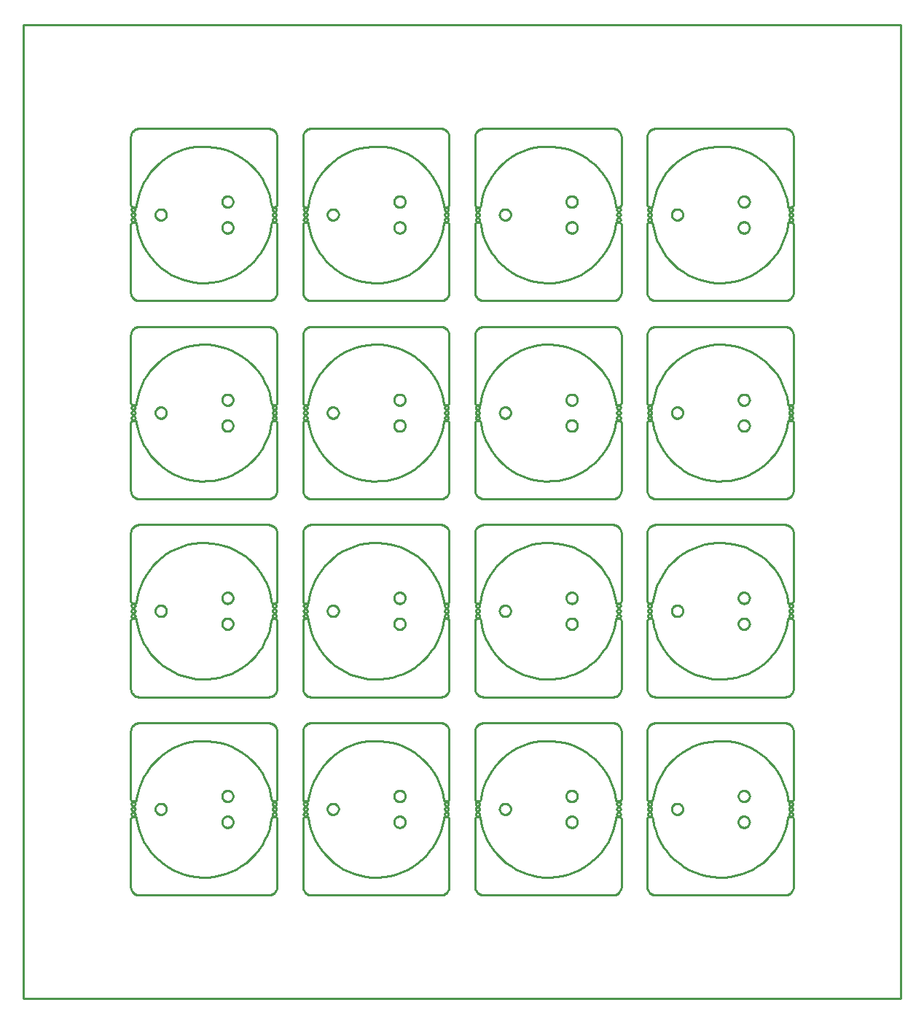
<source format=gbr>
G04 EAGLE Gerber RS-274X export*
G75*
%MOMM*%
%FSLAX34Y34*%
%LPD*%
%IN*%
%IPPOS*%
%AMOC8*
5,1,8,0,0,1.08239X$1,22.5*%
G01*
%ADD10C,0.254000*%


D10*
X0Y0D02*
X1020000Y0D01*
X1020000Y1130000D01*
X0Y1130000D01*
X0Y0D01*
X125000Y921590D02*
X125010Y921372D01*
X125038Y921156D01*
X125085Y920943D01*
X125151Y920735D01*
X125234Y920533D01*
X125335Y920340D01*
X125452Y920156D01*
X125585Y919983D01*
X125732Y919822D01*
X125893Y919675D01*
X126066Y919542D01*
X126250Y919425D01*
X126443Y919324D01*
X126645Y919241D01*
X126853Y919175D01*
X127066Y919128D01*
X127282Y919100D01*
X127500Y919090D01*
X131220Y919090D01*
X131552Y921610D01*
X132862Y928403D01*
X134759Y935056D01*
X137230Y941518D01*
X140253Y947740D01*
X143808Y953675D01*
X147867Y959278D01*
X152398Y964506D01*
X157368Y969319D01*
X162738Y973680D01*
X168468Y977557D01*
X174514Y980920D01*
X180830Y983743D01*
X187368Y986005D01*
X194078Y987688D01*
X200910Y988780D01*
X207811Y989272D01*
X214728Y989162D01*
X221610Y988448D01*
X228403Y987138D01*
X235056Y985241D01*
X241518Y982770D01*
X247740Y979747D01*
X253675Y976192D01*
X259278Y972133D01*
X264506Y967602D01*
X269319Y962632D01*
X273680Y957262D01*
X277557Y951532D01*
X280920Y945486D01*
X283743Y939170D01*
X286005Y932632D01*
X287688Y925922D01*
X288780Y919090D01*
X292500Y919090D01*
X292718Y919100D01*
X292934Y919128D01*
X293147Y919175D01*
X293355Y919241D01*
X293557Y919324D01*
X293750Y919425D01*
X293934Y919542D01*
X294107Y919675D01*
X294268Y919822D01*
X294415Y919983D01*
X294548Y920156D01*
X294665Y920340D01*
X294766Y920533D01*
X294849Y920735D01*
X294915Y920943D01*
X294962Y921156D01*
X294991Y921372D01*
X295000Y921590D01*
X295000Y1000000D01*
X294962Y1000872D01*
X294848Y1001736D01*
X294659Y1002588D01*
X294397Y1003420D01*
X294063Y1004226D01*
X293660Y1005000D01*
X293192Y1005736D01*
X292660Y1006428D01*
X292071Y1007071D01*
X291428Y1007660D01*
X290736Y1008192D01*
X290000Y1008660D01*
X289226Y1009063D01*
X288420Y1009397D01*
X287588Y1009659D01*
X286736Y1009848D01*
X285872Y1009962D01*
X285000Y1010000D01*
X135000Y1010000D01*
X134128Y1009962D01*
X133264Y1009848D01*
X132412Y1009659D01*
X131580Y1009397D01*
X130774Y1009063D01*
X130000Y1008660D01*
X129264Y1008192D01*
X128572Y1007660D01*
X127929Y1007071D01*
X127340Y1006428D01*
X126808Y1005736D01*
X126340Y1005000D01*
X125937Y1004226D01*
X125603Y1003420D01*
X125341Y1002588D01*
X125152Y1001736D01*
X125038Y1000872D01*
X125000Y1000000D01*
X125000Y921590D01*
X125000Y820000D02*
X125038Y819128D01*
X125152Y818264D01*
X125341Y817412D01*
X125603Y816580D01*
X125937Y815774D01*
X126340Y815000D01*
X126808Y814264D01*
X127340Y813572D01*
X127929Y812929D01*
X128572Y812340D01*
X129264Y811808D01*
X130000Y811340D01*
X130774Y810937D01*
X131580Y810603D01*
X132412Y810341D01*
X133264Y810152D01*
X134128Y810038D01*
X135000Y810000D01*
X285000Y810000D01*
X285872Y810038D01*
X286736Y810152D01*
X287588Y810341D01*
X288420Y810603D01*
X289226Y810937D01*
X290000Y811340D01*
X290736Y811808D01*
X291428Y812340D01*
X292071Y812929D01*
X292660Y813572D01*
X293192Y814264D01*
X293660Y815000D01*
X294063Y815774D01*
X294397Y816580D01*
X294659Y817412D01*
X294848Y818264D01*
X294962Y819128D01*
X295000Y820000D01*
X295000Y898410D01*
X294991Y898628D01*
X294962Y898844D01*
X294915Y899057D01*
X294849Y899265D01*
X294766Y899467D01*
X294665Y899660D01*
X294548Y899844D01*
X294415Y900017D01*
X294268Y900178D01*
X294107Y900325D01*
X293934Y900458D01*
X293750Y900575D01*
X293557Y900676D01*
X293355Y900759D01*
X293147Y900825D01*
X292934Y900872D01*
X292718Y900901D01*
X292500Y900910D01*
X288780Y900910D01*
X288448Y898390D01*
X287138Y891597D01*
X285241Y884944D01*
X282770Y878482D01*
X279747Y872260D01*
X276192Y866324D01*
X272133Y860722D01*
X267602Y855494D01*
X262632Y850681D01*
X257262Y846319D01*
X251532Y842443D01*
X245486Y839080D01*
X239170Y836257D01*
X232632Y833995D01*
X225922Y832312D01*
X219090Y831220D01*
X212189Y830728D01*
X205272Y830838D01*
X198390Y831552D01*
X191597Y832862D01*
X184944Y834759D01*
X178482Y837230D01*
X172260Y840253D01*
X166325Y843808D01*
X160722Y847867D01*
X155494Y852398D01*
X150681Y857368D01*
X146320Y862738D01*
X142443Y868468D01*
X139080Y874514D01*
X136257Y880830D01*
X133995Y887368D01*
X132312Y894078D01*
X131220Y900910D01*
X127500Y900910D01*
X127282Y900901D01*
X127066Y900872D01*
X126853Y900825D01*
X126645Y900759D01*
X126443Y900676D01*
X126250Y900575D01*
X126066Y900458D01*
X125893Y900325D01*
X125732Y900178D01*
X125585Y900017D01*
X125452Y899844D01*
X125335Y899660D01*
X125234Y899467D01*
X125151Y899265D01*
X125085Y899057D01*
X125038Y898844D01*
X125010Y898628D01*
X125000Y898410D01*
X125000Y820000D01*
X125000Y691590D02*
X125010Y691372D01*
X125038Y691156D01*
X125085Y690943D01*
X125151Y690735D01*
X125234Y690533D01*
X125335Y690340D01*
X125452Y690156D01*
X125585Y689983D01*
X125732Y689822D01*
X125893Y689675D01*
X126066Y689542D01*
X126250Y689425D01*
X126443Y689324D01*
X126645Y689241D01*
X126853Y689175D01*
X127066Y689128D01*
X127282Y689100D01*
X127500Y689090D01*
X131220Y689090D01*
X131552Y691610D01*
X132862Y698403D01*
X134759Y705056D01*
X137230Y711518D01*
X140253Y717740D01*
X143808Y723675D01*
X147867Y729278D01*
X152398Y734506D01*
X157368Y739319D01*
X162738Y743680D01*
X168468Y747557D01*
X174514Y750920D01*
X180830Y753743D01*
X187368Y756005D01*
X194078Y757688D01*
X200910Y758780D01*
X207811Y759272D01*
X214728Y759162D01*
X221610Y758448D01*
X228403Y757138D01*
X235056Y755241D01*
X241518Y752770D01*
X247740Y749747D01*
X253675Y746192D01*
X259278Y742133D01*
X264506Y737602D01*
X269319Y732632D01*
X273680Y727262D01*
X277557Y721532D01*
X280920Y715486D01*
X283743Y709170D01*
X286005Y702632D01*
X287688Y695922D01*
X288780Y689090D01*
X292500Y689090D01*
X292718Y689100D01*
X292934Y689128D01*
X293147Y689175D01*
X293355Y689241D01*
X293557Y689324D01*
X293750Y689425D01*
X293934Y689542D01*
X294107Y689675D01*
X294268Y689822D01*
X294415Y689983D01*
X294548Y690156D01*
X294665Y690340D01*
X294766Y690533D01*
X294849Y690735D01*
X294915Y690943D01*
X294962Y691156D01*
X294991Y691372D01*
X295000Y691590D01*
X295000Y770000D01*
X294962Y770872D01*
X294848Y771736D01*
X294659Y772588D01*
X294397Y773420D01*
X294063Y774226D01*
X293660Y775000D01*
X293192Y775736D01*
X292660Y776428D01*
X292071Y777071D01*
X291428Y777660D01*
X290736Y778192D01*
X290000Y778660D01*
X289226Y779063D01*
X288420Y779397D01*
X287588Y779659D01*
X286736Y779848D01*
X285872Y779962D01*
X285000Y780000D01*
X135000Y780000D01*
X134128Y779962D01*
X133264Y779848D01*
X132412Y779659D01*
X131580Y779397D01*
X130774Y779063D01*
X130000Y778660D01*
X129264Y778192D01*
X128572Y777660D01*
X127929Y777071D01*
X127340Y776428D01*
X126808Y775736D01*
X126340Y775000D01*
X125937Y774226D01*
X125603Y773420D01*
X125341Y772588D01*
X125152Y771736D01*
X125038Y770872D01*
X125000Y770000D01*
X125000Y691590D01*
X125000Y590000D02*
X125038Y589128D01*
X125152Y588264D01*
X125341Y587412D01*
X125603Y586580D01*
X125937Y585774D01*
X126340Y585000D01*
X126808Y584264D01*
X127340Y583572D01*
X127929Y582929D01*
X128572Y582340D01*
X129264Y581808D01*
X130000Y581340D01*
X130774Y580937D01*
X131580Y580603D01*
X132412Y580341D01*
X133264Y580152D01*
X134128Y580038D01*
X135000Y580000D01*
X285000Y580000D01*
X285872Y580038D01*
X286736Y580152D01*
X287588Y580341D01*
X288420Y580603D01*
X289226Y580937D01*
X290000Y581340D01*
X290736Y581808D01*
X291428Y582340D01*
X292071Y582929D01*
X292660Y583572D01*
X293192Y584264D01*
X293660Y585000D01*
X294063Y585774D01*
X294397Y586580D01*
X294659Y587412D01*
X294848Y588264D01*
X294962Y589128D01*
X295000Y590000D01*
X295000Y668410D01*
X294991Y668628D01*
X294962Y668844D01*
X294915Y669057D01*
X294849Y669265D01*
X294766Y669467D01*
X294665Y669660D01*
X294548Y669844D01*
X294415Y670017D01*
X294268Y670178D01*
X294107Y670325D01*
X293934Y670458D01*
X293750Y670575D01*
X293557Y670676D01*
X293355Y670759D01*
X293147Y670825D01*
X292934Y670872D01*
X292718Y670901D01*
X292500Y670910D01*
X288780Y670910D01*
X287688Y664078D01*
X286005Y657368D01*
X283743Y650830D01*
X280920Y644514D01*
X277557Y638468D01*
X273681Y632738D01*
X269319Y627368D01*
X264506Y622398D01*
X259278Y617867D01*
X253676Y613808D01*
X247740Y610253D01*
X241518Y607230D01*
X235056Y604759D01*
X228403Y602862D01*
X221610Y601552D01*
X214728Y600838D01*
X207811Y600728D01*
X200910Y601220D01*
X194079Y602312D01*
X187368Y603995D01*
X180830Y606257D01*
X174514Y609080D01*
X168468Y612443D01*
X162738Y616319D01*
X157368Y620681D01*
X152398Y625494D01*
X147867Y630722D01*
X143808Y636324D01*
X140253Y642260D01*
X137230Y648482D01*
X134760Y654944D01*
X132862Y661597D01*
X131552Y668390D01*
X131220Y670910D01*
X127500Y670910D01*
X127282Y670901D01*
X127066Y670872D01*
X126853Y670825D01*
X126645Y670759D01*
X126443Y670676D01*
X126250Y670575D01*
X126066Y670458D01*
X125893Y670325D01*
X125732Y670178D01*
X125585Y670017D01*
X125452Y669844D01*
X125335Y669660D01*
X125234Y669467D01*
X125151Y669265D01*
X125085Y669057D01*
X125038Y668844D01*
X125010Y668628D01*
X125000Y668410D01*
X125000Y590000D01*
X125000Y461590D02*
X125010Y461372D01*
X125038Y461156D01*
X125085Y460943D01*
X125151Y460735D01*
X125234Y460533D01*
X125335Y460340D01*
X125452Y460156D01*
X125585Y459983D01*
X125732Y459822D01*
X125893Y459675D01*
X126066Y459542D01*
X126250Y459425D01*
X126443Y459324D01*
X126645Y459241D01*
X126853Y459175D01*
X127066Y459128D01*
X127282Y459100D01*
X127500Y459090D01*
X131220Y459090D01*
X132312Y465922D01*
X133995Y472632D01*
X136257Y479170D01*
X139080Y485486D01*
X142443Y491532D01*
X146320Y497262D01*
X150681Y502632D01*
X155494Y507602D01*
X160722Y512133D01*
X166325Y516192D01*
X172260Y519747D01*
X178482Y522770D01*
X184944Y525241D01*
X191597Y527138D01*
X198391Y528448D01*
X205272Y529162D01*
X212189Y529272D01*
X219090Y528780D01*
X225922Y527688D01*
X232632Y526005D01*
X239170Y523743D01*
X245486Y520920D01*
X251532Y517557D01*
X257262Y513680D01*
X262632Y509319D01*
X267602Y504506D01*
X272133Y499278D01*
X276192Y493675D01*
X279747Y487740D01*
X282770Y481518D01*
X285241Y475056D01*
X287138Y468403D01*
X288448Y461610D01*
X288780Y459090D01*
X292500Y459090D01*
X292718Y459100D01*
X292934Y459128D01*
X293147Y459175D01*
X293355Y459241D01*
X293557Y459324D01*
X293750Y459425D01*
X293934Y459542D01*
X294107Y459675D01*
X294268Y459822D01*
X294415Y459983D01*
X294548Y460156D01*
X294665Y460340D01*
X294766Y460533D01*
X294849Y460735D01*
X294915Y460943D01*
X294962Y461156D01*
X294991Y461372D01*
X295000Y461590D01*
X295000Y540000D01*
X294962Y540872D01*
X294848Y541736D01*
X294659Y542588D01*
X294397Y543420D01*
X294063Y544226D01*
X293660Y545000D01*
X293192Y545736D01*
X292660Y546428D01*
X292071Y547071D01*
X291428Y547660D01*
X290736Y548192D01*
X290000Y548660D01*
X289226Y549063D01*
X288420Y549397D01*
X287588Y549659D01*
X286736Y549848D01*
X285872Y549962D01*
X285000Y550000D01*
X135000Y550000D01*
X134128Y549962D01*
X133264Y549848D01*
X132412Y549659D01*
X131580Y549397D01*
X130774Y549063D01*
X130000Y548660D01*
X129264Y548192D01*
X128572Y547660D01*
X127929Y547071D01*
X127340Y546428D01*
X126808Y545736D01*
X126340Y545000D01*
X125937Y544226D01*
X125603Y543420D01*
X125341Y542588D01*
X125152Y541736D01*
X125038Y540872D01*
X125000Y540000D01*
X125000Y461590D01*
X125000Y360000D02*
X125038Y359128D01*
X125152Y358264D01*
X125341Y357412D01*
X125603Y356580D01*
X125937Y355774D01*
X126340Y355000D01*
X126808Y354264D01*
X127340Y353572D01*
X127929Y352929D01*
X128572Y352340D01*
X129264Y351808D01*
X130000Y351340D01*
X130774Y350937D01*
X131580Y350603D01*
X132412Y350341D01*
X133264Y350152D01*
X134128Y350038D01*
X135000Y350000D01*
X285000Y350000D01*
X285872Y350038D01*
X286736Y350152D01*
X287588Y350341D01*
X288420Y350603D01*
X289226Y350937D01*
X290000Y351340D01*
X290736Y351808D01*
X291428Y352340D01*
X292071Y352929D01*
X292660Y353572D01*
X293192Y354264D01*
X293660Y355000D01*
X294063Y355774D01*
X294397Y356580D01*
X294659Y357412D01*
X294848Y358264D01*
X294962Y359128D01*
X295000Y360000D01*
X295000Y438410D01*
X294991Y438628D01*
X294962Y438844D01*
X294915Y439057D01*
X294849Y439265D01*
X294766Y439467D01*
X294665Y439660D01*
X294548Y439844D01*
X294415Y440017D01*
X294268Y440178D01*
X294107Y440325D01*
X293934Y440458D01*
X293750Y440575D01*
X293557Y440676D01*
X293355Y440759D01*
X293147Y440825D01*
X292934Y440872D01*
X292718Y440901D01*
X292500Y440910D01*
X288780Y440910D01*
X287688Y434078D01*
X286005Y427368D01*
X283743Y420830D01*
X280920Y414514D01*
X277557Y408468D01*
X273681Y402738D01*
X269319Y397368D01*
X264506Y392398D01*
X259278Y387867D01*
X253676Y383808D01*
X247740Y380253D01*
X241518Y377230D01*
X235056Y374759D01*
X228403Y372862D01*
X221610Y371552D01*
X214728Y370838D01*
X207811Y370728D01*
X200910Y371220D01*
X194079Y372312D01*
X187368Y373995D01*
X180830Y376257D01*
X174514Y379080D01*
X168468Y382443D01*
X162738Y386319D01*
X157368Y390681D01*
X152398Y395494D01*
X147867Y400722D01*
X143808Y406324D01*
X140253Y412260D01*
X137230Y418482D01*
X134760Y424944D01*
X132862Y431597D01*
X131552Y438390D01*
X131220Y440910D01*
X127500Y440910D01*
X127282Y440901D01*
X127066Y440872D01*
X126853Y440825D01*
X126645Y440759D01*
X126443Y440676D01*
X126250Y440575D01*
X126066Y440458D01*
X125893Y440325D01*
X125732Y440178D01*
X125585Y440017D01*
X125452Y439844D01*
X125335Y439660D01*
X125234Y439467D01*
X125151Y439265D01*
X125085Y439057D01*
X125038Y438844D01*
X125010Y438628D01*
X125000Y438410D01*
X125000Y360000D01*
X725000Y921590D02*
X725010Y921372D01*
X725038Y921156D01*
X725085Y920943D01*
X725151Y920735D01*
X725234Y920533D01*
X725335Y920340D01*
X725452Y920156D01*
X725585Y919983D01*
X725732Y919822D01*
X725893Y919675D01*
X726066Y919542D01*
X726250Y919425D01*
X726443Y919324D01*
X726645Y919241D01*
X726853Y919175D01*
X727066Y919128D01*
X727282Y919100D01*
X727500Y919090D01*
X731220Y919090D01*
X732312Y925922D01*
X733995Y932632D01*
X736257Y939170D01*
X739080Y945486D01*
X742443Y951532D01*
X746320Y957262D01*
X750681Y962632D01*
X755494Y967602D01*
X760722Y972133D01*
X766325Y976192D01*
X772260Y979747D01*
X778482Y982770D01*
X784944Y985241D01*
X791597Y987138D01*
X798391Y988448D01*
X805272Y989162D01*
X812189Y989272D01*
X819090Y988780D01*
X825922Y987688D01*
X832632Y986005D01*
X839170Y983743D01*
X845486Y980920D01*
X851532Y977557D01*
X857262Y973680D01*
X862632Y969319D01*
X867602Y964506D01*
X872133Y959278D01*
X876192Y953675D01*
X879747Y947740D01*
X882770Y941518D01*
X885241Y935056D01*
X887138Y928403D01*
X888448Y921610D01*
X888780Y919090D01*
X892500Y919090D01*
X892718Y919100D01*
X892934Y919128D01*
X893147Y919175D01*
X893355Y919241D01*
X893557Y919324D01*
X893750Y919425D01*
X893934Y919542D01*
X894107Y919675D01*
X894268Y919822D01*
X894415Y919983D01*
X894548Y920156D01*
X894665Y920340D01*
X894766Y920533D01*
X894849Y920735D01*
X894915Y920943D01*
X894962Y921156D01*
X894991Y921372D01*
X895000Y921590D01*
X895000Y1000000D01*
X894962Y1000872D01*
X894848Y1001736D01*
X894659Y1002588D01*
X894397Y1003420D01*
X894063Y1004226D01*
X893660Y1005000D01*
X893192Y1005736D01*
X892660Y1006428D01*
X892071Y1007071D01*
X891428Y1007660D01*
X890736Y1008192D01*
X890000Y1008660D01*
X889226Y1009063D01*
X888420Y1009397D01*
X887588Y1009659D01*
X886736Y1009848D01*
X885872Y1009962D01*
X885000Y1010000D01*
X735000Y1010000D01*
X734128Y1009962D01*
X733264Y1009848D01*
X732412Y1009659D01*
X731580Y1009397D01*
X730774Y1009063D01*
X730000Y1008660D01*
X729264Y1008192D01*
X728572Y1007660D01*
X727929Y1007071D01*
X727340Y1006428D01*
X726808Y1005736D01*
X726340Y1005000D01*
X725937Y1004226D01*
X725603Y1003420D01*
X725341Y1002588D01*
X725152Y1001736D01*
X725038Y1000872D01*
X725000Y1000000D01*
X725000Y921590D01*
X725000Y820000D02*
X725038Y819128D01*
X725152Y818264D01*
X725341Y817412D01*
X725603Y816580D01*
X725937Y815774D01*
X726340Y815000D01*
X726808Y814264D01*
X727340Y813572D01*
X727929Y812929D01*
X728572Y812340D01*
X729264Y811808D01*
X730000Y811340D01*
X730774Y810937D01*
X731580Y810603D01*
X732412Y810341D01*
X733264Y810152D01*
X734128Y810038D01*
X735000Y810000D01*
X885000Y810000D01*
X885872Y810038D01*
X886736Y810152D01*
X887588Y810341D01*
X888420Y810603D01*
X889226Y810937D01*
X890000Y811340D01*
X890736Y811808D01*
X891428Y812340D01*
X892071Y812929D01*
X892660Y813572D01*
X893192Y814264D01*
X893660Y815000D01*
X894063Y815774D01*
X894397Y816580D01*
X894659Y817412D01*
X894848Y818264D01*
X894962Y819128D01*
X895000Y820000D01*
X895000Y898410D01*
X894991Y898628D01*
X894962Y898844D01*
X894915Y899057D01*
X894849Y899265D01*
X894766Y899467D01*
X894665Y899660D01*
X894548Y899844D01*
X894415Y900017D01*
X894268Y900178D01*
X894107Y900325D01*
X893934Y900458D01*
X893750Y900575D01*
X893557Y900676D01*
X893355Y900759D01*
X893147Y900825D01*
X892934Y900872D01*
X892718Y900901D01*
X892500Y900910D01*
X888780Y900910D01*
X888448Y898390D01*
X887138Y891597D01*
X885241Y884944D01*
X882770Y878482D01*
X879747Y872260D01*
X876192Y866324D01*
X872133Y860722D01*
X867602Y855494D01*
X862632Y850681D01*
X857262Y846319D01*
X851532Y842443D01*
X845486Y839080D01*
X839170Y836257D01*
X832632Y833995D01*
X825922Y832312D01*
X819090Y831220D01*
X812189Y830728D01*
X805272Y830838D01*
X798390Y831552D01*
X791597Y832862D01*
X784944Y834759D01*
X778482Y837230D01*
X772260Y840253D01*
X766325Y843808D01*
X760722Y847867D01*
X755494Y852398D01*
X750681Y857368D01*
X746320Y862738D01*
X742443Y868468D01*
X739080Y874514D01*
X736257Y880830D01*
X733995Y887368D01*
X732312Y894078D01*
X731220Y900910D01*
X727500Y900910D01*
X727282Y900901D01*
X727066Y900872D01*
X726853Y900825D01*
X726645Y900759D01*
X726443Y900676D01*
X726250Y900575D01*
X726066Y900458D01*
X725893Y900325D01*
X725732Y900178D01*
X725585Y900017D01*
X725452Y899844D01*
X725335Y899660D01*
X725234Y899467D01*
X725151Y899265D01*
X725085Y899057D01*
X725038Y898844D01*
X725010Y898628D01*
X725000Y898410D01*
X725000Y820000D01*
X525000Y921590D02*
X525010Y921372D01*
X525038Y921156D01*
X525085Y920943D01*
X525151Y920735D01*
X525234Y920533D01*
X525335Y920340D01*
X525452Y920156D01*
X525585Y919983D01*
X525732Y919822D01*
X525893Y919675D01*
X526066Y919542D01*
X526250Y919425D01*
X526443Y919324D01*
X526645Y919241D01*
X526853Y919175D01*
X527066Y919128D01*
X527282Y919100D01*
X527500Y919090D01*
X531220Y919090D01*
X531552Y921610D01*
X532862Y928403D01*
X534759Y935056D01*
X537230Y941518D01*
X540253Y947740D01*
X543808Y953675D01*
X547867Y959278D01*
X552398Y964506D01*
X557368Y969319D01*
X562738Y973680D01*
X568468Y977557D01*
X574514Y980920D01*
X580830Y983743D01*
X587368Y986005D01*
X594078Y987688D01*
X600910Y988780D01*
X607811Y989272D01*
X614728Y989162D01*
X621610Y988448D01*
X628403Y987138D01*
X635056Y985241D01*
X641518Y982770D01*
X647740Y979747D01*
X653675Y976192D01*
X659278Y972133D01*
X664506Y967602D01*
X669319Y962632D01*
X673680Y957262D01*
X677557Y951532D01*
X680920Y945486D01*
X683743Y939170D01*
X686005Y932632D01*
X687688Y925922D01*
X688780Y919090D01*
X692500Y919090D01*
X692718Y919100D01*
X692934Y919128D01*
X693147Y919175D01*
X693355Y919241D01*
X693557Y919324D01*
X693750Y919425D01*
X693934Y919542D01*
X694107Y919675D01*
X694268Y919822D01*
X694415Y919983D01*
X694548Y920156D01*
X694665Y920340D01*
X694766Y920533D01*
X694849Y920735D01*
X694915Y920943D01*
X694962Y921156D01*
X694991Y921372D01*
X695000Y921590D01*
X695000Y1000000D01*
X694962Y1000872D01*
X694848Y1001736D01*
X694659Y1002588D01*
X694397Y1003420D01*
X694063Y1004226D01*
X693660Y1005000D01*
X693192Y1005736D01*
X692660Y1006428D01*
X692071Y1007071D01*
X691428Y1007660D01*
X690736Y1008192D01*
X690000Y1008660D01*
X689226Y1009063D01*
X688420Y1009397D01*
X687588Y1009659D01*
X686736Y1009848D01*
X685872Y1009962D01*
X685000Y1010000D01*
X535000Y1010000D01*
X534128Y1009962D01*
X533264Y1009848D01*
X532412Y1009659D01*
X531580Y1009397D01*
X530774Y1009063D01*
X530000Y1008660D01*
X529264Y1008192D01*
X528572Y1007660D01*
X527929Y1007071D01*
X527340Y1006428D01*
X526808Y1005736D01*
X526340Y1005000D01*
X525937Y1004226D01*
X525603Y1003420D01*
X525341Y1002588D01*
X525152Y1001736D01*
X525038Y1000872D01*
X525000Y1000000D01*
X525000Y921590D01*
X525000Y820000D02*
X525038Y819128D01*
X525152Y818264D01*
X525341Y817412D01*
X525603Y816580D01*
X525937Y815774D01*
X526340Y815000D01*
X526808Y814264D01*
X527340Y813572D01*
X527929Y812929D01*
X528572Y812340D01*
X529264Y811808D01*
X530000Y811340D01*
X530774Y810937D01*
X531580Y810603D01*
X532412Y810341D01*
X533264Y810152D01*
X534128Y810038D01*
X535000Y810000D01*
X685000Y810000D01*
X685872Y810038D01*
X686736Y810152D01*
X687588Y810341D01*
X688420Y810603D01*
X689226Y810937D01*
X690000Y811340D01*
X690736Y811808D01*
X691428Y812340D01*
X692071Y812929D01*
X692660Y813572D01*
X693192Y814264D01*
X693660Y815000D01*
X694063Y815774D01*
X694397Y816580D01*
X694659Y817412D01*
X694848Y818264D01*
X694962Y819128D01*
X695000Y820000D01*
X695000Y898410D01*
X694991Y898628D01*
X694962Y898844D01*
X694915Y899057D01*
X694849Y899265D01*
X694766Y899467D01*
X694665Y899660D01*
X694548Y899844D01*
X694415Y900017D01*
X694268Y900178D01*
X694107Y900325D01*
X693934Y900458D01*
X693750Y900575D01*
X693557Y900676D01*
X693355Y900759D01*
X693147Y900825D01*
X692934Y900872D01*
X692718Y900901D01*
X692500Y900910D01*
X688780Y900910D01*
X687688Y894078D01*
X686005Y887368D01*
X683743Y880830D01*
X680920Y874514D01*
X677557Y868468D01*
X673681Y862738D01*
X669319Y857368D01*
X664506Y852398D01*
X659278Y847867D01*
X653676Y843808D01*
X647740Y840253D01*
X641518Y837230D01*
X635056Y834759D01*
X628403Y832862D01*
X621610Y831552D01*
X614728Y830838D01*
X607811Y830728D01*
X600910Y831220D01*
X594079Y832312D01*
X587368Y833995D01*
X580830Y836257D01*
X574514Y839080D01*
X568468Y842443D01*
X562738Y846319D01*
X557368Y850681D01*
X552398Y855494D01*
X547867Y860722D01*
X543808Y866324D01*
X540253Y872260D01*
X537230Y878482D01*
X534760Y884944D01*
X532862Y891597D01*
X531552Y898390D01*
X531220Y900910D01*
X527500Y900910D01*
X527282Y900901D01*
X527066Y900872D01*
X526853Y900825D01*
X526645Y900759D01*
X526443Y900676D01*
X526250Y900575D01*
X526066Y900458D01*
X525893Y900325D01*
X525732Y900178D01*
X525585Y900017D01*
X525452Y899844D01*
X525335Y899660D01*
X525234Y899467D01*
X525151Y899265D01*
X525085Y899057D01*
X525038Y898844D01*
X525010Y898628D01*
X525000Y898410D01*
X525000Y820000D01*
X325000Y921590D02*
X325010Y921372D01*
X325038Y921156D01*
X325085Y920943D01*
X325151Y920735D01*
X325234Y920533D01*
X325335Y920340D01*
X325452Y920156D01*
X325585Y919983D01*
X325732Y919822D01*
X325893Y919675D01*
X326066Y919542D01*
X326250Y919425D01*
X326443Y919324D01*
X326645Y919241D01*
X326853Y919175D01*
X327066Y919128D01*
X327282Y919100D01*
X327500Y919090D01*
X331220Y919090D01*
X332312Y925922D01*
X333995Y932632D01*
X336257Y939170D01*
X339080Y945486D01*
X342443Y951532D01*
X346320Y957262D01*
X350681Y962632D01*
X355494Y967602D01*
X360722Y972133D01*
X366325Y976192D01*
X372260Y979747D01*
X378482Y982770D01*
X384944Y985241D01*
X391597Y987138D01*
X398391Y988448D01*
X405272Y989162D01*
X412189Y989272D01*
X419090Y988780D01*
X425922Y987688D01*
X432632Y986005D01*
X439170Y983743D01*
X445486Y980920D01*
X451532Y977557D01*
X457262Y973680D01*
X462632Y969319D01*
X467602Y964506D01*
X472133Y959278D01*
X476192Y953675D01*
X479747Y947740D01*
X482770Y941518D01*
X485241Y935056D01*
X487138Y928403D01*
X488448Y921610D01*
X488780Y919090D01*
X492500Y919090D01*
X492718Y919100D01*
X492934Y919128D01*
X493147Y919175D01*
X493355Y919241D01*
X493557Y919324D01*
X493750Y919425D01*
X493934Y919542D01*
X494107Y919675D01*
X494268Y919822D01*
X494415Y919983D01*
X494548Y920156D01*
X494665Y920340D01*
X494766Y920533D01*
X494849Y920735D01*
X494915Y920943D01*
X494962Y921156D01*
X494991Y921372D01*
X495000Y921590D01*
X495000Y1000000D01*
X494962Y1000872D01*
X494848Y1001736D01*
X494659Y1002588D01*
X494397Y1003420D01*
X494063Y1004226D01*
X493660Y1005000D01*
X493192Y1005736D01*
X492660Y1006428D01*
X492071Y1007071D01*
X491428Y1007660D01*
X490736Y1008192D01*
X490000Y1008660D01*
X489226Y1009063D01*
X488420Y1009397D01*
X487588Y1009659D01*
X486736Y1009848D01*
X485872Y1009962D01*
X485000Y1010000D01*
X335000Y1010000D01*
X334128Y1009962D01*
X333264Y1009848D01*
X332412Y1009659D01*
X331580Y1009397D01*
X330774Y1009063D01*
X330000Y1008660D01*
X329264Y1008192D01*
X328572Y1007660D01*
X327929Y1007071D01*
X327340Y1006428D01*
X326808Y1005736D01*
X326340Y1005000D01*
X325937Y1004226D01*
X325603Y1003420D01*
X325341Y1002588D01*
X325152Y1001736D01*
X325038Y1000872D01*
X325000Y1000000D01*
X325000Y921590D01*
X325000Y820000D02*
X325038Y819128D01*
X325152Y818264D01*
X325341Y817412D01*
X325603Y816580D01*
X325937Y815774D01*
X326340Y815000D01*
X326808Y814264D01*
X327340Y813572D01*
X327929Y812929D01*
X328572Y812340D01*
X329264Y811808D01*
X330000Y811340D01*
X330774Y810937D01*
X331580Y810603D01*
X332412Y810341D01*
X333264Y810152D01*
X334128Y810038D01*
X335000Y810000D01*
X485000Y810000D01*
X485872Y810038D01*
X486736Y810152D01*
X487588Y810341D01*
X488420Y810603D01*
X489226Y810937D01*
X490000Y811340D01*
X490736Y811808D01*
X491428Y812340D01*
X492071Y812929D01*
X492660Y813572D01*
X493192Y814264D01*
X493660Y815000D01*
X494063Y815774D01*
X494397Y816580D01*
X494659Y817412D01*
X494848Y818264D01*
X494962Y819128D01*
X495000Y820000D01*
X495000Y898410D01*
X494991Y898628D01*
X494962Y898844D01*
X494915Y899057D01*
X494849Y899265D01*
X494766Y899467D01*
X494665Y899660D01*
X494548Y899844D01*
X494415Y900017D01*
X494268Y900178D01*
X494107Y900325D01*
X493934Y900458D01*
X493750Y900575D01*
X493557Y900676D01*
X493355Y900759D01*
X493147Y900825D01*
X492934Y900872D01*
X492718Y900901D01*
X492500Y900910D01*
X488780Y900910D01*
X487688Y894078D01*
X486005Y887368D01*
X483743Y880830D01*
X480920Y874514D01*
X477557Y868468D01*
X473681Y862738D01*
X469319Y857368D01*
X464506Y852398D01*
X459278Y847867D01*
X453676Y843808D01*
X447740Y840253D01*
X441518Y837230D01*
X435056Y834759D01*
X428403Y832862D01*
X421610Y831552D01*
X414728Y830838D01*
X407811Y830728D01*
X400910Y831220D01*
X394079Y832312D01*
X387368Y833995D01*
X380830Y836257D01*
X374514Y839080D01*
X368468Y842443D01*
X362738Y846319D01*
X357368Y850681D01*
X352398Y855494D01*
X347867Y860722D01*
X343808Y866324D01*
X340253Y872260D01*
X337230Y878482D01*
X334760Y884944D01*
X332862Y891597D01*
X331552Y898390D01*
X331220Y900910D01*
X327500Y900910D01*
X327282Y900901D01*
X327066Y900872D01*
X326853Y900825D01*
X326645Y900759D01*
X326443Y900676D01*
X326250Y900575D01*
X326066Y900458D01*
X325893Y900325D01*
X325732Y900178D01*
X325585Y900017D01*
X325452Y899844D01*
X325335Y899660D01*
X325234Y899467D01*
X325151Y899265D01*
X325085Y899057D01*
X325038Y898844D01*
X325010Y898628D01*
X325000Y898410D01*
X325000Y820000D01*
X725000Y691590D02*
X725010Y691372D01*
X725038Y691156D01*
X725085Y690943D01*
X725151Y690735D01*
X725234Y690533D01*
X725335Y690340D01*
X725452Y690156D01*
X725585Y689983D01*
X725732Y689822D01*
X725893Y689675D01*
X726066Y689542D01*
X726250Y689425D01*
X726443Y689324D01*
X726645Y689241D01*
X726853Y689175D01*
X727066Y689128D01*
X727282Y689100D01*
X727500Y689090D01*
X731220Y689090D01*
X732312Y695922D01*
X733995Y702632D01*
X736257Y709170D01*
X739080Y715486D01*
X742443Y721532D01*
X746320Y727262D01*
X750681Y732632D01*
X755494Y737602D01*
X760722Y742133D01*
X766325Y746192D01*
X772260Y749747D01*
X778482Y752770D01*
X784944Y755241D01*
X791597Y757138D01*
X798391Y758448D01*
X805272Y759162D01*
X812189Y759272D01*
X819090Y758780D01*
X825922Y757688D01*
X832632Y756005D01*
X839170Y753743D01*
X845486Y750920D01*
X851532Y747557D01*
X857262Y743680D01*
X862632Y739319D01*
X867602Y734506D01*
X872133Y729278D01*
X876192Y723675D01*
X879747Y717740D01*
X882770Y711518D01*
X885241Y705056D01*
X887138Y698403D01*
X888448Y691610D01*
X888780Y689090D01*
X892500Y689090D01*
X892718Y689100D01*
X892934Y689128D01*
X893147Y689175D01*
X893355Y689241D01*
X893557Y689324D01*
X893750Y689425D01*
X893934Y689542D01*
X894107Y689675D01*
X894268Y689822D01*
X894415Y689983D01*
X894548Y690156D01*
X894665Y690340D01*
X894766Y690533D01*
X894849Y690735D01*
X894915Y690943D01*
X894962Y691156D01*
X894991Y691372D01*
X895000Y691590D01*
X895000Y770000D01*
X894962Y770872D01*
X894848Y771736D01*
X894659Y772588D01*
X894397Y773420D01*
X894063Y774226D01*
X893660Y775000D01*
X893192Y775736D01*
X892660Y776428D01*
X892071Y777071D01*
X891428Y777660D01*
X890736Y778192D01*
X890000Y778660D01*
X889226Y779063D01*
X888420Y779397D01*
X887588Y779659D01*
X886736Y779848D01*
X885872Y779962D01*
X885000Y780000D01*
X735000Y780000D01*
X734128Y779962D01*
X733264Y779848D01*
X732412Y779659D01*
X731580Y779397D01*
X730774Y779063D01*
X730000Y778660D01*
X729264Y778192D01*
X728572Y777660D01*
X727929Y777071D01*
X727340Y776428D01*
X726808Y775736D01*
X726340Y775000D01*
X725937Y774226D01*
X725603Y773420D01*
X725341Y772588D01*
X725152Y771736D01*
X725038Y770872D01*
X725000Y770000D01*
X725000Y691590D01*
X725000Y590000D02*
X725038Y589128D01*
X725152Y588264D01*
X725341Y587412D01*
X725603Y586580D01*
X725937Y585774D01*
X726340Y585000D01*
X726808Y584264D01*
X727340Y583572D01*
X727929Y582929D01*
X728572Y582340D01*
X729264Y581808D01*
X730000Y581340D01*
X730774Y580937D01*
X731580Y580603D01*
X732412Y580341D01*
X733264Y580152D01*
X734128Y580038D01*
X735000Y580000D01*
X885000Y580000D01*
X885872Y580038D01*
X886736Y580152D01*
X887588Y580341D01*
X888420Y580603D01*
X889226Y580937D01*
X890000Y581340D01*
X890736Y581808D01*
X891428Y582340D01*
X892071Y582929D01*
X892660Y583572D01*
X893192Y584264D01*
X893660Y585000D01*
X894063Y585774D01*
X894397Y586580D01*
X894659Y587412D01*
X894848Y588264D01*
X894962Y589128D01*
X895000Y590000D01*
X895000Y668410D01*
X894991Y668628D01*
X894962Y668844D01*
X894915Y669057D01*
X894849Y669265D01*
X894766Y669467D01*
X894665Y669660D01*
X894548Y669844D01*
X894415Y670017D01*
X894268Y670178D01*
X894107Y670325D01*
X893934Y670458D01*
X893750Y670575D01*
X893557Y670676D01*
X893355Y670759D01*
X893147Y670825D01*
X892934Y670872D01*
X892718Y670901D01*
X892500Y670910D01*
X888780Y670910D01*
X887688Y664078D01*
X886005Y657368D01*
X883743Y650830D01*
X880920Y644514D01*
X877557Y638468D01*
X873681Y632738D01*
X869319Y627368D01*
X864506Y622398D01*
X859278Y617867D01*
X853676Y613808D01*
X847740Y610253D01*
X841518Y607230D01*
X835056Y604759D01*
X828403Y602862D01*
X821610Y601552D01*
X814728Y600838D01*
X807811Y600728D01*
X800910Y601220D01*
X794079Y602312D01*
X787368Y603995D01*
X780830Y606257D01*
X774514Y609080D01*
X768468Y612443D01*
X762738Y616319D01*
X757368Y620681D01*
X752398Y625494D01*
X747867Y630722D01*
X743808Y636324D01*
X740253Y642260D01*
X737230Y648482D01*
X734760Y654944D01*
X732862Y661597D01*
X731552Y668390D01*
X731220Y670910D01*
X727500Y670910D01*
X727282Y670901D01*
X727066Y670872D01*
X726853Y670825D01*
X726645Y670759D01*
X726443Y670676D01*
X726250Y670575D01*
X726066Y670458D01*
X725893Y670325D01*
X725732Y670178D01*
X725585Y670017D01*
X725452Y669844D01*
X725335Y669660D01*
X725234Y669467D01*
X725151Y669265D01*
X725085Y669057D01*
X725038Y668844D01*
X725010Y668628D01*
X725000Y668410D01*
X725000Y590000D01*
X525000Y691590D02*
X525010Y691372D01*
X525038Y691156D01*
X525085Y690943D01*
X525151Y690735D01*
X525234Y690533D01*
X525335Y690340D01*
X525452Y690156D01*
X525585Y689983D01*
X525732Y689822D01*
X525893Y689675D01*
X526066Y689542D01*
X526250Y689425D01*
X526443Y689324D01*
X526645Y689241D01*
X526853Y689175D01*
X527066Y689128D01*
X527282Y689100D01*
X527500Y689090D01*
X531220Y689090D01*
X532312Y695922D01*
X533995Y702632D01*
X536257Y709170D01*
X539080Y715486D01*
X542443Y721532D01*
X546320Y727262D01*
X550681Y732632D01*
X555494Y737602D01*
X560722Y742133D01*
X566325Y746192D01*
X572260Y749747D01*
X578482Y752770D01*
X584944Y755241D01*
X591597Y757138D01*
X598391Y758448D01*
X605272Y759162D01*
X612189Y759272D01*
X619090Y758780D01*
X625922Y757688D01*
X632632Y756005D01*
X639170Y753743D01*
X645486Y750920D01*
X651532Y747557D01*
X657262Y743680D01*
X662632Y739319D01*
X667602Y734506D01*
X672133Y729278D01*
X676192Y723675D01*
X679747Y717740D01*
X682770Y711518D01*
X685241Y705056D01*
X687138Y698403D01*
X688448Y691610D01*
X688780Y689090D01*
X692500Y689090D01*
X692718Y689100D01*
X692934Y689128D01*
X693147Y689175D01*
X693355Y689241D01*
X693557Y689324D01*
X693750Y689425D01*
X693934Y689542D01*
X694107Y689675D01*
X694268Y689822D01*
X694415Y689983D01*
X694548Y690156D01*
X694665Y690340D01*
X694766Y690533D01*
X694849Y690735D01*
X694915Y690943D01*
X694962Y691156D01*
X694991Y691372D01*
X695000Y691590D01*
X695000Y770000D01*
X694962Y770872D01*
X694848Y771736D01*
X694659Y772588D01*
X694397Y773420D01*
X694063Y774226D01*
X693660Y775000D01*
X693192Y775736D01*
X692660Y776428D01*
X692071Y777071D01*
X691428Y777660D01*
X690736Y778192D01*
X690000Y778660D01*
X689226Y779063D01*
X688420Y779397D01*
X687588Y779659D01*
X686736Y779848D01*
X685872Y779962D01*
X685000Y780000D01*
X535000Y780000D01*
X534128Y779962D01*
X533264Y779848D01*
X532412Y779659D01*
X531580Y779397D01*
X530774Y779063D01*
X530000Y778660D01*
X529264Y778192D01*
X528572Y777660D01*
X527929Y777071D01*
X527340Y776428D01*
X526808Y775736D01*
X526340Y775000D01*
X525937Y774226D01*
X525603Y773420D01*
X525341Y772588D01*
X525152Y771736D01*
X525038Y770872D01*
X525000Y770000D01*
X525000Y691590D01*
X525000Y590000D02*
X525038Y589128D01*
X525152Y588264D01*
X525341Y587412D01*
X525603Y586580D01*
X525937Y585774D01*
X526340Y585000D01*
X526808Y584264D01*
X527340Y583572D01*
X527929Y582929D01*
X528572Y582340D01*
X529264Y581808D01*
X530000Y581340D01*
X530774Y580937D01*
X531580Y580603D01*
X532412Y580341D01*
X533264Y580152D01*
X534128Y580038D01*
X535000Y580000D01*
X685000Y580000D01*
X685872Y580038D01*
X686736Y580152D01*
X687588Y580341D01*
X688420Y580603D01*
X689226Y580937D01*
X690000Y581340D01*
X690736Y581808D01*
X691428Y582340D01*
X692071Y582929D01*
X692660Y583572D01*
X693192Y584264D01*
X693660Y585000D01*
X694063Y585774D01*
X694397Y586580D01*
X694659Y587412D01*
X694848Y588264D01*
X694962Y589128D01*
X695000Y590000D01*
X695000Y668410D01*
X694991Y668628D01*
X694962Y668844D01*
X694915Y669057D01*
X694849Y669265D01*
X694766Y669467D01*
X694665Y669660D01*
X694548Y669844D01*
X694415Y670017D01*
X694268Y670178D01*
X694107Y670325D01*
X693934Y670458D01*
X693750Y670575D01*
X693557Y670676D01*
X693355Y670759D01*
X693147Y670825D01*
X692934Y670872D01*
X692718Y670901D01*
X692500Y670910D01*
X688780Y670910D01*
X687688Y664078D01*
X686005Y657368D01*
X683743Y650830D01*
X680920Y644514D01*
X677557Y638468D01*
X673681Y632738D01*
X669319Y627368D01*
X664506Y622398D01*
X659278Y617867D01*
X653676Y613808D01*
X647740Y610253D01*
X641518Y607230D01*
X635056Y604759D01*
X628403Y602862D01*
X621610Y601552D01*
X614728Y600838D01*
X607811Y600728D01*
X600910Y601220D01*
X594079Y602312D01*
X587368Y603995D01*
X580830Y606257D01*
X574514Y609080D01*
X568468Y612443D01*
X562738Y616319D01*
X557368Y620681D01*
X552398Y625494D01*
X547867Y630722D01*
X543808Y636324D01*
X540253Y642260D01*
X537230Y648482D01*
X534760Y654944D01*
X532862Y661597D01*
X531552Y668390D01*
X531220Y670910D01*
X527500Y670910D01*
X527282Y670901D01*
X527066Y670872D01*
X526853Y670825D01*
X526645Y670759D01*
X526443Y670676D01*
X526250Y670575D01*
X526066Y670458D01*
X525893Y670325D01*
X525732Y670178D01*
X525585Y670017D01*
X525452Y669844D01*
X525335Y669660D01*
X525234Y669467D01*
X525151Y669265D01*
X525085Y669057D01*
X525038Y668844D01*
X525010Y668628D01*
X525000Y668410D01*
X525000Y590000D01*
X325000Y691590D02*
X325010Y691372D01*
X325038Y691156D01*
X325085Y690943D01*
X325151Y690735D01*
X325234Y690533D01*
X325335Y690340D01*
X325452Y690156D01*
X325585Y689983D01*
X325732Y689822D01*
X325893Y689675D01*
X326066Y689542D01*
X326250Y689425D01*
X326443Y689324D01*
X326645Y689241D01*
X326853Y689175D01*
X327066Y689128D01*
X327282Y689100D01*
X327500Y689090D01*
X331220Y689090D01*
X331552Y691610D01*
X332862Y698403D01*
X334759Y705056D01*
X337230Y711518D01*
X340253Y717740D01*
X343808Y723675D01*
X347867Y729278D01*
X352398Y734506D01*
X357368Y739319D01*
X362738Y743680D01*
X368468Y747557D01*
X374514Y750920D01*
X380830Y753743D01*
X387368Y756005D01*
X394078Y757688D01*
X400910Y758780D01*
X407811Y759272D01*
X414728Y759162D01*
X421610Y758448D01*
X428403Y757138D01*
X435056Y755241D01*
X441518Y752770D01*
X447740Y749747D01*
X453675Y746192D01*
X459278Y742133D01*
X464506Y737602D01*
X469319Y732632D01*
X473680Y727262D01*
X477557Y721532D01*
X480920Y715486D01*
X483743Y709170D01*
X486005Y702632D01*
X487688Y695922D01*
X488780Y689090D01*
X492500Y689090D01*
X492718Y689100D01*
X492934Y689128D01*
X493147Y689175D01*
X493355Y689241D01*
X493557Y689324D01*
X493750Y689425D01*
X493934Y689542D01*
X494107Y689675D01*
X494268Y689822D01*
X494415Y689983D01*
X494548Y690156D01*
X494665Y690340D01*
X494766Y690533D01*
X494849Y690735D01*
X494915Y690943D01*
X494962Y691156D01*
X494991Y691372D01*
X495000Y691590D01*
X495000Y770000D01*
X494962Y770872D01*
X494848Y771736D01*
X494659Y772588D01*
X494397Y773420D01*
X494063Y774226D01*
X493660Y775000D01*
X493192Y775736D01*
X492660Y776428D01*
X492071Y777071D01*
X491428Y777660D01*
X490736Y778192D01*
X490000Y778660D01*
X489226Y779063D01*
X488420Y779397D01*
X487588Y779659D01*
X486736Y779848D01*
X485872Y779962D01*
X485000Y780000D01*
X335000Y780000D01*
X334128Y779962D01*
X333264Y779848D01*
X332412Y779659D01*
X331580Y779397D01*
X330774Y779063D01*
X330000Y778660D01*
X329264Y778192D01*
X328572Y777660D01*
X327929Y777071D01*
X327340Y776428D01*
X326808Y775736D01*
X326340Y775000D01*
X325937Y774226D01*
X325603Y773420D01*
X325341Y772588D01*
X325152Y771736D01*
X325038Y770872D01*
X325000Y770000D01*
X325000Y691590D01*
X325000Y590000D02*
X325038Y589128D01*
X325152Y588264D01*
X325341Y587412D01*
X325603Y586580D01*
X325937Y585774D01*
X326340Y585000D01*
X326808Y584264D01*
X327340Y583572D01*
X327929Y582929D01*
X328572Y582340D01*
X329264Y581808D01*
X330000Y581340D01*
X330774Y580937D01*
X331580Y580603D01*
X332412Y580341D01*
X333264Y580152D01*
X334128Y580038D01*
X335000Y580000D01*
X485000Y580000D01*
X485872Y580038D01*
X486736Y580152D01*
X487588Y580341D01*
X488420Y580603D01*
X489226Y580937D01*
X490000Y581340D01*
X490736Y581808D01*
X491428Y582340D01*
X492071Y582929D01*
X492660Y583572D01*
X493192Y584264D01*
X493660Y585000D01*
X494063Y585774D01*
X494397Y586580D01*
X494659Y587412D01*
X494848Y588264D01*
X494962Y589128D01*
X495000Y590000D01*
X495000Y668410D01*
X494991Y668628D01*
X494962Y668844D01*
X494915Y669057D01*
X494849Y669265D01*
X494766Y669467D01*
X494665Y669660D01*
X494548Y669844D01*
X494415Y670017D01*
X494268Y670178D01*
X494107Y670325D01*
X493934Y670458D01*
X493750Y670575D01*
X493557Y670676D01*
X493355Y670759D01*
X493147Y670825D01*
X492934Y670872D01*
X492718Y670901D01*
X492500Y670910D01*
X488780Y670910D01*
X487688Y664078D01*
X486005Y657368D01*
X483743Y650830D01*
X480920Y644514D01*
X477557Y638468D01*
X473681Y632738D01*
X469319Y627368D01*
X464506Y622398D01*
X459278Y617867D01*
X453676Y613808D01*
X447740Y610253D01*
X441518Y607230D01*
X435056Y604759D01*
X428403Y602862D01*
X421610Y601552D01*
X414728Y600838D01*
X407811Y600728D01*
X400910Y601220D01*
X394079Y602312D01*
X387368Y603995D01*
X380830Y606257D01*
X374514Y609080D01*
X368468Y612443D01*
X362738Y616319D01*
X357368Y620681D01*
X352398Y625494D01*
X347867Y630722D01*
X343808Y636324D01*
X340253Y642260D01*
X337230Y648482D01*
X334760Y654944D01*
X332862Y661597D01*
X331552Y668390D01*
X331220Y670910D01*
X327500Y670910D01*
X327282Y670901D01*
X327066Y670872D01*
X326853Y670825D01*
X326645Y670759D01*
X326443Y670676D01*
X326250Y670575D01*
X326066Y670458D01*
X325893Y670325D01*
X325732Y670178D01*
X325585Y670017D01*
X325452Y669844D01*
X325335Y669660D01*
X325234Y669467D01*
X325151Y669265D01*
X325085Y669057D01*
X325038Y668844D01*
X325010Y668628D01*
X325000Y668410D01*
X325000Y590000D01*
X725000Y461590D02*
X725010Y461372D01*
X725038Y461156D01*
X725085Y460943D01*
X725151Y460735D01*
X725234Y460533D01*
X725335Y460340D01*
X725452Y460156D01*
X725585Y459983D01*
X725732Y459822D01*
X725893Y459675D01*
X726066Y459542D01*
X726250Y459425D01*
X726443Y459324D01*
X726645Y459241D01*
X726853Y459175D01*
X727066Y459128D01*
X727282Y459100D01*
X727500Y459090D01*
X731220Y459090D01*
X732312Y465922D01*
X733995Y472632D01*
X736257Y479170D01*
X739080Y485486D01*
X742443Y491532D01*
X746320Y497262D01*
X750681Y502632D01*
X755494Y507602D01*
X760722Y512133D01*
X766325Y516192D01*
X772260Y519747D01*
X778482Y522770D01*
X784944Y525241D01*
X791597Y527138D01*
X798391Y528448D01*
X805272Y529162D01*
X812189Y529272D01*
X819090Y528780D01*
X825922Y527688D01*
X832632Y526005D01*
X839170Y523743D01*
X845486Y520920D01*
X851532Y517557D01*
X857262Y513680D01*
X862632Y509319D01*
X867602Y504506D01*
X872133Y499278D01*
X876192Y493675D01*
X879747Y487740D01*
X882770Y481518D01*
X885241Y475056D01*
X887138Y468403D01*
X888448Y461610D01*
X888780Y459090D01*
X892500Y459090D01*
X892718Y459100D01*
X892934Y459128D01*
X893147Y459175D01*
X893355Y459241D01*
X893557Y459324D01*
X893750Y459425D01*
X893934Y459542D01*
X894107Y459675D01*
X894268Y459822D01*
X894415Y459983D01*
X894548Y460156D01*
X894665Y460340D01*
X894766Y460533D01*
X894849Y460735D01*
X894915Y460943D01*
X894962Y461156D01*
X894991Y461372D01*
X895000Y461590D01*
X895000Y540000D01*
X894962Y540872D01*
X894848Y541736D01*
X894659Y542588D01*
X894397Y543420D01*
X894063Y544226D01*
X893660Y545000D01*
X893192Y545736D01*
X892660Y546428D01*
X892071Y547071D01*
X891428Y547660D01*
X890736Y548192D01*
X890000Y548660D01*
X889226Y549063D01*
X888420Y549397D01*
X887588Y549659D01*
X886736Y549848D01*
X885872Y549962D01*
X885000Y550000D01*
X735000Y550000D01*
X734128Y549962D01*
X733264Y549848D01*
X732412Y549659D01*
X731580Y549397D01*
X730774Y549063D01*
X730000Y548660D01*
X729264Y548192D01*
X728572Y547660D01*
X727929Y547071D01*
X727340Y546428D01*
X726808Y545736D01*
X726340Y545000D01*
X725937Y544226D01*
X725603Y543420D01*
X725341Y542588D01*
X725152Y541736D01*
X725038Y540872D01*
X725000Y540000D01*
X725000Y461590D01*
X725000Y360000D02*
X725038Y359128D01*
X725152Y358264D01*
X725341Y357412D01*
X725603Y356580D01*
X725937Y355774D01*
X726340Y355000D01*
X726808Y354264D01*
X727340Y353572D01*
X727929Y352929D01*
X728572Y352340D01*
X729264Y351808D01*
X730000Y351340D01*
X730774Y350937D01*
X731580Y350603D01*
X732412Y350341D01*
X733264Y350152D01*
X734128Y350038D01*
X735000Y350000D01*
X885000Y350000D01*
X885872Y350038D01*
X886736Y350152D01*
X887588Y350341D01*
X888420Y350603D01*
X889226Y350937D01*
X890000Y351340D01*
X890736Y351808D01*
X891428Y352340D01*
X892071Y352929D01*
X892660Y353572D01*
X893192Y354264D01*
X893660Y355000D01*
X894063Y355774D01*
X894397Y356580D01*
X894659Y357412D01*
X894848Y358264D01*
X894962Y359128D01*
X895000Y360000D01*
X895000Y438410D01*
X894991Y438628D01*
X894962Y438844D01*
X894915Y439057D01*
X894849Y439265D01*
X894766Y439467D01*
X894665Y439660D01*
X894548Y439844D01*
X894415Y440017D01*
X894268Y440178D01*
X894107Y440325D01*
X893934Y440458D01*
X893750Y440575D01*
X893557Y440676D01*
X893355Y440759D01*
X893147Y440825D01*
X892934Y440872D01*
X892718Y440901D01*
X892500Y440910D01*
X888780Y440910D01*
X887688Y434078D01*
X886005Y427368D01*
X883743Y420830D01*
X880920Y414514D01*
X877557Y408468D01*
X873681Y402738D01*
X869319Y397368D01*
X864506Y392398D01*
X859278Y387867D01*
X853676Y383808D01*
X847740Y380253D01*
X841518Y377230D01*
X835056Y374759D01*
X828403Y372862D01*
X821610Y371552D01*
X814728Y370838D01*
X807811Y370728D01*
X800910Y371220D01*
X794079Y372312D01*
X787368Y373995D01*
X780830Y376257D01*
X774514Y379080D01*
X768468Y382443D01*
X762738Y386319D01*
X757368Y390681D01*
X752398Y395494D01*
X747867Y400722D01*
X743808Y406324D01*
X740253Y412260D01*
X737230Y418482D01*
X734760Y424944D01*
X732862Y431597D01*
X731552Y438390D01*
X731220Y440910D01*
X727500Y440910D01*
X727282Y440901D01*
X727066Y440872D01*
X726853Y440825D01*
X726645Y440759D01*
X726443Y440676D01*
X726250Y440575D01*
X726066Y440458D01*
X725893Y440325D01*
X725732Y440178D01*
X725585Y440017D01*
X725452Y439844D01*
X725335Y439660D01*
X725234Y439467D01*
X725151Y439265D01*
X725085Y439057D01*
X725038Y438844D01*
X725010Y438628D01*
X725000Y438410D01*
X725000Y360000D01*
X525000Y461590D02*
X525010Y461372D01*
X525038Y461156D01*
X525085Y460943D01*
X525151Y460735D01*
X525234Y460533D01*
X525335Y460340D01*
X525452Y460156D01*
X525585Y459983D01*
X525732Y459822D01*
X525893Y459675D01*
X526066Y459542D01*
X526250Y459425D01*
X526443Y459324D01*
X526645Y459241D01*
X526853Y459175D01*
X527066Y459128D01*
X527282Y459100D01*
X527500Y459090D01*
X531220Y459090D01*
X532312Y465922D01*
X533995Y472632D01*
X536257Y479170D01*
X539080Y485486D01*
X542443Y491532D01*
X546320Y497262D01*
X550681Y502632D01*
X555494Y507602D01*
X560722Y512133D01*
X566325Y516192D01*
X572260Y519747D01*
X578482Y522770D01*
X584944Y525241D01*
X591597Y527138D01*
X598391Y528448D01*
X605272Y529162D01*
X612189Y529272D01*
X619090Y528780D01*
X625922Y527688D01*
X632632Y526005D01*
X639170Y523743D01*
X645486Y520920D01*
X651532Y517557D01*
X657262Y513680D01*
X662632Y509319D01*
X667602Y504506D01*
X672133Y499278D01*
X676192Y493675D01*
X679747Y487740D01*
X682770Y481518D01*
X685241Y475056D01*
X687138Y468403D01*
X688448Y461610D01*
X688780Y459090D01*
X692500Y459090D01*
X692718Y459100D01*
X692934Y459128D01*
X693147Y459175D01*
X693355Y459241D01*
X693557Y459324D01*
X693750Y459425D01*
X693934Y459542D01*
X694107Y459675D01*
X694268Y459822D01*
X694415Y459983D01*
X694548Y460156D01*
X694665Y460340D01*
X694766Y460533D01*
X694849Y460735D01*
X694915Y460943D01*
X694962Y461156D01*
X694991Y461372D01*
X695000Y461590D01*
X695000Y540000D01*
X694962Y540872D01*
X694848Y541736D01*
X694659Y542588D01*
X694397Y543420D01*
X694063Y544226D01*
X693660Y545000D01*
X693192Y545736D01*
X692660Y546428D01*
X692071Y547071D01*
X691428Y547660D01*
X690736Y548192D01*
X690000Y548660D01*
X689226Y549063D01*
X688420Y549397D01*
X687588Y549659D01*
X686736Y549848D01*
X685872Y549962D01*
X685000Y550000D01*
X535000Y550000D01*
X534128Y549962D01*
X533264Y549848D01*
X532412Y549659D01*
X531580Y549397D01*
X530774Y549063D01*
X530000Y548660D01*
X529264Y548192D01*
X528572Y547660D01*
X527929Y547071D01*
X527340Y546428D01*
X526808Y545736D01*
X526340Y545000D01*
X525937Y544226D01*
X525603Y543420D01*
X525341Y542588D01*
X525152Y541736D01*
X525038Y540872D01*
X525000Y540000D01*
X525000Y461590D01*
X525000Y360000D02*
X525038Y359128D01*
X525152Y358264D01*
X525341Y357412D01*
X525603Y356580D01*
X525937Y355774D01*
X526340Y355000D01*
X526808Y354264D01*
X527340Y353572D01*
X527929Y352929D01*
X528572Y352340D01*
X529264Y351808D01*
X530000Y351340D01*
X530774Y350937D01*
X531580Y350603D01*
X532412Y350341D01*
X533264Y350152D01*
X534128Y350038D01*
X535000Y350000D01*
X685000Y350000D01*
X685872Y350038D01*
X686736Y350152D01*
X687588Y350341D01*
X688420Y350603D01*
X689226Y350937D01*
X690000Y351340D01*
X690736Y351808D01*
X691428Y352340D01*
X692071Y352929D01*
X692660Y353572D01*
X693192Y354264D01*
X693660Y355000D01*
X694063Y355774D01*
X694397Y356580D01*
X694659Y357412D01*
X694848Y358264D01*
X694962Y359128D01*
X695000Y360000D01*
X695000Y438410D01*
X694991Y438628D01*
X694962Y438844D01*
X694915Y439057D01*
X694849Y439265D01*
X694766Y439467D01*
X694665Y439660D01*
X694548Y439844D01*
X694415Y440017D01*
X694268Y440178D01*
X694107Y440325D01*
X693934Y440458D01*
X693750Y440575D01*
X693557Y440676D01*
X693355Y440759D01*
X693147Y440825D01*
X692934Y440872D01*
X692718Y440901D01*
X692500Y440910D01*
X688780Y440910D01*
X687688Y434078D01*
X686005Y427368D01*
X683743Y420830D01*
X680920Y414514D01*
X677557Y408468D01*
X673681Y402738D01*
X669319Y397368D01*
X664506Y392398D01*
X659278Y387867D01*
X653676Y383808D01*
X647740Y380253D01*
X641518Y377230D01*
X635056Y374759D01*
X628403Y372862D01*
X621610Y371552D01*
X614728Y370838D01*
X607811Y370728D01*
X600910Y371220D01*
X594079Y372312D01*
X587368Y373995D01*
X580830Y376257D01*
X574514Y379080D01*
X568468Y382443D01*
X562738Y386319D01*
X557368Y390681D01*
X552398Y395494D01*
X547867Y400722D01*
X543808Y406324D01*
X540253Y412260D01*
X537230Y418482D01*
X534760Y424944D01*
X532862Y431597D01*
X531552Y438390D01*
X531220Y440910D01*
X527500Y440910D01*
X527282Y440901D01*
X527066Y440872D01*
X526853Y440825D01*
X526645Y440759D01*
X526443Y440676D01*
X526250Y440575D01*
X526066Y440458D01*
X525893Y440325D01*
X525732Y440178D01*
X525585Y440017D01*
X525452Y439844D01*
X525335Y439660D01*
X525234Y439467D01*
X525151Y439265D01*
X525085Y439057D01*
X525038Y438844D01*
X525010Y438628D01*
X525000Y438410D01*
X525000Y360000D01*
X325000Y461590D02*
X325010Y461372D01*
X325038Y461156D01*
X325085Y460943D01*
X325151Y460735D01*
X325234Y460533D01*
X325335Y460340D01*
X325452Y460156D01*
X325585Y459983D01*
X325732Y459822D01*
X325893Y459675D01*
X326066Y459542D01*
X326250Y459425D01*
X326443Y459324D01*
X326645Y459241D01*
X326853Y459175D01*
X327066Y459128D01*
X327282Y459100D01*
X327500Y459090D01*
X331220Y459090D01*
X332312Y465922D01*
X333995Y472632D01*
X336257Y479170D01*
X339080Y485486D01*
X342443Y491532D01*
X346320Y497262D01*
X350681Y502632D01*
X355494Y507602D01*
X360722Y512133D01*
X366325Y516192D01*
X372260Y519747D01*
X378482Y522770D01*
X384944Y525241D01*
X391597Y527138D01*
X398391Y528448D01*
X405272Y529162D01*
X412189Y529272D01*
X419090Y528780D01*
X425922Y527688D01*
X432632Y526005D01*
X439170Y523743D01*
X445486Y520920D01*
X451532Y517557D01*
X457262Y513680D01*
X462632Y509319D01*
X467602Y504506D01*
X472133Y499278D01*
X476192Y493675D01*
X479747Y487740D01*
X482770Y481518D01*
X485241Y475056D01*
X487138Y468403D01*
X488448Y461610D01*
X488780Y459090D01*
X492500Y459090D01*
X492718Y459100D01*
X492934Y459128D01*
X493147Y459175D01*
X493355Y459241D01*
X493557Y459324D01*
X493750Y459425D01*
X493934Y459542D01*
X494107Y459675D01*
X494268Y459822D01*
X494415Y459983D01*
X494548Y460156D01*
X494665Y460340D01*
X494766Y460533D01*
X494849Y460735D01*
X494915Y460943D01*
X494962Y461156D01*
X494991Y461372D01*
X495000Y461590D01*
X495000Y540000D01*
X494962Y540872D01*
X494848Y541736D01*
X494659Y542588D01*
X494397Y543420D01*
X494063Y544226D01*
X493660Y545000D01*
X493192Y545736D01*
X492660Y546428D01*
X492071Y547071D01*
X491428Y547660D01*
X490736Y548192D01*
X490000Y548660D01*
X489226Y549063D01*
X488420Y549397D01*
X487588Y549659D01*
X486736Y549848D01*
X485872Y549962D01*
X485000Y550000D01*
X335000Y550000D01*
X334128Y549962D01*
X333264Y549848D01*
X332412Y549659D01*
X331580Y549397D01*
X330774Y549063D01*
X330000Y548660D01*
X329264Y548192D01*
X328572Y547660D01*
X327929Y547071D01*
X327340Y546428D01*
X326808Y545736D01*
X326340Y545000D01*
X325937Y544226D01*
X325603Y543420D01*
X325341Y542588D01*
X325152Y541736D01*
X325038Y540872D01*
X325000Y540000D01*
X325000Y461590D01*
X325000Y360000D02*
X325038Y359128D01*
X325152Y358264D01*
X325341Y357412D01*
X325603Y356580D01*
X325937Y355774D01*
X326340Y355000D01*
X326808Y354264D01*
X327340Y353572D01*
X327929Y352929D01*
X328572Y352340D01*
X329264Y351808D01*
X330000Y351340D01*
X330774Y350937D01*
X331580Y350603D01*
X332412Y350341D01*
X333264Y350152D01*
X334128Y350038D01*
X335000Y350000D01*
X485000Y350000D01*
X485872Y350038D01*
X486736Y350152D01*
X487588Y350341D01*
X488420Y350603D01*
X489226Y350937D01*
X490000Y351340D01*
X490736Y351808D01*
X491428Y352340D01*
X492071Y352929D01*
X492660Y353572D01*
X493192Y354264D01*
X493660Y355000D01*
X494063Y355774D01*
X494397Y356580D01*
X494659Y357412D01*
X494848Y358264D01*
X494962Y359128D01*
X495000Y360000D01*
X495000Y438410D01*
X494991Y438628D01*
X494962Y438844D01*
X494915Y439057D01*
X494849Y439265D01*
X494766Y439467D01*
X494665Y439660D01*
X494548Y439844D01*
X494415Y440017D01*
X494268Y440178D01*
X494107Y440325D01*
X493934Y440458D01*
X493750Y440575D01*
X493557Y440676D01*
X493355Y440759D01*
X493147Y440825D01*
X492934Y440872D01*
X492718Y440901D01*
X492500Y440910D01*
X488780Y440910D01*
X487688Y434078D01*
X486005Y427368D01*
X483743Y420830D01*
X480920Y414514D01*
X477557Y408468D01*
X473681Y402738D01*
X469319Y397368D01*
X464506Y392398D01*
X459278Y387867D01*
X453676Y383808D01*
X447740Y380253D01*
X441518Y377230D01*
X435056Y374759D01*
X428403Y372862D01*
X421610Y371552D01*
X414728Y370838D01*
X407811Y370728D01*
X400910Y371220D01*
X394079Y372312D01*
X387368Y373995D01*
X380830Y376257D01*
X374514Y379080D01*
X368468Y382443D01*
X362738Y386319D01*
X357368Y390681D01*
X352398Y395494D01*
X347867Y400722D01*
X343808Y406324D01*
X340253Y412260D01*
X337230Y418482D01*
X334760Y424944D01*
X332862Y431597D01*
X331552Y438390D01*
X331220Y440910D01*
X327500Y440910D01*
X327282Y440901D01*
X327066Y440872D01*
X326853Y440825D01*
X326645Y440759D01*
X326443Y440676D01*
X326250Y440575D01*
X326066Y440458D01*
X325893Y440325D01*
X325732Y440178D01*
X325585Y440017D01*
X325452Y439844D01*
X325335Y439660D01*
X325234Y439467D01*
X325151Y439265D01*
X325085Y439057D01*
X325038Y438844D01*
X325010Y438628D01*
X325000Y438410D01*
X325000Y360000D01*
X725000Y231590D02*
X725010Y231372D01*
X725038Y231156D01*
X725085Y230943D01*
X725151Y230735D01*
X725234Y230533D01*
X725335Y230340D01*
X725452Y230156D01*
X725585Y229983D01*
X725732Y229822D01*
X725893Y229675D01*
X726066Y229542D01*
X726250Y229425D01*
X726443Y229324D01*
X726645Y229241D01*
X726853Y229175D01*
X727066Y229128D01*
X727282Y229100D01*
X727500Y229090D01*
X731220Y229090D01*
X732312Y235922D01*
X733995Y242632D01*
X736257Y249170D01*
X739080Y255486D01*
X742443Y261532D01*
X746320Y267262D01*
X750681Y272632D01*
X755494Y277602D01*
X760722Y282133D01*
X766325Y286192D01*
X772260Y289747D01*
X778482Y292770D01*
X784944Y295241D01*
X791597Y297138D01*
X798391Y298448D01*
X805272Y299162D01*
X812189Y299272D01*
X819090Y298780D01*
X825922Y297688D01*
X832632Y296005D01*
X839170Y293743D01*
X845486Y290920D01*
X851532Y287557D01*
X857262Y283680D01*
X862632Y279319D01*
X867602Y274506D01*
X872133Y269278D01*
X876192Y263675D01*
X879747Y257740D01*
X882770Y251518D01*
X885241Y245056D01*
X887138Y238403D01*
X888448Y231610D01*
X888780Y229090D01*
X892500Y229090D01*
X892718Y229100D01*
X892934Y229128D01*
X893147Y229175D01*
X893355Y229241D01*
X893557Y229324D01*
X893750Y229425D01*
X893934Y229542D01*
X894107Y229675D01*
X894268Y229822D01*
X894415Y229983D01*
X894548Y230156D01*
X894665Y230340D01*
X894766Y230533D01*
X894849Y230735D01*
X894915Y230943D01*
X894962Y231156D01*
X894991Y231372D01*
X895000Y231590D01*
X895000Y310000D01*
X894962Y310872D01*
X894848Y311736D01*
X894659Y312588D01*
X894397Y313420D01*
X894063Y314226D01*
X893660Y315000D01*
X893192Y315736D01*
X892660Y316428D01*
X892071Y317071D01*
X891428Y317660D01*
X890736Y318192D01*
X890000Y318660D01*
X889226Y319063D01*
X888420Y319397D01*
X887588Y319659D01*
X886736Y319848D01*
X885872Y319962D01*
X885000Y320000D01*
X735000Y320000D01*
X734128Y319962D01*
X733264Y319848D01*
X732412Y319659D01*
X731580Y319397D01*
X730774Y319063D01*
X730000Y318660D01*
X729264Y318192D01*
X728572Y317660D01*
X727929Y317071D01*
X727340Y316428D01*
X726808Y315736D01*
X726340Y315000D01*
X725937Y314226D01*
X725603Y313420D01*
X725341Y312588D01*
X725152Y311736D01*
X725038Y310872D01*
X725000Y310000D01*
X725000Y231590D01*
X725000Y130000D02*
X725038Y129128D01*
X725152Y128264D01*
X725341Y127412D01*
X725603Y126580D01*
X725937Y125774D01*
X726340Y125000D01*
X726808Y124264D01*
X727340Y123572D01*
X727929Y122929D01*
X728572Y122340D01*
X729264Y121808D01*
X730000Y121340D01*
X730774Y120937D01*
X731580Y120603D01*
X732412Y120341D01*
X733264Y120152D01*
X734128Y120038D01*
X735000Y120000D01*
X885000Y120000D01*
X885872Y120038D01*
X886736Y120152D01*
X887588Y120341D01*
X888420Y120603D01*
X889226Y120937D01*
X890000Y121340D01*
X890736Y121808D01*
X891428Y122340D01*
X892071Y122929D01*
X892660Y123572D01*
X893192Y124264D01*
X893660Y125000D01*
X894063Y125774D01*
X894397Y126580D01*
X894659Y127412D01*
X894848Y128264D01*
X894962Y129128D01*
X895000Y130000D01*
X895000Y208410D01*
X894991Y208628D01*
X894962Y208844D01*
X894915Y209057D01*
X894849Y209265D01*
X894766Y209467D01*
X894665Y209660D01*
X894548Y209844D01*
X894415Y210017D01*
X894268Y210178D01*
X894107Y210325D01*
X893934Y210458D01*
X893750Y210575D01*
X893557Y210676D01*
X893355Y210759D01*
X893147Y210825D01*
X892934Y210872D01*
X892718Y210901D01*
X892500Y210910D01*
X888780Y210910D01*
X887688Y204078D01*
X886005Y197368D01*
X883743Y190830D01*
X880920Y184514D01*
X877557Y178468D01*
X873681Y172738D01*
X869319Y167368D01*
X864506Y162398D01*
X859278Y157867D01*
X853676Y153808D01*
X847740Y150253D01*
X841518Y147230D01*
X835056Y144759D01*
X828403Y142862D01*
X821610Y141552D01*
X814728Y140838D01*
X807811Y140728D01*
X800910Y141220D01*
X794079Y142312D01*
X787368Y143995D01*
X780830Y146257D01*
X774514Y149080D01*
X768468Y152443D01*
X762738Y156319D01*
X757368Y160681D01*
X752398Y165494D01*
X747867Y170722D01*
X743808Y176324D01*
X740253Y182260D01*
X737230Y188482D01*
X734760Y194944D01*
X732862Y201597D01*
X731552Y208390D01*
X731220Y210910D01*
X727500Y210910D01*
X727282Y210901D01*
X727066Y210872D01*
X726853Y210825D01*
X726645Y210759D01*
X726443Y210676D01*
X726250Y210575D01*
X726066Y210458D01*
X725893Y210325D01*
X725732Y210178D01*
X725585Y210017D01*
X725452Y209844D01*
X725335Y209660D01*
X725234Y209467D01*
X725151Y209265D01*
X725085Y209057D01*
X725038Y208844D01*
X725010Y208628D01*
X725000Y208410D01*
X725000Y130000D01*
X125000Y130000D02*
X125038Y129128D01*
X125152Y128264D01*
X125341Y127412D01*
X125603Y126580D01*
X125937Y125774D01*
X126340Y125000D01*
X126808Y124264D01*
X127340Y123572D01*
X127929Y122929D01*
X128572Y122340D01*
X129264Y121808D01*
X130000Y121340D01*
X130774Y120937D01*
X131580Y120603D01*
X132412Y120341D01*
X133264Y120152D01*
X134128Y120038D01*
X135000Y120000D01*
X285000Y120000D01*
X285872Y120038D01*
X286736Y120152D01*
X287588Y120341D01*
X288420Y120603D01*
X289226Y120937D01*
X290000Y121340D01*
X290736Y121808D01*
X291428Y122340D01*
X292071Y122929D01*
X292660Y123572D01*
X293192Y124264D01*
X293660Y125000D01*
X294063Y125774D01*
X294397Y126580D01*
X294659Y127412D01*
X294848Y128264D01*
X294962Y129128D01*
X295000Y130000D01*
X295000Y208410D01*
X294991Y208628D01*
X294962Y208844D01*
X294915Y209057D01*
X294849Y209265D01*
X294766Y209467D01*
X294665Y209660D01*
X294548Y209844D01*
X294415Y210017D01*
X294268Y210178D01*
X294107Y210325D01*
X293934Y210458D01*
X293750Y210575D01*
X293557Y210676D01*
X293355Y210759D01*
X293147Y210825D01*
X292934Y210872D01*
X292718Y210901D01*
X292500Y210910D01*
X288780Y210910D01*
X287688Y204078D01*
X286005Y197368D01*
X283743Y190830D01*
X280920Y184514D01*
X277557Y178468D01*
X273681Y172738D01*
X269319Y167368D01*
X264506Y162398D01*
X259278Y157867D01*
X253676Y153808D01*
X247740Y150253D01*
X241518Y147230D01*
X235056Y144759D01*
X228403Y142862D01*
X221610Y141552D01*
X214728Y140838D01*
X207811Y140728D01*
X200910Y141220D01*
X194079Y142312D01*
X187368Y143995D01*
X180830Y146257D01*
X174514Y149080D01*
X168468Y152443D01*
X162738Y156319D01*
X157368Y160681D01*
X152398Y165494D01*
X147867Y170722D01*
X143808Y176324D01*
X140253Y182260D01*
X137230Y188482D01*
X134760Y194944D01*
X132862Y201597D01*
X131552Y208390D01*
X131220Y210910D01*
X127500Y210910D01*
X127282Y210901D01*
X127066Y210872D01*
X126853Y210825D01*
X126645Y210759D01*
X126443Y210676D01*
X126250Y210575D01*
X126066Y210458D01*
X125893Y210325D01*
X125732Y210178D01*
X125585Y210017D01*
X125452Y209844D01*
X125335Y209660D01*
X125234Y209467D01*
X125151Y209265D01*
X125085Y209057D01*
X125038Y208844D01*
X125010Y208628D01*
X125000Y208410D01*
X125000Y130000D01*
X125000Y231590D02*
X125010Y231372D01*
X125038Y231156D01*
X125085Y230943D01*
X125151Y230735D01*
X125234Y230533D01*
X125335Y230340D01*
X125452Y230156D01*
X125585Y229983D01*
X125732Y229822D01*
X125893Y229675D01*
X126066Y229542D01*
X126250Y229425D01*
X126443Y229324D01*
X126645Y229241D01*
X126853Y229175D01*
X127066Y229128D01*
X127282Y229100D01*
X127500Y229090D01*
X131220Y229090D01*
X131552Y231610D01*
X132862Y238403D01*
X134759Y245056D01*
X137230Y251518D01*
X140253Y257740D01*
X143808Y263675D01*
X147867Y269278D01*
X152398Y274506D01*
X157368Y279319D01*
X162738Y283680D01*
X168468Y287557D01*
X174514Y290920D01*
X180830Y293743D01*
X187368Y296005D01*
X194078Y297688D01*
X200910Y298780D01*
X207811Y299272D01*
X214728Y299162D01*
X221610Y298448D01*
X228403Y297138D01*
X235056Y295241D01*
X241518Y292770D01*
X247740Y289747D01*
X253675Y286192D01*
X259278Y282133D01*
X264506Y277602D01*
X269319Y272632D01*
X273680Y267262D01*
X277557Y261532D01*
X280920Y255486D01*
X283743Y249170D01*
X286005Y242632D01*
X287688Y235922D01*
X288780Y229090D01*
X292500Y229090D01*
X292718Y229100D01*
X292934Y229128D01*
X293147Y229175D01*
X293355Y229241D01*
X293557Y229324D01*
X293750Y229425D01*
X293934Y229542D01*
X294107Y229675D01*
X294268Y229822D01*
X294415Y229983D01*
X294548Y230156D01*
X294665Y230340D01*
X294766Y230533D01*
X294849Y230735D01*
X294915Y230943D01*
X294962Y231156D01*
X294991Y231372D01*
X295000Y231590D01*
X295000Y310000D01*
X294962Y310872D01*
X294848Y311736D01*
X294659Y312588D01*
X294397Y313420D01*
X294063Y314226D01*
X293660Y315000D01*
X293192Y315736D01*
X292660Y316428D01*
X292071Y317071D01*
X291428Y317660D01*
X290736Y318192D01*
X290000Y318660D01*
X289226Y319063D01*
X288420Y319397D01*
X287588Y319659D01*
X286736Y319848D01*
X285872Y319962D01*
X285000Y320000D01*
X135000Y320000D01*
X134128Y319962D01*
X133264Y319848D01*
X132412Y319659D01*
X131580Y319397D01*
X130774Y319063D01*
X130000Y318660D01*
X129264Y318192D01*
X128572Y317660D01*
X127929Y317071D01*
X127340Y316428D01*
X126808Y315736D01*
X126340Y315000D01*
X125937Y314226D01*
X125603Y313420D01*
X125341Y312588D01*
X125152Y311736D01*
X125038Y310872D01*
X125000Y310000D01*
X125000Y231590D01*
X325000Y231590D02*
X325010Y231372D01*
X325038Y231156D01*
X325085Y230943D01*
X325151Y230735D01*
X325234Y230533D01*
X325335Y230340D01*
X325452Y230156D01*
X325585Y229983D01*
X325732Y229822D01*
X325893Y229675D01*
X326066Y229542D01*
X326250Y229425D01*
X326443Y229324D01*
X326645Y229241D01*
X326853Y229175D01*
X327066Y229128D01*
X327282Y229100D01*
X327500Y229090D01*
X331220Y229090D01*
X331552Y231610D01*
X332862Y238403D01*
X334759Y245056D01*
X337230Y251518D01*
X340253Y257740D01*
X343808Y263675D01*
X347867Y269278D01*
X352398Y274506D01*
X357368Y279319D01*
X362738Y283680D01*
X368468Y287557D01*
X374514Y290920D01*
X380830Y293743D01*
X387368Y296005D01*
X394078Y297688D01*
X400910Y298780D01*
X407811Y299272D01*
X414728Y299162D01*
X421610Y298448D01*
X428403Y297138D01*
X435056Y295241D01*
X441518Y292770D01*
X447740Y289747D01*
X453675Y286192D01*
X459278Y282133D01*
X464506Y277602D01*
X469319Y272632D01*
X473680Y267262D01*
X477557Y261532D01*
X480920Y255486D01*
X483743Y249170D01*
X486005Y242632D01*
X487688Y235922D01*
X488780Y229090D01*
X492500Y229090D01*
X492718Y229100D01*
X492934Y229128D01*
X493147Y229175D01*
X493355Y229241D01*
X493557Y229324D01*
X493750Y229425D01*
X493934Y229542D01*
X494107Y229675D01*
X494268Y229822D01*
X494415Y229983D01*
X494548Y230156D01*
X494665Y230340D01*
X494766Y230533D01*
X494849Y230735D01*
X494915Y230943D01*
X494962Y231156D01*
X494991Y231372D01*
X495000Y231590D01*
X495000Y310000D01*
X494962Y310872D01*
X494848Y311736D01*
X494659Y312588D01*
X494397Y313420D01*
X494063Y314226D01*
X493660Y315000D01*
X493192Y315736D01*
X492660Y316428D01*
X492071Y317071D01*
X491428Y317660D01*
X490736Y318192D01*
X490000Y318660D01*
X489226Y319063D01*
X488420Y319397D01*
X487588Y319659D01*
X486736Y319848D01*
X485872Y319962D01*
X485000Y320000D01*
X335000Y320000D01*
X334128Y319962D01*
X333264Y319848D01*
X332412Y319659D01*
X331580Y319397D01*
X330774Y319063D01*
X330000Y318660D01*
X329264Y318192D01*
X328572Y317660D01*
X327929Y317071D01*
X327340Y316428D01*
X326808Y315736D01*
X326340Y315000D01*
X325937Y314226D01*
X325603Y313420D01*
X325341Y312588D01*
X325152Y311736D01*
X325038Y310872D01*
X325000Y310000D01*
X325000Y231590D01*
X325000Y130000D02*
X325038Y129128D01*
X325152Y128264D01*
X325341Y127412D01*
X325603Y126580D01*
X325937Y125774D01*
X326340Y125000D01*
X326808Y124264D01*
X327340Y123572D01*
X327929Y122929D01*
X328572Y122340D01*
X329264Y121808D01*
X330000Y121340D01*
X330774Y120937D01*
X331580Y120603D01*
X332412Y120341D01*
X333264Y120152D01*
X334128Y120038D01*
X335000Y120000D01*
X485000Y120000D01*
X485872Y120038D01*
X486736Y120152D01*
X487588Y120341D01*
X488420Y120603D01*
X489226Y120937D01*
X490000Y121340D01*
X490736Y121808D01*
X491428Y122340D01*
X492071Y122929D01*
X492660Y123572D01*
X493192Y124264D01*
X493660Y125000D01*
X494063Y125774D01*
X494397Y126580D01*
X494659Y127412D01*
X494848Y128264D01*
X494962Y129128D01*
X495000Y130000D01*
X495000Y208410D01*
X494991Y208628D01*
X494962Y208844D01*
X494915Y209057D01*
X494849Y209265D01*
X494766Y209467D01*
X494665Y209660D01*
X494548Y209844D01*
X494415Y210017D01*
X494268Y210178D01*
X494107Y210325D01*
X493934Y210458D01*
X493750Y210575D01*
X493557Y210676D01*
X493355Y210759D01*
X493147Y210825D01*
X492934Y210872D01*
X492718Y210901D01*
X492500Y210910D01*
X488780Y210910D01*
X488448Y208390D01*
X487138Y201597D01*
X485241Y194944D01*
X482770Y188482D01*
X479747Y182260D01*
X476192Y176324D01*
X472133Y170722D01*
X467602Y165494D01*
X462632Y160681D01*
X457262Y156319D01*
X451532Y152443D01*
X445486Y149080D01*
X439170Y146257D01*
X432632Y143995D01*
X425922Y142312D01*
X419090Y141220D01*
X412189Y140728D01*
X405272Y140838D01*
X398390Y141552D01*
X391597Y142862D01*
X384944Y144759D01*
X378482Y147230D01*
X372260Y150253D01*
X366325Y153808D01*
X360722Y157867D01*
X355494Y162398D01*
X350681Y167368D01*
X346320Y172738D01*
X342443Y178468D01*
X339080Y184514D01*
X336257Y190830D01*
X333995Y197368D01*
X332312Y204078D01*
X331220Y210910D01*
X327500Y210910D01*
X327282Y210901D01*
X327066Y210872D01*
X326853Y210825D01*
X326645Y210759D01*
X326443Y210676D01*
X326250Y210575D01*
X326066Y210458D01*
X325893Y210325D01*
X325732Y210178D01*
X325585Y210017D01*
X325452Y209844D01*
X325335Y209660D01*
X325234Y209467D01*
X325151Y209265D01*
X325085Y209057D01*
X325038Y208844D01*
X325010Y208628D01*
X325000Y208410D01*
X325000Y130000D01*
X525000Y231590D02*
X525010Y231372D01*
X525038Y231156D01*
X525085Y230943D01*
X525151Y230735D01*
X525234Y230533D01*
X525335Y230340D01*
X525452Y230156D01*
X525585Y229983D01*
X525732Y229822D01*
X525893Y229675D01*
X526066Y229542D01*
X526250Y229425D01*
X526443Y229324D01*
X526645Y229241D01*
X526853Y229175D01*
X527066Y229128D01*
X527282Y229100D01*
X527500Y229090D01*
X531220Y229090D01*
X531552Y231610D01*
X532862Y238403D01*
X534759Y245056D01*
X537230Y251518D01*
X540253Y257740D01*
X543808Y263675D01*
X547867Y269278D01*
X552398Y274506D01*
X557368Y279319D01*
X562738Y283680D01*
X568468Y287557D01*
X574514Y290920D01*
X580830Y293743D01*
X587368Y296005D01*
X594078Y297688D01*
X600910Y298780D01*
X607811Y299272D01*
X614728Y299162D01*
X621610Y298448D01*
X628403Y297138D01*
X635056Y295241D01*
X641518Y292770D01*
X647740Y289747D01*
X653675Y286192D01*
X659278Y282133D01*
X664506Y277602D01*
X669319Y272632D01*
X673680Y267262D01*
X677557Y261532D01*
X680920Y255486D01*
X683743Y249170D01*
X686005Y242632D01*
X687688Y235922D01*
X688780Y229090D01*
X692500Y229090D01*
X692718Y229100D01*
X692934Y229128D01*
X693147Y229175D01*
X693355Y229241D01*
X693557Y229324D01*
X693750Y229425D01*
X693934Y229542D01*
X694107Y229675D01*
X694268Y229822D01*
X694415Y229983D01*
X694548Y230156D01*
X694665Y230340D01*
X694766Y230533D01*
X694849Y230735D01*
X694915Y230943D01*
X694962Y231156D01*
X694991Y231372D01*
X695000Y231590D01*
X695000Y310000D01*
X694962Y310872D01*
X694848Y311736D01*
X694659Y312588D01*
X694397Y313420D01*
X694063Y314226D01*
X693660Y315000D01*
X693192Y315736D01*
X692660Y316428D01*
X692071Y317071D01*
X691428Y317660D01*
X690736Y318192D01*
X690000Y318660D01*
X689226Y319063D01*
X688420Y319397D01*
X687588Y319659D01*
X686736Y319848D01*
X685872Y319962D01*
X685000Y320000D01*
X535000Y320000D01*
X534128Y319962D01*
X533264Y319848D01*
X532412Y319659D01*
X531580Y319397D01*
X530774Y319063D01*
X530000Y318660D01*
X529264Y318192D01*
X528572Y317660D01*
X527929Y317071D01*
X527340Y316428D01*
X526808Y315736D01*
X526340Y315000D01*
X525937Y314226D01*
X525603Y313420D01*
X525341Y312588D01*
X525152Y311736D01*
X525038Y310872D01*
X525000Y310000D01*
X525000Y231590D01*
X525000Y130000D02*
X525038Y129128D01*
X525152Y128264D01*
X525341Y127412D01*
X525603Y126580D01*
X525937Y125774D01*
X526340Y125000D01*
X526808Y124264D01*
X527340Y123572D01*
X527929Y122929D01*
X528572Y122340D01*
X529264Y121808D01*
X530000Y121340D01*
X530774Y120937D01*
X531580Y120603D01*
X532412Y120341D01*
X533264Y120152D01*
X534128Y120038D01*
X535000Y120000D01*
X685000Y120000D01*
X685872Y120038D01*
X686736Y120152D01*
X687588Y120341D01*
X688420Y120603D01*
X689226Y120937D01*
X690000Y121340D01*
X690736Y121808D01*
X691428Y122340D01*
X692071Y122929D01*
X692660Y123572D01*
X693192Y124264D01*
X693660Y125000D01*
X694063Y125774D01*
X694397Y126580D01*
X694659Y127412D01*
X694848Y128264D01*
X694962Y129128D01*
X695000Y130000D01*
X695000Y208410D01*
X694991Y208628D01*
X694962Y208844D01*
X694915Y209057D01*
X694849Y209265D01*
X694766Y209467D01*
X694665Y209660D01*
X694548Y209844D01*
X694415Y210017D01*
X694268Y210178D01*
X694107Y210325D01*
X693934Y210458D01*
X693750Y210575D01*
X693557Y210676D01*
X693355Y210759D01*
X693147Y210825D01*
X692934Y210872D01*
X692718Y210901D01*
X692500Y210910D01*
X688780Y210910D01*
X688448Y208390D01*
X687138Y201597D01*
X685241Y194944D01*
X682770Y188482D01*
X679747Y182260D01*
X676192Y176324D01*
X672133Y170722D01*
X667602Y165494D01*
X662632Y160681D01*
X657262Y156319D01*
X651532Y152443D01*
X645486Y149080D01*
X639170Y146257D01*
X632632Y143995D01*
X625922Y142312D01*
X619090Y141220D01*
X612189Y140728D01*
X605272Y140838D01*
X598390Y141552D01*
X591597Y142862D01*
X584944Y144759D01*
X578482Y147230D01*
X572260Y150253D01*
X566325Y153808D01*
X560722Y157867D01*
X555494Y162398D01*
X550681Y167368D01*
X546320Y172738D01*
X542443Y178468D01*
X539080Y184514D01*
X536257Y190830D01*
X533995Y197368D01*
X532312Y204078D01*
X531220Y210910D01*
X527500Y210910D01*
X527282Y210901D01*
X527066Y210872D01*
X526853Y210825D01*
X526645Y210759D01*
X526443Y210676D01*
X526250Y210575D01*
X526066Y210458D01*
X525893Y210325D01*
X525732Y210178D01*
X525585Y210017D01*
X525452Y209844D01*
X525335Y209660D01*
X525234Y209467D01*
X525151Y209265D01*
X525085Y209057D01*
X525038Y208844D01*
X525010Y208628D01*
X525000Y208410D01*
X525000Y130000D01*
X130250Y225823D02*
X130195Y225473D01*
X130085Y225136D01*
X129924Y224821D01*
X129716Y224534D01*
X129466Y224284D01*
X129179Y224076D01*
X128864Y223915D01*
X128527Y223805D01*
X128177Y223750D01*
X127823Y223750D01*
X127473Y223805D01*
X127136Y223915D01*
X126821Y224076D01*
X126534Y224284D01*
X126284Y224534D01*
X126076Y224821D01*
X125915Y225136D01*
X125805Y225473D01*
X125750Y225823D01*
X125750Y226177D01*
X125805Y226527D01*
X125915Y226864D01*
X126076Y227179D01*
X126284Y227466D01*
X126534Y227716D01*
X126821Y227924D01*
X127136Y228085D01*
X127473Y228195D01*
X127823Y228250D01*
X128177Y228250D01*
X128527Y228195D01*
X128864Y228085D01*
X129179Y227924D01*
X129466Y227716D01*
X129716Y227466D01*
X129924Y227179D01*
X130085Y226864D01*
X130195Y226527D01*
X130250Y226177D01*
X130250Y225823D01*
X130250Y219823D02*
X130195Y219473D01*
X130085Y219136D01*
X129924Y218821D01*
X129716Y218534D01*
X129466Y218284D01*
X129179Y218076D01*
X128864Y217915D01*
X128527Y217805D01*
X128177Y217750D01*
X127823Y217750D01*
X127473Y217805D01*
X127136Y217915D01*
X126821Y218076D01*
X126534Y218284D01*
X126284Y218534D01*
X126076Y218821D01*
X125915Y219136D01*
X125805Y219473D01*
X125750Y219823D01*
X125750Y220177D01*
X125805Y220527D01*
X125915Y220864D01*
X126076Y221179D01*
X126284Y221466D01*
X126534Y221716D01*
X126821Y221924D01*
X127136Y222085D01*
X127473Y222195D01*
X127823Y222250D01*
X128177Y222250D01*
X128527Y222195D01*
X128864Y222085D01*
X129179Y221924D01*
X129466Y221716D01*
X129716Y221466D01*
X129924Y221179D01*
X130085Y220864D01*
X130195Y220527D01*
X130250Y220177D01*
X130250Y219823D01*
X130250Y213823D02*
X130195Y213473D01*
X130085Y213136D01*
X129924Y212821D01*
X129716Y212534D01*
X129466Y212284D01*
X129179Y212076D01*
X128864Y211915D01*
X128527Y211805D01*
X128177Y211750D01*
X127823Y211750D01*
X127473Y211805D01*
X127136Y211915D01*
X126821Y212076D01*
X126534Y212284D01*
X126284Y212534D01*
X126076Y212821D01*
X125915Y213136D01*
X125805Y213473D01*
X125750Y213823D01*
X125750Y214177D01*
X125805Y214527D01*
X125915Y214864D01*
X126076Y215179D01*
X126284Y215466D01*
X126534Y215716D01*
X126821Y215924D01*
X127136Y216085D01*
X127473Y216195D01*
X127823Y216250D01*
X128177Y216250D01*
X128527Y216195D01*
X128864Y216085D01*
X129179Y215924D01*
X129466Y215716D01*
X129716Y215466D01*
X129924Y215179D01*
X130085Y214864D01*
X130195Y214527D01*
X130250Y214177D01*
X130250Y213823D01*
X294250Y213823D02*
X294195Y213473D01*
X294085Y213136D01*
X293924Y212821D01*
X293716Y212534D01*
X293466Y212284D01*
X293179Y212076D01*
X292864Y211915D01*
X292527Y211805D01*
X292177Y211750D01*
X291823Y211750D01*
X291473Y211805D01*
X291136Y211915D01*
X290821Y212076D01*
X290534Y212284D01*
X290284Y212534D01*
X290076Y212821D01*
X289915Y213136D01*
X289805Y213473D01*
X289750Y213823D01*
X289750Y214177D01*
X289805Y214527D01*
X289915Y214864D01*
X290076Y215179D01*
X290284Y215466D01*
X290534Y215716D01*
X290821Y215924D01*
X291136Y216085D01*
X291473Y216195D01*
X291823Y216250D01*
X292177Y216250D01*
X292527Y216195D01*
X292864Y216085D01*
X293179Y215924D01*
X293466Y215716D01*
X293716Y215466D01*
X293924Y215179D01*
X294085Y214864D01*
X294195Y214527D01*
X294250Y214177D01*
X294250Y213823D01*
X294250Y219823D02*
X294195Y219473D01*
X294085Y219136D01*
X293924Y218821D01*
X293716Y218534D01*
X293466Y218284D01*
X293179Y218076D01*
X292864Y217915D01*
X292527Y217805D01*
X292177Y217750D01*
X291823Y217750D01*
X291473Y217805D01*
X291136Y217915D01*
X290821Y218076D01*
X290534Y218284D01*
X290284Y218534D01*
X290076Y218821D01*
X289915Y219136D01*
X289805Y219473D01*
X289750Y219823D01*
X289750Y220177D01*
X289805Y220527D01*
X289915Y220864D01*
X290076Y221179D01*
X290284Y221466D01*
X290534Y221716D01*
X290821Y221924D01*
X291136Y222085D01*
X291473Y222195D01*
X291823Y222250D01*
X292177Y222250D01*
X292527Y222195D01*
X292864Y222085D01*
X293179Y221924D01*
X293466Y221716D01*
X293716Y221466D01*
X293924Y221179D01*
X294085Y220864D01*
X294195Y220527D01*
X294250Y220177D01*
X294250Y219823D01*
X294250Y225823D02*
X294195Y225473D01*
X294085Y225136D01*
X293924Y224821D01*
X293716Y224534D01*
X293466Y224284D01*
X293179Y224076D01*
X292864Y223915D01*
X292527Y223805D01*
X292177Y223750D01*
X291823Y223750D01*
X291473Y223805D01*
X291136Y223915D01*
X290821Y224076D01*
X290534Y224284D01*
X290284Y224534D01*
X290076Y224821D01*
X289915Y225136D01*
X289805Y225473D01*
X289750Y225823D01*
X289750Y226177D01*
X289805Y226527D01*
X289915Y226864D01*
X290076Y227179D01*
X290284Y227466D01*
X290534Y227716D01*
X290821Y227924D01*
X291136Y228085D01*
X291473Y228195D01*
X291823Y228250D01*
X292177Y228250D01*
X292527Y228195D01*
X292864Y228085D01*
X293179Y227924D01*
X293466Y227716D01*
X293716Y227466D01*
X293924Y227179D01*
X294085Y226864D01*
X294195Y226527D01*
X294250Y226177D01*
X294250Y225823D01*
X244000Y204681D02*
X243937Y204045D01*
X243813Y203419D01*
X243627Y202808D01*
X243383Y202218D01*
X243082Y201654D01*
X242727Y201123D01*
X242322Y200630D01*
X241870Y200178D01*
X241377Y199773D01*
X240846Y199418D01*
X240282Y199117D01*
X239692Y198873D01*
X239081Y198687D01*
X238455Y198563D01*
X237819Y198500D01*
X237181Y198500D01*
X236545Y198563D01*
X235919Y198687D01*
X235308Y198873D01*
X234718Y199117D01*
X234154Y199418D01*
X233623Y199773D01*
X233130Y200178D01*
X232678Y200630D01*
X232273Y201123D01*
X231918Y201654D01*
X231617Y202218D01*
X231373Y202808D01*
X231187Y203419D01*
X231063Y204045D01*
X231000Y204681D01*
X231000Y205319D01*
X231063Y205955D01*
X231187Y206581D01*
X231373Y207192D01*
X231617Y207782D01*
X231918Y208346D01*
X232273Y208877D01*
X232678Y209370D01*
X233130Y209822D01*
X233623Y210227D01*
X234154Y210582D01*
X234718Y210883D01*
X235308Y211127D01*
X235919Y211313D01*
X236545Y211437D01*
X237181Y211500D01*
X237819Y211500D01*
X238455Y211437D01*
X239081Y211313D01*
X239692Y211127D01*
X240282Y210883D01*
X240846Y210582D01*
X241377Y210227D01*
X241870Y209822D01*
X242322Y209370D01*
X242727Y208877D01*
X243082Y208346D01*
X243383Y207782D01*
X243627Y207192D01*
X243813Y206581D01*
X243937Y205955D01*
X244000Y205319D01*
X244000Y204681D01*
X244000Y234681D02*
X243937Y234045D01*
X243813Y233419D01*
X243627Y232808D01*
X243383Y232218D01*
X243082Y231654D01*
X242727Y231123D01*
X242322Y230630D01*
X241870Y230178D01*
X241377Y229773D01*
X240846Y229418D01*
X240282Y229117D01*
X239692Y228873D01*
X239081Y228687D01*
X238455Y228563D01*
X237819Y228500D01*
X237181Y228500D01*
X236545Y228563D01*
X235919Y228687D01*
X235308Y228873D01*
X234718Y229117D01*
X234154Y229418D01*
X233623Y229773D01*
X233130Y230178D01*
X232678Y230630D01*
X232273Y231123D01*
X231918Y231654D01*
X231617Y232218D01*
X231373Y232808D01*
X231187Y233419D01*
X231063Y234045D01*
X231000Y234681D01*
X231000Y235319D01*
X231063Y235955D01*
X231187Y236581D01*
X231373Y237192D01*
X231617Y237782D01*
X231918Y238346D01*
X232273Y238877D01*
X232678Y239370D01*
X233130Y239822D01*
X233623Y240227D01*
X234154Y240582D01*
X234718Y240883D01*
X235308Y241127D01*
X235919Y241313D01*
X236545Y241437D01*
X237181Y241500D01*
X237819Y241500D01*
X238455Y241437D01*
X239081Y241313D01*
X239692Y241127D01*
X240282Y240883D01*
X240846Y240582D01*
X241377Y240227D01*
X241870Y239822D01*
X242322Y239370D01*
X242727Y238877D01*
X243082Y238346D01*
X243383Y237782D01*
X243627Y237192D01*
X243813Y236581D01*
X243937Y235955D01*
X244000Y235319D01*
X244000Y234681D01*
X166500Y219681D02*
X166437Y219045D01*
X166313Y218419D01*
X166127Y217808D01*
X165883Y217218D01*
X165582Y216654D01*
X165227Y216123D01*
X164822Y215630D01*
X164370Y215178D01*
X163877Y214773D01*
X163346Y214418D01*
X162782Y214117D01*
X162192Y213873D01*
X161581Y213687D01*
X160955Y213563D01*
X160319Y213500D01*
X159681Y213500D01*
X159045Y213563D01*
X158419Y213687D01*
X157808Y213873D01*
X157218Y214117D01*
X156654Y214418D01*
X156123Y214773D01*
X155630Y215178D01*
X155178Y215630D01*
X154773Y216123D01*
X154418Y216654D01*
X154117Y217218D01*
X153873Y217808D01*
X153687Y218419D01*
X153563Y219045D01*
X153500Y219681D01*
X153500Y220319D01*
X153563Y220955D01*
X153687Y221581D01*
X153873Y222192D01*
X154117Y222782D01*
X154418Y223346D01*
X154773Y223877D01*
X155178Y224370D01*
X155630Y224822D01*
X156123Y225227D01*
X156654Y225582D01*
X157218Y225883D01*
X157808Y226127D01*
X158419Y226313D01*
X159045Y226437D01*
X159681Y226500D01*
X160319Y226500D01*
X160955Y226437D01*
X161581Y226313D01*
X162192Y226127D01*
X162782Y225883D01*
X163346Y225582D01*
X163877Y225227D01*
X164370Y224822D01*
X164822Y224370D01*
X165227Y223877D01*
X165582Y223346D01*
X165883Y222782D01*
X166127Y222192D01*
X166313Y221581D01*
X166437Y220955D01*
X166500Y220319D01*
X166500Y219681D01*
X330250Y225823D02*
X330195Y225473D01*
X330085Y225136D01*
X329924Y224821D01*
X329716Y224534D01*
X329466Y224284D01*
X329179Y224076D01*
X328864Y223915D01*
X328527Y223805D01*
X328177Y223750D01*
X327823Y223750D01*
X327473Y223805D01*
X327136Y223915D01*
X326821Y224076D01*
X326534Y224284D01*
X326284Y224534D01*
X326076Y224821D01*
X325915Y225136D01*
X325805Y225473D01*
X325750Y225823D01*
X325750Y226177D01*
X325805Y226527D01*
X325915Y226864D01*
X326076Y227179D01*
X326284Y227466D01*
X326534Y227716D01*
X326821Y227924D01*
X327136Y228085D01*
X327473Y228195D01*
X327823Y228250D01*
X328177Y228250D01*
X328527Y228195D01*
X328864Y228085D01*
X329179Y227924D01*
X329466Y227716D01*
X329716Y227466D01*
X329924Y227179D01*
X330085Y226864D01*
X330195Y226527D01*
X330250Y226177D01*
X330250Y225823D01*
X330250Y219823D02*
X330195Y219473D01*
X330085Y219136D01*
X329924Y218821D01*
X329716Y218534D01*
X329466Y218284D01*
X329179Y218076D01*
X328864Y217915D01*
X328527Y217805D01*
X328177Y217750D01*
X327823Y217750D01*
X327473Y217805D01*
X327136Y217915D01*
X326821Y218076D01*
X326534Y218284D01*
X326284Y218534D01*
X326076Y218821D01*
X325915Y219136D01*
X325805Y219473D01*
X325750Y219823D01*
X325750Y220177D01*
X325805Y220527D01*
X325915Y220864D01*
X326076Y221179D01*
X326284Y221466D01*
X326534Y221716D01*
X326821Y221924D01*
X327136Y222085D01*
X327473Y222195D01*
X327823Y222250D01*
X328177Y222250D01*
X328527Y222195D01*
X328864Y222085D01*
X329179Y221924D01*
X329466Y221716D01*
X329716Y221466D01*
X329924Y221179D01*
X330085Y220864D01*
X330195Y220527D01*
X330250Y220177D01*
X330250Y219823D01*
X330250Y213823D02*
X330195Y213473D01*
X330085Y213136D01*
X329924Y212821D01*
X329716Y212534D01*
X329466Y212284D01*
X329179Y212076D01*
X328864Y211915D01*
X328527Y211805D01*
X328177Y211750D01*
X327823Y211750D01*
X327473Y211805D01*
X327136Y211915D01*
X326821Y212076D01*
X326534Y212284D01*
X326284Y212534D01*
X326076Y212821D01*
X325915Y213136D01*
X325805Y213473D01*
X325750Y213823D01*
X325750Y214177D01*
X325805Y214527D01*
X325915Y214864D01*
X326076Y215179D01*
X326284Y215466D01*
X326534Y215716D01*
X326821Y215924D01*
X327136Y216085D01*
X327473Y216195D01*
X327823Y216250D01*
X328177Y216250D01*
X328527Y216195D01*
X328864Y216085D01*
X329179Y215924D01*
X329466Y215716D01*
X329716Y215466D01*
X329924Y215179D01*
X330085Y214864D01*
X330195Y214527D01*
X330250Y214177D01*
X330250Y213823D01*
X494250Y213823D02*
X494195Y213473D01*
X494085Y213136D01*
X493924Y212821D01*
X493716Y212534D01*
X493466Y212284D01*
X493179Y212076D01*
X492864Y211915D01*
X492527Y211805D01*
X492177Y211750D01*
X491823Y211750D01*
X491473Y211805D01*
X491136Y211915D01*
X490821Y212076D01*
X490534Y212284D01*
X490284Y212534D01*
X490076Y212821D01*
X489915Y213136D01*
X489805Y213473D01*
X489750Y213823D01*
X489750Y214177D01*
X489805Y214527D01*
X489915Y214864D01*
X490076Y215179D01*
X490284Y215466D01*
X490534Y215716D01*
X490821Y215924D01*
X491136Y216085D01*
X491473Y216195D01*
X491823Y216250D01*
X492177Y216250D01*
X492527Y216195D01*
X492864Y216085D01*
X493179Y215924D01*
X493466Y215716D01*
X493716Y215466D01*
X493924Y215179D01*
X494085Y214864D01*
X494195Y214527D01*
X494250Y214177D01*
X494250Y213823D01*
X494250Y219823D02*
X494195Y219473D01*
X494085Y219136D01*
X493924Y218821D01*
X493716Y218534D01*
X493466Y218284D01*
X493179Y218076D01*
X492864Y217915D01*
X492527Y217805D01*
X492177Y217750D01*
X491823Y217750D01*
X491473Y217805D01*
X491136Y217915D01*
X490821Y218076D01*
X490534Y218284D01*
X490284Y218534D01*
X490076Y218821D01*
X489915Y219136D01*
X489805Y219473D01*
X489750Y219823D01*
X489750Y220177D01*
X489805Y220527D01*
X489915Y220864D01*
X490076Y221179D01*
X490284Y221466D01*
X490534Y221716D01*
X490821Y221924D01*
X491136Y222085D01*
X491473Y222195D01*
X491823Y222250D01*
X492177Y222250D01*
X492527Y222195D01*
X492864Y222085D01*
X493179Y221924D01*
X493466Y221716D01*
X493716Y221466D01*
X493924Y221179D01*
X494085Y220864D01*
X494195Y220527D01*
X494250Y220177D01*
X494250Y219823D01*
X494250Y225823D02*
X494195Y225473D01*
X494085Y225136D01*
X493924Y224821D01*
X493716Y224534D01*
X493466Y224284D01*
X493179Y224076D01*
X492864Y223915D01*
X492527Y223805D01*
X492177Y223750D01*
X491823Y223750D01*
X491473Y223805D01*
X491136Y223915D01*
X490821Y224076D01*
X490534Y224284D01*
X490284Y224534D01*
X490076Y224821D01*
X489915Y225136D01*
X489805Y225473D01*
X489750Y225823D01*
X489750Y226177D01*
X489805Y226527D01*
X489915Y226864D01*
X490076Y227179D01*
X490284Y227466D01*
X490534Y227716D01*
X490821Y227924D01*
X491136Y228085D01*
X491473Y228195D01*
X491823Y228250D01*
X492177Y228250D01*
X492527Y228195D01*
X492864Y228085D01*
X493179Y227924D01*
X493466Y227716D01*
X493716Y227466D01*
X493924Y227179D01*
X494085Y226864D01*
X494195Y226527D01*
X494250Y226177D01*
X494250Y225823D01*
X444000Y204681D02*
X443937Y204045D01*
X443813Y203419D01*
X443627Y202808D01*
X443383Y202218D01*
X443082Y201654D01*
X442727Y201123D01*
X442322Y200630D01*
X441870Y200178D01*
X441377Y199773D01*
X440846Y199418D01*
X440282Y199117D01*
X439692Y198873D01*
X439081Y198687D01*
X438455Y198563D01*
X437819Y198500D01*
X437181Y198500D01*
X436545Y198563D01*
X435919Y198687D01*
X435308Y198873D01*
X434718Y199117D01*
X434154Y199418D01*
X433623Y199773D01*
X433130Y200178D01*
X432678Y200630D01*
X432273Y201123D01*
X431918Y201654D01*
X431617Y202218D01*
X431373Y202808D01*
X431187Y203419D01*
X431063Y204045D01*
X431000Y204681D01*
X431000Y205319D01*
X431063Y205955D01*
X431187Y206581D01*
X431373Y207192D01*
X431617Y207782D01*
X431918Y208346D01*
X432273Y208877D01*
X432678Y209370D01*
X433130Y209822D01*
X433623Y210227D01*
X434154Y210582D01*
X434718Y210883D01*
X435308Y211127D01*
X435919Y211313D01*
X436545Y211437D01*
X437181Y211500D01*
X437819Y211500D01*
X438455Y211437D01*
X439081Y211313D01*
X439692Y211127D01*
X440282Y210883D01*
X440846Y210582D01*
X441377Y210227D01*
X441870Y209822D01*
X442322Y209370D01*
X442727Y208877D01*
X443082Y208346D01*
X443383Y207782D01*
X443627Y207192D01*
X443813Y206581D01*
X443937Y205955D01*
X444000Y205319D01*
X444000Y204681D01*
X444000Y234681D02*
X443937Y234045D01*
X443813Y233419D01*
X443627Y232808D01*
X443383Y232218D01*
X443082Y231654D01*
X442727Y231123D01*
X442322Y230630D01*
X441870Y230178D01*
X441377Y229773D01*
X440846Y229418D01*
X440282Y229117D01*
X439692Y228873D01*
X439081Y228687D01*
X438455Y228563D01*
X437819Y228500D01*
X437181Y228500D01*
X436545Y228563D01*
X435919Y228687D01*
X435308Y228873D01*
X434718Y229117D01*
X434154Y229418D01*
X433623Y229773D01*
X433130Y230178D01*
X432678Y230630D01*
X432273Y231123D01*
X431918Y231654D01*
X431617Y232218D01*
X431373Y232808D01*
X431187Y233419D01*
X431063Y234045D01*
X431000Y234681D01*
X431000Y235319D01*
X431063Y235955D01*
X431187Y236581D01*
X431373Y237192D01*
X431617Y237782D01*
X431918Y238346D01*
X432273Y238877D01*
X432678Y239370D01*
X433130Y239822D01*
X433623Y240227D01*
X434154Y240582D01*
X434718Y240883D01*
X435308Y241127D01*
X435919Y241313D01*
X436545Y241437D01*
X437181Y241500D01*
X437819Y241500D01*
X438455Y241437D01*
X439081Y241313D01*
X439692Y241127D01*
X440282Y240883D01*
X440846Y240582D01*
X441377Y240227D01*
X441870Y239822D01*
X442322Y239370D01*
X442727Y238877D01*
X443082Y238346D01*
X443383Y237782D01*
X443627Y237192D01*
X443813Y236581D01*
X443937Y235955D01*
X444000Y235319D01*
X444000Y234681D01*
X366500Y219681D02*
X366437Y219045D01*
X366313Y218419D01*
X366127Y217808D01*
X365883Y217218D01*
X365582Y216654D01*
X365227Y216123D01*
X364822Y215630D01*
X364370Y215178D01*
X363877Y214773D01*
X363346Y214418D01*
X362782Y214117D01*
X362192Y213873D01*
X361581Y213687D01*
X360955Y213563D01*
X360319Y213500D01*
X359681Y213500D01*
X359045Y213563D01*
X358419Y213687D01*
X357808Y213873D01*
X357218Y214117D01*
X356654Y214418D01*
X356123Y214773D01*
X355630Y215178D01*
X355178Y215630D01*
X354773Y216123D01*
X354418Y216654D01*
X354117Y217218D01*
X353873Y217808D01*
X353687Y218419D01*
X353563Y219045D01*
X353500Y219681D01*
X353500Y220319D01*
X353563Y220955D01*
X353687Y221581D01*
X353873Y222192D01*
X354117Y222782D01*
X354418Y223346D01*
X354773Y223877D01*
X355178Y224370D01*
X355630Y224822D01*
X356123Y225227D01*
X356654Y225582D01*
X357218Y225883D01*
X357808Y226127D01*
X358419Y226313D01*
X359045Y226437D01*
X359681Y226500D01*
X360319Y226500D01*
X360955Y226437D01*
X361581Y226313D01*
X362192Y226127D01*
X362782Y225883D01*
X363346Y225582D01*
X363877Y225227D01*
X364370Y224822D01*
X364822Y224370D01*
X365227Y223877D01*
X365582Y223346D01*
X365883Y222782D01*
X366127Y222192D01*
X366313Y221581D01*
X366437Y220955D01*
X366500Y220319D01*
X366500Y219681D01*
X530250Y225823D02*
X530195Y225473D01*
X530085Y225136D01*
X529924Y224821D01*
X529716Y224534D01*
X529466Y224284D01*
X529179Y224076D01*
X528864Y223915D01*
X528527Y223805D01*
X528177Y223750D01*
X527823Y223750D01*
X527473Y223805D01*
X527136Y223915D01*
X526821Y224076D01*
X526534Y224284D01*
X526284Y224534D01*
X526076Y224821D01*
X525915Y225136D01*
X525805Y225473D01*
X525750Y225823D01*
X525750Y226177D01*
X525805Y226527D01*
X525915Y226864D01*
X526076Y227179D01*
X526284Y227466D01*
X526534Y227716D01*
X526821Y227924D01*
X527136Y228085D01*
X527473Y228195D01*
X527823Y228250D01*
X528177Y228250D01*
X528527Y228195D01*
X528864Y228085D01*
X529179Y227924D01*
X529466Y227716D01*
X529716Y227466D01*
X529924Y227179D01*
X530085Y226864D01*
X530195Y226527D01*
X530250Y226177D01*
X530250Y225823D01*
X530250Y219823D02*
X530195Y219473D01*
X530085Y219136D01*
X529924Y218821D01*
X529716Y218534D01*
X529466Y218284D01*
X529179Y218076D01*
X528864Y217915D01*
X528527Y217805D01*
X528177Y217750D01*
X527823Y217750D01*
X527473Y217805D01*
X527136Y217915D01*
X526821Y218076D01*
X526534Y218284D01*
X526284Y218534D01*
X526076Y218821D01*
X525915Y219136D01*
X525805Y219473D01*
X525750Y219823D01*
X525750Y220177D01*
X525805Y220527D01*
X525915Y220864D01*
X526076Y221179D01*
X526284Y221466D01*
X526534Y221716D01*
X526821Y221924D01*
X527136Y222085D01*
X527473Y222195D01*
X527823Y222250D01*
X528177Y222250D01*
X528527Y222195D01*
X528864Y222085D01*
X529179Y221924D01*
X529466Y221716D01*
X529716Y221466D01*
X529924Y221179D01*
X530085Y220864D01*
X530195Y220527D01*
X530250Y220177D01*
X530250Y219823D01*
X530250Y213823D02*
X530195Y213473D01*
X530085Y213136D01*
X529924Y212821D01*
X529716Y212534D01*
X529466Y212284D01*
X529179Y212076D01*
X528864Y211915D01*
X528527Y211805D01*
X528177Y211750D01*
X527823Y211750D01*
X527473Y211805D01*
X527136Y211915D01*
X526821Y212076D01*
X526534Y212284D01*
X526284Y212534D01*
X526076Y212821D01*
X525915Y213136D01*
X525805Y213473D01*
X525750Y213823D01*
X525750Y214177D01*
X525805Y214527D01*
X525915Y214864D01*
X526076Y215179D01*
X526284Y215466D01*
X526534Y215716D01*
X526821Y215924D01*
X527136Y216085D01*
X527473Y216195D01*
X527823Y216250D01*
X528177Y216250D01*
X528527Y216195D01*
X528864Y216085D01*
X529179Y215924D01*
X529466Y215716D01*
X529716Y215466D01*
X529924Y215179D01*
X530085Y214864D01*
X530195Y214527D01*
X530250Y214177D01*
X530250Y213823D01*
X694250Y213823D02*
X694195Y213473D01*
X694085Y213136D01*
X693924Y212821D01*
X693716Y212534D01*
X693466Y212284D01*
X693179Y212076D01*
X692864Y211915D01*
X692527Y211805D01*
X692177Y211750D01*
X691823Y211750D01*
X691473Y211805D01*
X691136Y211915D01*
X690821Y212076D01*
X690534Y212284D01*
X690284Y212534D01*
X690076Y212821D01*
X689915Y213136D01*
X689805Y213473D01*
X689750Y213823D01*
X689750Y214177D01*
X689805Y214527D01*
X689915Y214864D01*
X690076Y215179D01*
X690284Y215466D01*
X690534Y215716D01*
X690821Y215924D01*
X691136Y216085D01*
X691473Y216195D01*
X691823Y216250D01*
X692177Y216250D01*
X692527Y216195D01*
X692864Y216085D01*
X693179Y215924D01*
X693466Y215716D01*
X693716Y215466D01*
X693924Y215179D01*
X694085Y214864D01*
X694195Y214527D01*
X694250Y214177D01*
X694250Y213823D01*
X694250Y219823D02*
X694195Y219473D01*
X694085Y219136D01*
X693924Y218821D01*
X693716Y218534D01*
X693466Y218284D01*
X693179Y218076D01*
X692864Y217915D01*
X692527Y217805D01*
X692177Y217750D01*
X691823Y217750D01*
X691473Y217805D01*
X691136Y217915D01*
X690821Y218076D01*
X690534Y218284D01*
X690284Y218534D01*
X690076Y218821D01*
X689915Y219136D01*
X689805Y219473D01*
X689750Y219823D01*
X689750Y220177D01*
X689805Y220527D01*
X689915Y220864D01*
X690076Y221179D01*
X690284Y221466D01*
X690534Y221716D01*
X690821Y221924D01*
X691136Y222085D01*
X691473Y222195D01*
X691823Y222250D01*
X692177Y222250D01*
X692527Y222195D01*
X692864Y222085D01*
X693179Y221924D01*
X693466Y221716D01*
X693716Y221466D01*
X693924Y221179D01*
X694085Y220864D01*
X694195Y220527D01*
X694250Y220177D01*
X694250Y219823D01*
X694250Y225823D02*
X694195Y225473D01*
X694085Y225136D01*
X693924Y224821D01*
X693716Y224534D01*
X693466Y224284D01*
X693179Y224076D01*
X692864Y223915D01*
X692527Y223805D01*
X692177Y223750D01*
X691823Y223750D01*
X691473Y223805D01*
X691136Y223915D01*
X690821Y224076D01*
X690534Y224284D01*
X690284Y224534D01*
X690076Y224821D01*
X689915Y225136D01*
X689805Y225473D01*
X689750Y225823D01*
X689750Y226177D01*
X689805Y226527D01*
X689915Y226864D01*
X690076Y227179D01*
X690284Y227466D01*
X690534Y227716D01*
X690821Y227924D01*
X691136Y228085D01*
X691473Y228195D01*
X691823Y228250D01*
X692177Y228250D01*
X692527Y228195D01*
X692864Y228085D01*
X693179Y227924D01*
X693466Y227716D01*
X693716Y227466D01*
X693924Y227179D01*
X694085Y226864D01*
X694195Y226527D01*
X694250Y226177D01*
X694250Y225823D01*
X644000Y204681D02*
X643937Y204045D01*
X643813Y203419D01*
X643627Y202808D01*
X643383Y202218D01*
X643082Y201654D01*
X642727Y201123D01*
X642322Y200630D01*
X641870Y200178D01*
X641377Y199773D01*
X640846Y199418D01*
X640282Y199117D01*
X639692Y198873D01*
X639081Y198687D01*
X638455Y198563D01*
X637819Y198500D01*
X637181Y198500D01*
X636545Y198563D01*
X635919Y198687D01*
X635308Y198873D01*
X634718Y199117D01*
X634154Y199418D01*
X633623Y199773D01*
X633130Y200178D01*
X632678Y200630D01*
X632273Y201123D01*
X631918Y201654D01*
X631617Y202218D01*
X631373Y202808D01*
X631187Y203419D01*
X631063Y204045D01*
X631000Y204681D01*
X631000Y205319D01*
X631063Y205955D01*
X631187Y206581D01*
X631373Y207192D01*
X631617Y207782D01*
X631918Y208346D01*
X632273Y208877D01*
X632678Y209370D01*
X633130Y209822D01*
X633623Y210227D01*
X634154Y210582D01*
X634718Y210883D01*
X635308Y211127D01*
X635919Y211313D01*
X636545Y211437D01*
X637181Y211500D01*
X637819Y211500D01*
X638455Y211437D01*
X639081Y211313D01*
X639692Y211127D01*
X640282Y210883D01*
X640846Y210582D01*
X641377Y210227D01*
X641870Y209822D01*
X642322Y209370D01*
X642727Y208877D01*
X643082Y208346D01*
X643383Y207782D01*
X643627Y207192D01*
X643813Y206581D01*
X643937Y205955D01*
X644000Y205319D01*
X644000Y204681D01*
X644000Y234681D02*
X643937Y234045D01*
X643813Y233419D01*
X643627Y232808D01*
X643383Y232218D01*
X643082Y231654D01*
X642727Y231123D01*
X642322Y230630D01*
X641870Y230178D01*
X641377Y229773D01*
X640846Y229418D01*
X640282Y229117D01*
X639692Y228873D01*
X639081Y228687D01*
X638455Y228563D01*
X637819Y228500D01*
X637181Y228500D01*
X636545Y228563D01*
X635919Y228687D01*
X635308Y228873D01*
X634718Y229117D01*
X634154Y229418D01*
X633623Y229773D01*
X633130Y230178D01*
X632678Y230630D01*
X632273Y231123D01*
X631918Y231654D01*
X631617Y232218D01*
X631373Y232808D01*
X631187Y233419D01*
X631063Y234045D01*
X631000Y234681D01*
X631000Y235319D01*
X631063Y235955D01*
X631187Y236581D01*
X631373Y237192D01*
X631617Y237782D01*
X631918Y238346D01*
X632273Y238877D01*
X632678Y239370D01*
X633130Y239822D01*
X633623Y240227D01*
X634154Y240582D01*
X634718Y240883D01*
X635308Y241127D01*
X635919Y241313D01*
X636545Y241437D01*
X637181Y241500D01*
X637819Y241500D01*
X638455Y241437D01*
X639081Y241313D01*
X639692Y241127D01*
X640282Y240883D01*
X640846Y240582D01*
X641377Y240227D01*
X641870Y239822D01*
X642322Y239370D01*
X642727Y238877D01*
X643082Y238346D01*
X643383Y237782D01*
X643627Y237192D01*
X643813Y236581D01*
X643937Y235955D01*
X644000Y235319D01*
X644000Y234681D01*
X566500Y219681D02*
X566437Y219045D01*
X566313Y218419D01*
X566127Y217808D01*
X565883Y217218D01*
X565582Y216654D01*
X565227Y216123D01*
X564822Y215630D01*
X564370Y215178D01*
X563877Y214773D01*
X563346Y214418D01*
X562782Y214117D01*
X562192Y213873D01*
X561581Y213687D01*
X560955Y213563D01*
X560319Y213500D01*
X559681Y213500D01*
X559045Y213563D01*
X558419Y213687D01*
X557808Y213873D01*
X557218Y214117D01*
X556654Y214418D01*
X556123Y214773D01*
X555630Y215178D01*
X555178Y215630D01*
X554773Y216123D01*
X554418Y216654D01*
X554117Y217218D01*
X553873Y217808D01*
X553687Y218419D01*
X553563Y219045D01*
X553500Y219681D01*
X553500Y220319D01*
X553563Y220955D01*
X553687Y221581D01*
X553873Y222192D01*
X554117Y222782D01*
X554418Y223346D01*
X554773Y223877D01*
X555178Y224370D01*
X555630Y224822D01*
X556123Y225227D01*
X556654Y225582D01*
X557218Y225883D01*
X557808Y226127D01*
X558419Y226313D01*
X559045Y226437D01*
X559681Y226500D01*
X560319Y226500D01*
X560955Y226437D01*
X561581Y226313D01*
X562192Y226127D01*
X562782Y225883D01*
X563346Y225582D01*
X563877Y225227D01*
X564370Y224822D01*
X564822Y224370D01*
X565227Y223877D01*
X565582Y223346D01*
X565883Y222782D01*
X566127Y222192D01*
X566313Y221581D01*
X566437Y220955D01*
X566500Y220319D01*
X566500Y219681D01*
X730250Y225823D02*
X730195Y225473D01*
X730085Y225136D01*
X729924Y224821D01*
X729716Y224534D01*
X729466Y224284D01*
X729179Y224076D01*
X728864Y223915D01*
X728527Y223805D01*
X728177Y223750D01*
X727823Y223750D01*
X727473Y223805D01*
X727136Y223915D01*
X726821Y224076D01*
X726534Y224284D01*
X726284Y224534D01*
X726076Y224821D01*
X725915Y225136D01*
X725805Y225473D01*
X725750Y225823D01*
X725750Y226177D01*
X725805Y226527D01*
X725915Y226864D01*
X726076Y227179D01*
X726284Y227466D01*
X726534Y227716D01*
X726821Y227924D01*
X727136Y228085D01*
X727473Y228195D01*
X727823Y228250D01*
X728177Y228250D01*
X728527Y228195D01*
X728864Y228085D01*
X729179Y227924D01*
X729466Y227716D01*
X729716Y227466D01*
X729924Y227179D01*
X730085Y226864D01*
X730195Y226527D01*
X730250Y226177D01*
X730250Y225823D01*
X730250Y219823D02*
X730195Y219473D01*
X730085Y219136D01*
X729924Y218821D01*
X729716Y218534D01*
X729466Y218284D01*
X729179Y218076D01*
X728864Y217915D01*
X728527Y217805D01*
X728177Y217750D01*
X727823Y217750D01*
X727473Y217805D01*
X727136Y217915D01*
X726821Y218076D01*
X726534Y218284D01*
X726284Y218534D01*
X726076Y218821D01*
X725915Y219136D01*
X725805Y219473D01*
X725750Y219823D01*
X725750Y220177D01*
X725805Y220527D01*
X725915Y220864D01*
X726076Y221179D01*
X726284Y221466D01*
X726534Y221716D01*
X726821Y221924D01*
X727136Y222085D01*
X727473Y222195D01*
X727823Y222250D01*
X728177Y222250D01*
X728527Y222195D01*
X728864Y222085D01*
X729179Y221924D01*
X729466Y221716D01*
X729716Y221466D01*
X729924Y221179D01*
X730085Y220864D01*
X730195Y220527D01*
X730250Y220177D01*
X730250Y219823D01*
X730250Y213823D02*
X730195Y213473D01*
X730085Y213136D01*
X729924Y212821D01*
X729716Y212534D01*
X729466Y212284D01*
X729179Y212076D01*
X728864Y211915D01*
X728527Y211805D01*
X728177Y211750D01*
X727823Y211750D01*
X727473Y211805D01*
X727136Y211915D01*
X726821Y212076D01*
X726534Y212284D01*
X726284Y212534D01*
X726076Y212821D01*
X725915Y213136D01*
X725805Y213473D01*
X725750Y213823D01*
X725750Y214177D01*
X725805Y214527D01*
X725915Y214864D01*
X726076Y215179D01*
X726284Y215466D01*
X726534Y215716D01*
X726821Y215924D01*
X727136Y216085D01*
X727473Y216195D01*
X727823Y216250D01*
X728177Y216250D01*
X728527Y216195D01*
X728864Y216085D01*
X729179Y215924D01*
X729466Y215716D01*
X729716Y215466D01*
X729924Y215179D01*
X730085Y214864D01*
X730195Y214527D01*
X730250Y214177D01*
X730250Y213823D01*
X894250Y213823D02*
X894195Y213473D01*
X894085Y213136D01*
X893924Y212821D01*
X893716Y212534D01*
X893466Y212284D01*
X893179Y212076D01*
X892864Y211915D01*
X892527Y211805D01*
X892177Y211750D01*
X891823Y211750D01*
X891473Y211805D01*
X891136Y211915D01*
X890821Y212076D01*
X890534Y212284D01*
X890284Y212534D01*
X890076Y212821D01*
X889915Y213136D01*
X889805Y213473D01*
X889750Y213823D01*
X889750Y214177D01*
X889805Y214527D01*
X889915Y214864D01*
X890076Y215179D01*
X890284Y215466D01*
X890534Y215716D01*
X890821Y215924D01*
X891136Y216085D01*
X891473Y216195D01*
X891823Y216250D01*
X892177Y216250D01*
X892527Y216195D01*
X892864Y216085D01*
X893179Y215924D01*
X893466Y215716D01*
X893716Y215466D01*
X893924Y215179D01*
X894085Y214864D01*
X894195Y214527D01*
X894250Y214177D01*
X894250Y213823D01*
X894250Y219823D02*
X894195Y219473D01*
X894085Y219136D01*
X893924Y218821D01*
X893716Y218534D01*
X893466Y218284D01*
X893179Y218076D01*
X892864Y217915D01*
X892527Y217805D01*
X892177Y217750D01*
X891823Y217750D01*
X891473Y217805D01*
X891136Y217915D01*
X890821Y218076D01*
X890534Y218284D01*
X890284Y218534D01*
X890076Y218821D01*
X889915Y219136D01*
X889805Y219473D01*
X889750Y219823D01*
X889750Y220177D01*
X889805Y220527D01*
X889915Y220864D01*
X890076Y221179D01*
X890284Y221466D01*
X890534Y221716D01*
X890821Y221924D01*
X891136Y222085D01*
X891473Y222195D01*
X891823Y222250D01*
X892177Y222250D01*
X892527Y222195D01*
X892864Y222085D01*
X893179Y221924D01*
X893466Y221716D01*
X893716Y221466D01*
X893924Y221179D01*
X894085Y220864D01*
X894195Y220527D01*
X894250Y220177D01*
X894250Y219823D01*
X894250Y225823D02*
X894195Y225473D01*
X894085Y225136D01*
X893924Y224821D01*
X893716Y224534D01*
X893466Y224284D01*
X893179Y224076D01*
X892864Y223915D01*
X892527Y223805D01*
X892177Y223750D01*
X891823Y223750D01*
X891473Y223805D01*
X891136Y223915D01*
X890821Y224076D01*
X890534Y224284D01*
X890284Y224534D01*
X890076Y224821D01*
X889915Y225136D01*
X889805Y225473D01*
X889750Y225823D01*
X889750Y226177D01*
X889805Y226527D01*
X889915Y226864D01*
X890076Y227179D01*
X890284Y227466D01*
X890534Y227716D01*
X890821Y227924D01*
X891136Y228085D01*
X891473Y228195D01*
X891823Y228250D01*
X892177Y228250D01*
X892527Y228195D01*
X892864Y228085D01*
X893179Y227924D01*
X893466Y227716D01*
X893716Y227466D01*
X893924Y227179D01*
X894085Y226864D01*
X894195Y226527D01*
X894250Y226177D01*
X894250Y225823D01*
X844000Y204681D02*
X843937Y204045D01*
X843813Y203419D01*
X843627Y202808D01*
X843383Y202218D01*
X843082Y201654D01*
X842727Y201123D01*
X842322Y200630D01*
X841870Y200178D01*
X841377Y199773D01*
X840846Y199418D01*
X840282Y199117D01*
X839692Y198873D01*
X839081Y198687D01*
X838455Y198563D01*
X837819Y198500D01*
X837181Y198500D01*
X836545Y198563D01*
X835919Y198687D01*
X835308Y198873D01*
X834718Y199117D01*
X834154Y199418D01*
X833623Y199773D01*
X833130Y200178D01*
X832678Y200630D01*
X832273Y201123D01*
X831918Y201654D01*
X831617Y202218D01*
X831373Y202808D01*
X831187Y203419D01*
X831063Y204045D01*
X831000Y204681D01*
X831000Y205319D01*
X831063Y205955D01*
X831187Y206581D01*
X831373Y207192D01*
X831617Y207782D01*
X831918Y208346D01*
X832273Y208877D01*
X832678Y209370D01*
X833130Y209822D01*
X833623Y210227D01*
X834154Y210582D01*
X834718Y210883D01*
X835308Y211127D01*
X835919Y211313D01*
X836545Y211437D01*
X837181Y211500D01*
X837819Y211500D01*
X838455Y211437D01*
X839081Y211313D01*
X839692Y211127D01*
X840282Y210883D01*
X840846Y210582D01*
X841377Y210227D01*
X841870Y209822D01*
X842322Y209370D01*
X842727Y208877D01*
X843082Y208346D01*
X843383Y207782D01*
X843627Y207192D01*
X843813Y206581D01*
X843937Y205955D01*
X844000Y205319D01*
X844000Y204681D01*
X844000Y234681D02*
X843937Y234045D01*
X843813Y233419D01*
X843627Y232808D01*
X843383Y232218D01*
X843082Y231654D01*
X842727Y231123D01*
X842322Y230630D01*
X841870Y230178D01*
X841377Y229773D01*
X840846Y229418D01*
X840282Y229117D01*
X839692Y228873D01*
X839081Y228687D01*
X838455Y228563D01*
X837819Y228500D01*
X837181Y228500D01*
X836545Y228563D01*
X835919Y228687D01*
X835308Y228873D01*
X834718Y229117D01*
X834154Y229418D01*
X833623Y229773D01*
X833130Y230178D01*
X832678Y230630D01*
X832273Y231123D01*
X831918Y231654D01*
X831617Y232218D01*
X831373Y232808D01*
X831187Y233419D01*
X831063Y234045D01*
X831000Y234681D01*
X831000Y235319D01*
X831063Y235955D01*
X831187Y236581D01*
X831373Y237192D01*
X831617Y237782D01*
X831918Y238346D01*
X832273Y238877D01*
X832678Y239370D01*
X833130Y239822D01*
X833623Y240227D01*
X834154Y240582D01*
X834718Y240883D01*
X835308Y241127D01*
X835919Y241313D01*
X836545Y241437D01*
X837181Y241500D01*
X837819Y241500D01*
X838455Y241437D01*
X839081Y241313D01*
X839692Y241127D01*
X840282Y240883D01*
X840846Y240582D01*
X841377Y240227D01*
X841870Y239822D01*
X842322Y239370D01*
X842727Y238877D01*
X843082Y238346D01*
X843383Y237782D01*
X843627Y237192D01*
X843813Y236581D01*
X843937Y235955D01*
X844000Y235319D01*
X844000Y234681D01*
X766500Y219681D02*
X766437Y219045D01*
X766313Y218419D01*
X766127Y217808D01*
X765883Y217218D01*
X765582Y216654D01*
X765227Y216123D01*
X764822Y215630D01*
X764370Y215178D01*
X763877Y214773D01*
X763346Y214418D01*
X762782Y214117D01*
X762192Y213873D01*
X761581Y213687D01*
X760955Y213563D01*
X760319Y213500D01*
X759681Y213500D01*
X759045Y213563D01*
X758419Y213687D01*
X757808Y213873D01*
X757218Y214117D01*
X756654Y214418D01*
X756123Y214773D01*
X755630Y215178D01*
X755178Y215630D01*
X754773Y216123D01*
X754418Y216654D01*
X754117Y217218D01*
X753873Y217808D01*
X753687Y218419D01*
X753563Y219045D01*
X753500Y219681D01*
X753500Y220319D01*
X753563Y220955D01*
X753687Y221581D01*
X753873Y222192D01*
X754117Y222782D01*
X754418Y223346D01*
X754773Y223877D01*
X755178Y224370D01*
X755630Y224822D01*
X756123Y225227D01*
X756654Y225582D01*
X757218Y225883D01*
X757808Y226127D01*
X758419Y226313D01*
X759045Y226437D01*
X759681Y226500D01*
X760319Y226500D01*
X760955Y226437D01*
X761581Y226313D01*
X762192Y226127D01*
X762782Y225883D01*
X763346Y225582D01*
X763877Y225227D01*
X764370Y224822D01*
X764822Y224370D01*
X765227Y223877D01*
X765582Y223346D01*
X765883Y222782D01*
X766127Y222192D01*
X766313Y221581D01*
X766437Y220955D01*
X766500Y220319D01*
X766500Y219681D01*
X330250Y455823D02*
X330195Y455473D01*
X330085Y455136D01*
X329924Y454821D01*
X329716Y454534D01*
X329466Y454284D01*
X329179Y454076D01*
X328864Y453915D01*
X328527Y453805D01*
X328177Y453750D01*
X327823Y453750D01*
X327473Y453805D01*
X327136Y453915D01*
X326821Y454076D01*
X326534Y454284D01*
X326284Y454534D01*
X326076Y454821D01*
X325915Y455136D01*
X325805Y455473D01*
X325750Y455823D01*
X325750Y456177D01*
X325805Y456527D01*
X325915Y456864D01*
X326076Y457179D01*
X326284Y457466D01*
X326534Y457716D01*
X326821Y457924D01*
X327136Y458085D01*
X327473Y458195D01*
X327823Y458250D01*
X328177Y458250D01*
X328527Y458195D01*
X328864Y458085D01*
X329179Y457924D01*
X329466Y457716D01*
X329716Y457466D01*
X329924Y457179D01*
X330085Y456864D01*
X330195Y456527D01*
X330250Y456177D01*
X330250Y455823D01*
X330250Y449823D02*
X330195Y449473D01*
X330085Y449136D01*
X329924Y448821D01*
X329716Y448534D01*
X329466Y448284D01*
X329179Y448076D01*
X328864Y447915D01*
X328527Y447805D01*
X328177Y447750D01*
X327823Y447750D01*
X327473Y447805D01*
X327136Y447915D01*
X326821Y448076D01*
X326534Y448284D01*
X326284Y448534D01*
X326076Y448821D01*
X325915Y449136D01*
X325805Y449473D01*
X325750Y449823D01*
X325750Y450177D01*
X325805Y450527D01*
X325915Y450864D01*
X326076Y451179D01*
X326284Y451466D01*
X326534Y451716D01*
X326821Y451924D01*
X327136Y452085D01*
X327473Y452195D01*
X327823Y452250D01*
X328177Y452250D01*
X328527Y452195D01*
X328864Y452085D01*
X329179Y451924D01*
X329466Y451716D01*
X329716Y451466D01*
X329924Y451179D01*
X330085Y450864D01*
X330195Y450527D01*
X330250Y450177D01*
X330250Y449823D01*
X330250Y443823D02*
X330195Y443473D01*
X330085Y443136D01*
X329924Y442821D01*
X329716Y442534D01*
X329466Y442284D01*
X329179Y442076D01*
X328864Y441915D01*
X328527Y441805D01*
X328177Y441750D01*
X327823Y441750D01*
X327473Y441805D01*
X327136Y441915D01*
X326821Y442076D01*
X326534Y442284D01*
X326284Y442534D01*
X326076Y442821D01*
X325915Y443136D01*
X325805Y443473D01*
X325750Y443823D01*
X325750Y444177D01*
X325805Y444527D01*
X325915Y444864D01*
X326076Y445179D01*
X326284Y445466D01*
X326534Y445716D01*
X326821Y445924D01*
X327136Y446085D01*
X327473Y446195D01*
X327823Y446250D01*
X328177Y446250D01*
X328527Y446195D01*
X328864Y446085D01*
X329179Y445924D01*
X329466Y445716D01*
X329716Y445466D01*
X329924Y445179D01*
X330085Y444864D01*
X330195Y444527D01*
X330250Y444177D01*
X330250Y443823D01*
X494250Y443823D02*
X494195Y443473D01*
X494085Y443136D01*
X493924Y442821D01*
X493716Y442534D01*
X493466Y442284D01*
X493179Y442076D01*
X492864Y441915D01*
X492527Y441805D01*
X492177Y441750D01*
X491823Y441750D01*
X491473Y441805D01*
X491136Y441915D01*
X490821Y442076D01*
X490534Y442284D01*
X490284Y442534D01*
X490076Y442821D01*
X489915Y443136D01*
X489805Y443473D01*
X489750Y443823D01*
X489750Y444177D01*
X489805Y444527D01*
X489915Y444864D01*
X490076Y445179D01*
X490284Y445466D01*
X490534Y445716D01*
X490821Y445924D01*
X491136Y446085D01*
X491473Y446195D01*
X491823Y446250D01*
X492177Y446250D01*
X492527Y446195D01*
X492864Y446085D01*
X493179Y445924D01*
X493466Y445716D01*
X493716Y445466D01*
X493924Y445179D01*
X494085Y444864D01*
X494195Y444527D01*
X494250Y444177D01*
X494250Y443823D01*
X494250Y449823D02*
X494195Y449473D01*
X494085Y449136D01*
X493924Y448821D01*
X493716Y448534D01*
X493466Y448284D01*
X493179Y448076D01*
X492864Y447915D01*
X492527Y447805D01*
X492177Y447750D01*
X491823Y447750D01*
X491473Y447805D01*
X491136Y447915D01*
X490821Y448076D01*
X490534Y448284D01*
X490284Y448534D01*
X490076Y448821D01*
X489915Y449136D01*
X489805Y449473D01*
X489750Y449823D01*
X489750Y450177D01*
X489805Y450527D01*
X489915Y450864D01*
X490076Y451179D01*
X490284Y451466D01*
X490534Y451716D01*
X490821Y451924D01*
X491136Y452085D01*
X491473Y452195D01*
X491823Y452250D01*
X492177Y452250D01*
X492527Y452195D01*
X492864Y452085D01*
X493179Y451924D01*
X493466Y451716D01*
X493716Y451466D01*
X493924Y451179D01*
X494085Y450864D01*
X494195Y450527D01*
X494250Y450177D01*
X494250Y449823D01*
X494250Y455823D02*
X494195Y455473D01*
X494085Y455136D01*
X493924Y454821D01*
X493716Y454534D01*
X493466Y454284D01*
X493179Y454076D01*
X492864Y453915D01*
X492527Y453805D01*
X492177Y453750D01*
X491823Y453750D01*
X491473Y453805D01*
X491136Y453915D01*
X490821Y454076D01*
X490534Y454284D01*
X490284Y454534D01*
X490076Y454821D01*
X489915Y455136D01*
X489805Y455473D01*
X489750Y455823D01*
X489750Y456177D01*
X489805Y456527D01*
X489915Y456864D01*
X490076Y457179D01*
X490284Y457466D01*
X490534Y457716D01*
X490821Y457924D01*
X491136Y458085D01*
X491473Y458195D01*
X491823Y458250D01*
X492177Y458250D01*
X492527Y458195D01*
X492864Y458085D01*
X493179Y457924D01*
X493466Y457716D01*
X493716Y457466D01*
X493924Y457179D01*
X494085Y456864D01*
X494195Y456527D01*
X494250Y456177D01*
X494250Y455823D01*
X444000Y434681D02*
X443937Y434045D01*
X443813Y433419D01*
X443627Y432808D01*
X443383Y432218D01*
X443082Y431654D01*
X442727Y431123D01*
X442322Y430630D01*
X441870Y430178D01*
X441377Y429773D01*
X440846Y429418D01*
X440282Y429117D01*
X439692Y428873D01*
X439081Y428687D01*
X438455Y428563D01*
X437819Y428500D01*
X437181Y428500D01*
X436545Y428563D01*
X435919Y428687D01*
X435308Y428873D01*
X434718Y429117D01*
X434154Y429418D01*
X433623Y429773D01*
X433130Y430178D01*
X432678Y430630D01*
X432273Y431123D01*
X431918Y431654D01*
X431617Y432218D01*
X431373Y432808D01*
X431187Y433419D01*
X431063Y434045D01*
X431000Y434681D01*
X431000Y435319D01*
X431063Y435955D01*
X431187Y436581D01*
X431373Y437192D01*
X431617Y437782D01*
X431918Y438346D01*
X432273Y438877D01*
X432678Y439370D01*
X433130Y439822D01*
X433623Y440227D01*
X434154Y440582D01*
X434718Y440883D01*
X435308Y441127D01*
X435919Y441313D01*
X436545Y441437D01*
X437181Y441500D01*
X437819Y441500D01*
X438455Y441437D01*
X439081Y441313D01*
X439692Y441127D01*
X440282Y440883D01*
X440846Y440582D01*
X441377Y440227D01*
X441870Y439822D01*
X442322Y439370D01*
X442727Y438877D01*
X443082Y438346D01*
X443383Y437782D01*
X443627Y437192D01*
X443813Y436581D01*
X443937Y435955D01*
X444000Y435319D01*
X444000Y434681D01*
X444000Y464681D02*
X443937Y464045D01*
X443813Y463419D01*
X443627Y462808D01*
X443383Y462218D01*
X443082Y461654D01*
X442727Y461123D01*
X442322Y460630D01*
X441870Y460178D01*
X441377Y459773D01*
X440846Y459418D01*
X440282Y459117D01*
X439692Y458873D01*
X439081Y458687D01*
X438455Y458563D01*
X437819Y458500D01*
X437181Y458500D01*
X436545Y458563D01*
X435919Y458687D01*
X435308Y458873D01*
X434718Y459117D01*
X434154Y459418D01*
X433623Y459773D01*
X433130Y460178D01*
X432678Y460630D01*
X432273Y461123D01*
X431918Y461654D01*
X431617Y462218D01*
X431373Y462808D01*
X431187Y463419D01*
X431063Y464045D01*
X431000Y464681D01*
X431000Y465319D01*
X431063Y465955D01*
X431187Y466581D01*
X431373Y467192D01*
X431617Y467782D01*
X431918Y468346D01*
X432273Y468877D01*
X432678Y469370D01*
X433130Y469822D01*
X433623Y470227D01*
X434154Y470582D01*
X434718Y470883D01*
X435308Y471127D01*
X435919Y471313D01*
X436545Y471437D01*
X437181Y471500D01*
X437819Y471500D01*
X438455Y471437D01*
X439081Y471313D01*
X439692Y471127D01*
X440282Y470883D01*
X440846Y470582D01*
X441377Y470227D01*
X441870Y469822D01*
X442322Y469370D01*
X442727Y468877D01*
X443082Y468346D01*
X443383Y467782D01*
X443627Y467192D01*
X443813Y466581D01*
X443937Y465955D01*
X444000Y465319D01*
X444000Y464681D01*
X366500Y449681D02*
X366437Y449045D01*
X366313Y448419D01*
X366127Y447808D01*
X365883Y447218D01*
X365582Y446654D01*
X365227Y446123D01*
X364822Y445630D01*
X364370Y445178D01*
X363877Y444773D01*
X363346Y444418D01*
X362782Y444117D01*
X362192Y443873D01*
X361581Y443687D01*
X360955Y443563D01*
X360319Y443500D01*
X359681Y443500D01*
X359045Y443563D01*
X358419Y443687D01*
X357808Y443873D01*
X357218Y444117D01*
X356654Y444418D01*
X356123Y444773D01*
X355630Y445178D01*
X355178Y445630D01*
X354773Y446123D01*
X354418Y446654D01*
X354117Y447218D01*
X353873Y447808D01*
X353687Y448419D01*
X353563Y449045D01*
X353500Y449681D01*
X353500Y450319D01*
X353563Y450955D01*
X353687Y451581D01*
X353873Y452192D01*
X354117Y452782D01*
X354418Y453346D01*
X354773Y453877D01*
X355178Y454370D01*
X355630Y454822D01*
X356123Y455227D01*
X356654Y455582D01*
X357218Y455883D01*
X357808Y456127D01*
X358419Y456313D01*
X359045Y456437D01*
X359681Y456500D01*
X360319Y456500D01*
X360955Y456437D01*
X361581Y456313D01*
X362192Y456127D01*
X362782Y455883D01*
X363346Y455582D01*
X363877Y455227D01*
X364370Y454822D01*
X364822Y454370D01*
X365227Y453877D01*
X365582Y453346D01*
X365883Y452782D01*
X366127Y452192D01*
X366313Y451581D01*
X366437Y450955D01*
X366500Y450319D01*
X366500Y449681D01*
X530250Y455823D02*
X530195Y455473D01*
X530085Y455136D01*
X529924Y454821D01*
X529716Y454534D01*
X529466Y454284D01*
X529179Y454076D01*
X528864Y453915D01*
X528527Y453805D01*
X528177Y453750D01*
X527823Y453750D01*
X527473Y453805D01*
X527136Y453915D01*
X526821Y454076D01*
X526534Y454284D01*
X526284Y454534D01*
X526076Y454821D01*
X525915Y455136D01*
X525805Y455473D01*
X525750Y455823D01*
X525750Y456177D01*
X525805Y456527D01*
X525915Y456864D01*
X526076Y457179D01*
X526284Y457466D01*
X526534Y457716D01*
X526821Y457924D01*
X527136Y458085D01*
X527473Y458195D01*
X527823Y458250D01*
X528177Y458250D01*
X528527Y458195D01*
X528864Y458085D01*
X529179Y457924D01*
X529466Y457716D01*
X529716Y457466D01*
X529924Y457179D01*
X530085Y456864D01*
X530195Y456527D01*
X530250Y456177D01*
X530250Y455823D01*
X530250Y449823D02*
X530195Y449473D01*
X530085Y449136D01*
X529924Y448821D01*
X529716Y448534D01*
X529466Y448284D01*
X529179Y448076D01*
X528864Y447915D01*
X528527Y447805D01*
X528177Y447750D01*
X527823Y447750D01*
X527473Y447805D01*
X527136Y447915D01*
X526821Y448076D01*
X526534Y448284D01*
X526284Y448534D01*
X526076Y448821D01*
X525915Y449136D01*
X525805Y449473D01*
X525750Y449823D01*
X525750Y450177D01*
X525805Y450527D01*
X525915Y450864D01*
X526076Y451179D01*
X526284Y451466D01*
X526534Y451716D01*
X526821Y451924D01*
X527136Y452085D01*
X527473Y452195D01*
X527823Y452250D01*
X528177Y452250D01*
X528527Y452195D01*
X528864Y452085D01*
X529179Y451924D01*
X529466Y451716D01*
X529716Y451466D01*
X529924Y451179D01*
X530085Y450864D01*
X530195Y450527D01*
X530250Y450177D01*
X530250Y449823D01*
X530250Y443823D02*
X530195Y443473D01*
X530085Y443136D01*
X529924Y442821D01*
X529716Y442534D01*
X529466Y442284D01*
X529179Y442076D01*
X528864Y441915D01*
X528527Y441805D01*
X528177Y441750D01*
X527823Y441750D01*
X527473Y441805D01*
X527136Y441915D01*
X526821Y442076D01*
X526534Y442284D01*
X526284Y442534D01*
X526076Y442821D01*
X525915Y443136D01*
X525805Y443473D01*
X525750Y443823D01*
X525750Y444177D01*
X525805Y444527D01*
X525915Y444864D01*
X526076Y445179D01*
X526284Y445466D01*
X526534Y445716D01*
X526821Y445924D01*
X527136Y446085D01*
X527473Y446195D01*
X527823Y446250D01*
X528177Y446250D01*
X528527Y446195D01*
X528864Y446085D01*
X529179Y445924D01*
X529466Y445716D01*
X529716Y445466D01*
X529924Y445179D01*
X530085Y444864D01*
X530195Y444527D01*
X530250Y444177D01*
X530250Y443823D01*
X694250Y443823D02*
X694195Y443473D01*
X694085Y443136D01*
X693924Y442821D01*
X693716Y442534D01*
X693466Y442284D01*
X693179Y442076D01*
X692864Y441915D01*
X692527Y441805D01*
X692177Y441750D01*
X691823Y441750D01*
X691473Y441805D01*
X691136Y441915D01*
X690821Y442076D01*
X690534Y442284D01*
X690284Y442534D01*
X690076Y442821D01*
X689915Y443136D01*
X689805Y443473D01*
X689750Y443823D01*
X689750Y444177D01*
X689805Y444527D01*
X689915Y444864D01*
X690076Y445179D01*
X690284Y445466D01*
X690534Y445716D01*
X690821Y445924D01*
X691136Y446085D01*
X691473Y446195D01*
X691823Y446250D01*
X692177Y446250D01*
X692527Y446195D01*
X692864Y446085D01*
X693179Y445924D01*
X693466Y445716D01*
X693716Y445466D01*
X693924Y445179D01*
X694085Y444864D01*
X694195Y444527D01*
X694250Y444177D01*
X694250Y443823D01*
X694250Y449823D02*
X694195Y449473D01*
X694085Y449136D01*
X693924Y448821D01*
X693716Y448534D01*
X693466Y448284D01*
X693179Y448076D01*
X692864Y447915D01*
X692527Y447805D01*
X692177Y447750D01*
X691823Y447750D01*
X691473Y447805D01*
X691136Y447915D01*
X690821Y448076D01*
X690534Y448284D01*
X690284Y448534D01*
X690076Y448821D01*
X689915Y449136D01*
X689805Y449473D01*
X689750Y449823D01*
X689750Y450177D01*
X689805Y450527D01*
X689915Y450864D01*
X690076Y451179D01*
X690284Y451466D01*
X690534Y451716D01*
X690821Y451924D01*
X691136Y452085D01*
X691473Y452195D01*
X691823Y452250D01*
X692177Y452250D01*
X692527Y452195D01*
X692864Y452085D01*
X693179Y451924D01*
X693466Y451716D01*
X693716Y451466D01*
X693924Y451179D01*
X694085Y450864D01*
X694195Y450527D01*
X694250Y450177D01*
X694250Y449823D01*
X694250Y455823D02*
X694195Y455473D01*
X694085Y455136D01*
X693924Y454821D01*
X693716Y454534D01*
X693466Y454284D01*
X693179Y454076D01*
X692864Y453915D01*
X692527Y453805D01*
X692177Y453750D01*
X691823Y453750D01*
X691473Y453805D01*
X691136Y453915D01*
X690821Y454076D01*
X690534Y454284D01*
X690284Y454534D01*
X690076Y454821D01*
X689915Y455136D01*
X689805Y455473D01*
X689750Y455823D01*
X689750Y456177D01*
X689805Y456527D01*
X689915Y456864D01*
X690076Y457179D01*
X690284Y457466D01*
X690534Y457716D01*
X690821Y457924D01*
X691136Y458085D01*
X691473Y458195D01*
X691823Y458250D01*
X692177Y458250D01*
X692527Y458195D01*
X692864Y458085D01*
X693179Y457924D01*
X693466Y457716D01*
X693716Y457466D01*
X693924Y457179D01*
X694085Y456864D01*
X694195Y456527D01*
X694250Y456177D01*
X694250Y455823D01*
X644000Y434681D02*
X643937Y434045D01*
X643813Y433419D01*
X643627Y432808D01*
X643383Y432218D01*
X643082Y431654D01*
X642727Y431123D01*
X642322Y430630D01*
X641870Y430178D01*
X641377Y429773D01*
X640846Y429418D01*
X640282Y429117D01*
X639692Y428873D01*
X639081Y428687D01*
X638455Y428563D01*
X637819Y428500D01*
X637181Y428500D01*
X636545Y428563D01*
X635919Y428687D01*
X635308Y428873D01*
X634718Y429117D01*
X634154Y429418D01*
X633623Y429773D01*
X633130Y430178D01*
X632678Y430630D01*
X632273Y431123D01*
X631918Y431654D01*
X631617Y432218D01*
X631373Y432808D01*
X631187Y433419D01*
X631063Y434045D01*
X631000Y434681D01*
X631000Y435319D01*
X631063Y435955D01*
X631187Y436581D01*
X631373Y437192D01*
X631617Y437782D01*
X631918Y438346D01*
X632273Y438877D01*
X632678Y439370D01*
X633130Y439822D01*
X633623Y440227D01*
X634154Y440582D01*
X634718Y440883D01*
X635308Y441127D01*
X635919Y441313D01*
X636545Y441437D01*
X637181Y441500D01*
X637819Y441500D01*
X638455Y441437D01*
X639081Y441313D01*
X639692Y441127D01*
X640282Y440883D01*
X640846Y440582D01*
X641377Y440227D01*
X641870Y439822D01*
X642322Y439370D01*
X642727Y438877D01*
X643082Y438346D01*
X643383Y437782D01*
X643627Y437192D01*
X643813Y436581D01*
X643937Y435955D01*
X644000Y435319D01*
X644000Y434681D01*
X644000Y464681D02*
X643937Y464045D01*
X643813Y463419D01*
X643627Y462808D01*
X643383Y462218D01*
X643082Y461654D01*
X642727Y461123D01*
X642322Y460630D01*
X641870Y460178D01*
X641377Y459773D01*
X640846Y459418D01*
X640282Y459117D01*
X639692Y458873D01*
X639081Y458687D01*
X638455Y458563D01*
X637819Y458500D01*
X637181Y458500D01*
X636545Y458563D01*
X635919Y458687D01*
X635308Y458873D01*
X634718Y459117D01*
X634154Y459418D01*
X633623Y459773D01*
X633130Y460178D01*
X632678Y460630D01*
X632273Y461123D01*
X631918Y461654D01*
X631617Y462218D01*
X631373Y462808D01*
X631187Y463419D01*
X631063Y464045D01*
X631000Y464681D01*
X631000Y465319D01*
X631063Y465955D01*
X631187Y466581D01*
X631373Y467192D01*
X631617Y467782D01*
X631918Y468346D01*
X632273Y468877D01*
X632678Y469370D01*
X633130Y469822D01*
X633623Y470227D01*
X634154Y470582D01*
X634718Y470883D01*
X635308Y471127D01*
X635919Y471313D01*
X636545Y471437D01*
X637181Y471500D01*
X637819Y471500D01*
X638455Y471437D01*
X639081Y471313D01*
X639692Y471127D01*
X640282Y470883D01*
X640846Y470582D01*
X641377Y470227D01*
X641870Y469822D01*
X642322Y469370D01*
X642727Y468877D01*
X643082Y468346D01*
X643383Y467782D01*
X643627Y467192D01*
X643813Y466581D01*
X643937Y465955D01*
X644000Y465319D01*
X644000Y464681D01*
X566500Y449681D02*
X566437Y449045D01*
X566313Y448419D01*
X566127Y447808D01*
X565883Y447218D01*
X565582Y446654D01*
X565227Y446123D01*
X564822Y445630D01*
X564370Y445178D01*
X563877Y444773D01*
X563346Y444418D01*
X562782Y444117D01*
X562192Y443873D01*
X561581Y443687D01*
X560955Y443563D01*
X560319Y443500D01*
X559681Y443500D01*
X559045Y443563D01*
X558419Y443687D01*
X557808Y443873D01*
X557218Y444117D01*
X556654Y444418D01*
X556123Y444773D01*
X555630Y445178D01*
X555178Y445630D01*
X554773Y446123D01*
X554418Y446654D01*
X554117Y447218D01*
X553873Y447808D01*
X553687Y448419D01*
X553563Y449045D01*
X553500Y449681D01*
X553500Y450319D01*
X553563Y450955D01*
X553687Y451581D01*
X553873Y452192D01*
X554117Y452782D01*
X554418Y453346D01*
X554773Y453877D01*
X555178Y454370D01*
X555630Y454822D01*
X556123Y455227D01*
X556654Y455582D01*
X557218Y455883D01*
X557808Y456127D01*
X558419Y456313D01*
X559045Y456437D01*
X559681Y456500D01*
X560319Y456500D01*
X560955Y456437D01*
X561581Y456313D01*
X562192Y456127D01*
X562782Y455883D01*
X563346Y455582D01*
X563877Y455227D01*
X564370Y454822D01*
X564822Y454370D01*
X565227Y453877D01*
X565582Y453346D01*
X565883Y452782D01*
X566127Y452192D01*
X566313Y451581D01*
X566437Y450955D01*
X566500Y450319D01*
X566500Y449681D01*
X730250Y455823D02*
X730195Y455473D01*
X730085Y455136D01*
X729924Y454821D01*
X729716Y454534D01*
X729466Y454284D01*
X729179Y454076D01*
X728864Y453915D01*
X728527Y453805D01*
X728177Y453750D01*
X727823Y453750D01*
X727473Y453805D01*
X727136Y453915D01*
X726821Y454076D01*
X726534Y454284D01*
X726284Y454534D01*
X726076Y454821D01*
X725915Y455136D01*
X725805Y455473D01*
X725750Y455823D01*
X725750Y456177D01*
X725805Y456527D01*
X725915Y456864D01*
X726076Y457179D01*
X726284Y457466D01*
X726534Y457716D01*
X726821Y457924D01*
X727136Y458085D01*
X727473Y458195D01*
X727823Y458250D01*
X728177Y458250D01*
X728527Y458195D01*
X728864Y458085D01*
X729179Y457924D01*
X729466Y457716D01*
X729716Y457466D01*
X729924Y457179D01*
X730085Y456864D01*
X730195Y456527D01*
X730250Y456177D01*
X730250Y455823D01*
X730250Y449823D02*
X730195Y449473D01*
X730085Y449136D01*
X729924Y448821D01*
X729716Y448534D01*
X729466Y448284D01*
X729179Y448076D01*
X728864Y447915D01*
X728527Y447805D01*
X728177Y447750D01*
X727823Y447750D01*
X727473Y447805D01*
X727136Y447915D01*
X726821Y448076D01*
X726534Y448284D01*
X726284Y448534D01*
X726076Y448821D01*
X725915Y449136D01*
X725805Y449473D01*
X725750Y449823D01*
X725750Y450177D01*
X725805Y450527D01*
X725915Y450864D01*
X726076Y451179D01*
X726284Y451466D01*
X726534Y451716D01*
X726821Y451924D01*
X727136Y452085D01*
X727473Y452195D01*
X727823Y452250D01*
X728177Y452250D01*
X728527Y452195D01*
X728864Y452085D01*
X729179Y451924D01*
X729466Y451716D01*
X729716Y451466D01*
X729924Y451179D01*
X730085Y450864D01*
X730195Y450527D01*
X730250Y450177D01*
X730250Y449823D01*
X730250Y443823D02*
X730195Y443473D01*
X730085Y443136D01*
X729924Y442821D01*
X729716Y442534D01*
X729466Y442284D01*
X729179Y442076D01*
X728864Y441915D01*
X728527Y441805D01*
X728177Y441750D01*
X727823Y441750D01*
X727473Y441805D01*
X727136Y441915D01*
X726821Y442076D01*
X726534Y442284D01*
X726284Y442534D01*
X726076Y442821D01*
X725915Y443136D01*
X725805Y443473D01*
X725750Y443823D01*
X725750Y444177D01*
X725805Y444527D01*
X725915Y444864D01*
X726076Y445179D01*
X726284Y445466D01*
X726534Y445716D01*
X726821Y445924D01*
X727136Y446085D01*
X727473Y446195D01*
X727823Y446250D01*
X728177Y446250D01*
X728527Y446195D01*
X728864Y446085D01*
X729179Y445924D01*
X729466Y445716D01*
X729716Y445466D01*
X729924Y445179D01*
X730085Y444864D01*
X730195Y444527D01*
X730250Y444177D01*
X730250Y443823D01*
X894250Y443823D02*
X894195Y443473D01*
X894085Y443136D01*
X893924Y442821D01*
X893716Y442534D01*
X893466Y442284D01*
X893179Y442076D01*
X892864Y441915D01*
X892527Y441805D01*
X892177Y441750D01*
X891823Y441750D01*
X891473Y441805D01*
X891136Y441915D01*
X890821Y442076D01*
X890534Y442284D01*
X890284Y442534D01*
X890076Y442821D01*
X889915Y443136D01*
X889805Y443473D01*
X889750Y443823D01*
X889750Y444177D01*
X889805Y444527D01*
X889915Y444864D01*
X890076Y445179D01*
X890284Y445466D01*
X890534Y445716D01*
X890821Y445924D01*
X891136Y446085D01*
X891473Y446195D01*
X891823Y446250D01*
X892177Y446250D01*
X892527Y446195D01*
X892864Y446085D01*
X893179Y445924D01*
X893466Y445716D01*
X893716Y445466D01*
X893924Y445179D01*
X894085Y444864D01*
X894195Y444527D01*
X894250Y444177D01*
X894250Y443823D01*
X894250Y449823D02*
X894195Y449473D01*
X894085Y449136D01*
X893924Y448821D01*
X893716Y448534D01*
X893466Y448284D01*
X893179Y448076D01*
X892864Y447915D01*
X892527Y447805D01*
X892177Y447750D01*
X891823Y447750D01*
X891473Y447805D01*
X891136Y447915D01*
X890821Y448076D01*
X890534Y448284D01*
X890284Y448534D01*
X890076Y448821D01*
X889915Y449136D01*
X889805Y449473D01*
X889750Y449823D01*
X889750Y450177D01*
X889805Y450527D01*
X889915Y450864D01*
X890076Y451179D01*
X890284Y451466D01*
X890534Y451716D01*
X890821Y451924D01*
X891136Y452085D01*
X891473Y452195D01*
X891823Y452250D01*
X892177Y452250D01*
X892527Y452195D01*
X892864Y452085D01*
X893179Y451924D01*
X893466Y451716D01*
X893716Y451466D01*
X893924Y451179D01*
X894085Y450864D01*
X894195Y450527D01*
X894250Y450177D01*
X894250Y449823D01*
X894250Y455823D02*
X894195Y455473D01*
X894085Y455136D01*
X893924Y454821D01*
X893716Y454534D01*
X893466Y454284D01*
X893179Y454076D01*
X892864Y453915D01*
X892527Y453805D01*
X892177Y453750D01*
X891823Y453750D01*
X891473Y453805D01*
X891136Y453915D01*
X890821Y454076D01*
X890534Y454284D01*
X890284Y454534D01*
X890076Y454821D01*
X889915Y455136D01*
X889805Y455473D01*
X889750Y455823D01*
X889750Y456177D01*
X889805Y456527D01*
X889915Y456864D01*
X890076Y457179D01*
X890284Y457466D01*
X890534Y457716D01*
X890821Y457924D01*
X891136Y458085D01*
X891473Y458195D01*
X891823Y458250D01*
X892177Y458250D01*
X892527Y458195D01*
X892864Y458085D01*
X893179Y457924D01*
X893466Y457716D01*
X893716Y457466D01*
X893924Y457179D01*
X894085Y456864D01*
X894195Y456527D01*
X894250Y456177D01*
X894250Y455823D01*
X844000Y434681D02*
X843937Y434045D01*
X843813Y433419D01*
X843627Y432808D01*
X843383Y432218D01*
X843082Y431654D01*
X842727Y431123D01*
X842322Y430630D01*
X841870Y430178D01*
X841377Y429773D01*
X840846Y429418D01*
X840282Y429117D01*
X839692Y428873D01*
X839081Y428687D01*
X838455Y428563D01*
X837819Y428500D01*
X837181Y428500D01*
X836545Y428563D01*
X835919Y428687D01*
X835308Y428873D01*
X834718Y429117D01*
X834154Y429418D01*
X833623Y429773D01*
X833130Y430178D01*
X832678Y430630D01*
X832273Y431123D01*
X831918Y431654D01*
X831617Y432218D01*
X831373Y432808D01*
X831187Y433419D01*
X831063Y434045D01*
X831000Y434681D01*
X831000Y435319D01*
X831063Y435955D01*
X831187Y436581D01*
X831373Y437192D01*
X831617Y437782D01*
X831918Y438346D01*
X832273Y438877D01*
X832678Y439370D01*
X833130Y439822D01*
X833623Y440227D01*
X834154Y440582D01*
X834718Y440883D01*
X835308Y441127D01*
X835919Y441313D01*
X836545Y441437D01*
X837181Y441500D01*
X837819Y441500D01*
X838455Y441437D01*
X839081Y441313D01*
X839692Y441127D01*
X840282Y440883D01*
X840846Y440582D01*
X841377Y440227D01*
X841870Y439822D01*
X842322Y439370D01*
X842727Y438877D01*
X843082Y438346D01*
X843383Y437782D01*
X843627Y437192D01*
X843813Y436581D01*
X843937Y435955D01*
X844000Y435319D01*
X844000Y434681D01*
X844000Y464681D02*
X843937Y464045D01*
X843813Y463419D01*
X843627Y462808D01*
X843383Y462218D01*
X843082Y461654D01*
X842727Y461123D01*
X842322Y460630D01*
X841870Y460178D01*
X841377Y459773D01*
X840846Y459418D01*
X840282Y459117D01*
X839692Y458873D01*
X839081Y458687D01*
X838455Y458563D01*
X837819Y458500D01*
X837181Y458500D01*
X836545Y458563D01*
X835919Y458687D01*
X835308Y458873D01*
X834718Y459117D01*
X834154Y459418D01*
X833623Y459773D01*
X833130Y460178D01*
X832678Y460630D01*
X832273Y461123D01*
X831918Y461654D01*
X831617Y462218D01*
X831373Y462808D01*
X831187Y463419D01*
X831063Y464045D01*
X831000Y464681D01*
X831000Y465319D01*
X831063Y465955D01*
X831187Y466581D01*
X831373Y467192D01*
X831617Y467782D01*
X831918Y468346D01*
X832273Y468877D01*
X832678Y469370D01*
X833130Y469822D01*
X833623Y470227D01*
X834154Y470582D01*
X834718Y470883D01*
X835308Y471127D01*
X835919Y471313D01*
X836545Y471437D01*
X837181Y471500D01*
X837819Y471500D01*
X838455Y471437D01*
X839081Y471313D01*
X839692Y471127D01*
X840282Y470883D01*
X840846Y470582D01*
X841377Y470227D01*
X841870Y469822D01*
X842322Y469370D01*
X842727Y468877D01*
X843082Y468346D01*
X843383Y467782D01*
X843627Y467192D01*
X843813Y466581D01*
X843937Y465955D01*
X844000Y465319D01*
X844000Y464681D01*
X766500Y449681D02*
X766437Y449045D01*
X766313Y448419D01*
X766127Y447808D01*
X765883Y447218D01*
X765582Y446654D01*
X765227Y446123D01*
X764822Y445630D01*
X764370Y445178D01*
X763877Y444773D01*
X763346Y444418D01*
X762782Y444117D01*
X762192Y443873D01*
X761581Y443687D01*
X760955Y443563D01*
X760319Y443500D01*
X759681Y443500D01*
X759045Y443563D01*
X758419Y443687D01*
X757808Y443873D01*
X757218Y444117D01*
X756654Y444418D01*
X756123Y444773D01*
X755630Y445178D01*
X755178Y445630D01*
X754773Y446123D01*
X754418Y446654D01*
X754117Y447218D01*
X753873Y447808D01*
X753687Y448419D01*
X753563Y449045D01*
X753500Y449681D01*
X753500Y450319D01*
X753563Y450955D01*
X753687Y451581D01*
X753873Y452192D01*
X754117Y452782D01*
X754418Y453346D01*
X754773Y453877D01*
X755178Y454370D01*
X755630Y454822D01*
X756123Y455227D01*
X756654Y455582D01*
X757218Y455883D01*
X757808Y456127D01*
X758419Y456313D01*
X759045Y456437D01*
X759681Y456500D01*
X760319Y456500D01*
X760955Y456437D01*
X761581Y456313D01*
X762192Y456127D01*
X762782Y455883D01*
X763346Y455582D01*
X763877Y455227D01*
X764370Y454822D01*
X764822Y454370D01*
X765227Y453877D01*
X765582Y453346D01*
X765883Y452782D01*
X766127Y452192D01*
X766313Y451581D01*
X766437Y450955D01*
X766500Y450319D01*
X766500Y449681D01*
X330250Y685823D02*
X330195Y685473D01*
X330085Y685136D01*
X329924Y684821D01*
X329716Y684534D01*
X329466Y684284D01*
X329179Y684076D01*
X328864Y683915D01*
X328527Y683805D01*
X328177Y683750D01*
X327823Y683750D01*
X327473Y683805D01*
X327136Y683915D01*
X326821Y684076D01*
X326534Y684284D01*
X326284Y684534D01*
X326076Y684821D01*
X325915Y685136D01*
X325805Y685473D01*
X325750Y685823D01*
X325750Y686177D01*
X325805Y686527D01*
X325915Y686864D01*
X326076Y687179D01*
X326284Y687466D01*
X326534Y687716D01*
X326821Y687924D01*
X327136Y688085D01*
X327473Y688195D01*
X327823Y688250D01*
X328177Y688250D01*
X328527Y688195D01*
X328864Y688085D01*
X329179Y687924D01*
X329466Y687716D01*
X329716Y687466D01*
X329924Y687179D01*
X330085Y686864D01*
X330195Y686527D01*
X330250Y686177D01*
X330250Y685823D01*
X330250Y679823D02*
X330195Y679473D01*
X330085Y679136D01*
X329924Y678821D01*
X329716Y678534D01*
X329466Y678284D01*
X329179Y678076D01*
X328864Y677915D01*
X328527Y677805D01*
X328177Y677750D01*
X327823Y677750D01*
X327473Y677805D01*
X327136Y677915D01*
X326821Y678076D01*
X326534Y678284D01*
X326284Y678534D01*
X326076Y678821D01*
X325915Y679136D01*
X325805Y679473D01*
X325750Y679823D01*
X325750Y680177D01*
X325805Y680527D01*
X325915Y680864D01*
X326076Y681179D01*
X326284Y681466D01*
X326534Y681716D01*
X326821Y681924D01*
X327136Y682085D01*
X327473Y682195D01*
X327823Y682250D01*
X328177Y682250D01*
X328527Y682195D01*
X328864Y682085D01*
X329179Y681924D01*
X329466Y681716D01*
X329716Y681466D01*
X329924Y681179D01*
X330085Y680864D01*
X330195Y680527D01*
X330250Y680177D01*
X330250Y679823D01*
X330250Y673823D02*
X330195Y673473D01*
X330085Y673136D01*
X329924Y672821D01*
X329716Y672534D01*
X329466Y672284D01*
X329179Y672076D01*
X328864Y671915D01*
X328527Y671805D01*
X328177Y671750D01*
X327823Y671750D01*
X327473Y671805D01*
X327136Y671915D01*
X326821Y672076D01*
X326534Y672284D01*
X326284Y672534D01*
X326076Y672821D01*
X325915Y673136D01*
X325805Y673473D01*
X325750Y673823D01*
X325750Y674177D01*
X325805Y674527D01*
X325915Y674864D01*
X326076Y675179D01*
X326284Y675466D01*
X326534Y675716D01*
X326821Y675924D01*
X327136Y676085D01*
X327473Y676195D01*
X327823Y676250D01*
X328177Y676250D01*
X328527Y676195D01*
X328864Y676085D01*
X329179Y675924D01*
X329466Y675716D01*
X329716Y675466D01*
X329924Y675179D01*
X330085Y674864D01*
X330195Y674527D01*
X330250Y674177D01*
X330250Y673823D01*
X494250Y673823D02*
X494195Y673473D01*
X494085Y673136D01*
X493924Y672821D01*
X493716Y672534D01*
X493466Y672284D01*
X493179Y672076D01*
X492864Y671915D01*
X492527Y671805D01*
X492177Y671750D01*
X491823Y671750D01*
X491473Y671805D01*
X491136Y671915D01*
X490821Y672076D01*
X490534Y672284D01*
X490284Y672534D01*
X490076Y672821D01*
X489915Y673136D01*
X489805Y673473D01*
X489750Y673823D01*
X489750Y674177D01*
X489805Y674527D01*
X489915Y674864D01*
X490076Y675179D01*
X490284Y675466D01*
X490534Y675716D01*
X490821Y675924D01*
X491136Y676085D01*
X491473Y676195D01*
X491823Y676250D01*
X492177Y676250D01*
X492527Y676195D01*
X492864Y676085D01*
X493179Y675924D01*
X493466Y675716D01*
X493716Y675466D01*
X493924Y675179D01*
X494085Y674864D01*
X494195Y674527D01*
X494250Y674177D01*
X494250Y673823D01*
X494250Y679823D02*
X494195Y679473D01*
X494085Y679136D01*
X493924Y678821D01*
X493716Y678534D01*
X493466Y678284D01*
X493179Y678076D01*
X492864Y677915D01*
X492527Y677805D01*
X492177Y677750D01*
X491823Y677750D01*
X491473Y677805D01*
X491136Y677915D01*
X490821Y678076D01*
X490534Y678284D01*
X490284Y678534D01*
X490076Y678821D01*
X489915Y679136D01*
X489805Y679473D01*
X489750Y679823D01*
X489750Y680177D01*
X489805Y680527D01*
X489915Y680864D01*
X490076Y681179D01*
X490284Y681466D01*
X490534Y681716D01*
X490821Y681924D01*
X491136Y682085D01*
X491473Y682195D01*
X491823Y682250D01*
X492177Y682250D01*
X492527Y682195D01*
X492864Y682085D01*
X493179Y681924D01*
X493466Y681716D01*
X493716Y681466D01*
X493924Y681179D01*
X494085Y680864D01*
X494195Y680527D01*
X494250Y680177D01*
X494250Y679823D01*
X494250Y685823D02*
X494195Y685473D01*
X494085Y685136D01*
X493924Y684821D01*
X493716Y684534D01*
X493466Y684284D01*
X493179Y684076D01*
X492864Y683915D01*
X492527Y683805D01*
X492177Y683750D01*
X491823Y683750D01*
X491473Y683805D01*
X491136Y683915D01*
X490821Y684076D01*
X490534Y684284D01*
X490284Y684534D01*
X490076Y684821D01*
X489915Y685136D01*
X489805Y685473D01*
X489750Y685823D01*
X489750Y686177D01*
X489805Y686527D01*
X489915Y686864D01*
X490076Y687179D01*
X490284Y687466D01*
X490534Y687716D01*
X490821Y687924D01*
X491136Y688085D01*
X491473Y688195D01*
X491823Y688250D01*
X492177Y688250D01*
X492527Y688195D01*
X492864Y688085D01*
X493179Y687924D01*
X493466Y687716D01*
X493716Y687466D01*
X493924Y687179D01*
X494085Y686864D01*
X494195Y686527D01*
X494250Y686177D01*
X494250Y685823D01*
X444000Y664681D02*
X443937Y664045D01*
X443813Y663419D01*
X443627Y662808D01*
X443383Y662218D01*
X443082Y661654D01*
X442727Y661123D01*
X442322Y660630D01*
X441870Y660178D01*
X441377Y659773D01*
X440846Y659418D01*
X440282Y659117D01*
X439692Y658873D01*
X439081Y658687D01*
X438455Y658563D01*
X437819Y658500D01*
X437181Y658500D01*
X436545Y658563D01*
X435919Y658687D01*
X435308Y658873D01*
X434718Y659117D01*
X434154Y659418D01*
X433623Y659773D01*
X433130Y660178D01*
X432678Y660630D01*
X432273Y661123D01*
X431918Y661654D01*
X431617Y662218D01*
X431373Y662808D01*
X431187Y663419D01*
X431063Y664045D01*
X431000Y664681D01*
X431000Y665319D01*
X431063Y665955D01*
X431187Y666581D01*
X431373Y667192D01*
X431617Y667782D01*
X431918Y668346D01*
X432273Y668877D01*
X432678Y669370D01*
X433130Y669822D01*
X433623Y670227D01*
X434154Y670582D01*
X434718Y670883D01*
X435308Y671127D01*
X435919Y671313D01*
X436545Y671437D01*
X437181Y671500D01*
X437819Y671500D01*
X438455Y671437D01*
X439081Y671313D01*
X439692Y671127D01*
X440282Y670883D01*
X440846Y670582D01*
X441377Y670227D01*
X441870Y669822D01*
X442322Y669370D01*
X442727Y668877D01*
X443082Y668346D01*
X443383Y667782D01*
X443627Y667192D01*
X443813Y666581D01*
X443937Y665955D01*
X444000Y665319D01*
X444000Y664681D01*
X444000Y694681D02*
X443937Y694045D01*
X443813Y693419D01*
X443627Y692808D01*
X443383Y692218D01*
X443082Y691654D01*
X442727Y691123D01*
X442322Y690630D01*
X441870Y690178D01*
X441377Y689773D01*
X440846Y689418D01*
X440282Y689117D01*
X439692Y688873D01*
X439081Y688687D01*
X438455Y688563D01*
X437819Y688500D01*
X437181Y688500D01*
X436545Y688563D01*
X435919Y688687D01*
X435308Y688873D01*
X434718Y689117D01*
X434154Y689418D01*
X433623Y689773D01*
X433130Y690178D01*
X432678Y690630D01*
X432273Y691123D01*
X431918Y691654D01*
X431617Y692218D01*
X431373Y692808D01*
X431187Y693419D01*
X431063Y694045D01*
X431000Y694681D01*
X431000Y695319D01*
X431063Y695955D01*
X431187Y696581D01*
X431373Y697192D01*
X431617Y697782D01*
X431918Y698346D01*
X432273Y698877D01*
X432678Y699370D01*
X433130Y699822D01*
X433623Y700227D01*
X434154Y700582D01*
X434718Y700883D01*
X435308Y701127D01*
X435919Y701313D01*
X436545Y701437D01*
X437181Y701500D01*
X437819Y701500D01*
X438455Y701437D01*
X439081Y701313D01*
X439692Y701127D01*
X440282Y700883D01*
X440846Y700582D01*
X441377Y700227D01*
X441870Y699822D01*
X442322Y699370D01*
X442727Y698877D01*
X443082Y698346D01*
X443383Y697782D01*
X443627Y697192D01*
X443813Y696581D01*
X443937Y695955D01*
X444000Y695319D01*
X444000Y694681D01*
X366500Y679681D02*
X366437Y679045D01*
X366313Y678419D01*
X366127Y677808D01*
X365883Y677218D01*
X365582Y676654D01*
X365227Y676123D01*
X364822Y675630D01*
X364370Y675178D01*
X363877Y674773D01*
X363346Y674418D01*
X362782Y674117D01*
X362192Y673873D01*
X361581Y673687D01*
X360955Y673563D01*
X360319Y673500D01*
X359681Y673500D01*
X359045Y673563D01*
X358419Y673687D01*
X357808Y673873D01*
X357218Y674117D01*
X356654Y674418D01*
X356123Y674773D01*
X355630Y675178D01*
X355178Y675630D01*
X354773Y676123D01*
X354418Y676654D01*
X354117Y677218D01*
X353873Y677808D01*
X353687Y678419D01*
X353563Y679045D01*
X353500Y679681D01*
X353500Y680319D01*
X353563Y680955D01*
X353687Y681581D01*
X353873Y682192D01*
X354117Y682782D01*
X354418Y683346D01*
X354773Y683877D01*
X355178Y684370D01*
X355630Y684822D01*
X356123Y685227D01*
X356654Y685582D01*
X357218Y685883D01*
X357808Y686127D01*
X358419Y686313D01*
X359045Y686437D01*
X359681Y686500D01*
X360319Y686500D01*
X360955Y686437D01*
X361581Y686313D01*
X362192Y686127D01*
X362782Y685883D01*
X363346Y685582D01*
X363877Y685227D01*
X364370Y684822D01*
X364822Y684370D01*
X365227Y683877D01*
X365582Y683346D01*
X365883Y682782D01*
X366127Y682192D01*
X366313Y681581D01*
X366437Y680955D01*
X366500Y680319D01*
X366500Y679681D01*
X530250Y685823D02*
X530195Y685473D01*
X530085Y685136D01*
X529924Y684821D01*
X529716Y684534D01*
X529466Y684284D01*
X529179Y684076D01*
X528864Y683915D01*
X528527Y683805D01*
X528177Y683750D01*
X527823Y683750D01*
X527473Y683805D01*
X527136Y683915D01*
X526821Y684076D01*
X526534Y684284D01*
X526284Y684534D01*
X526076Y684821D01*
X525915Y685136D01*
X525805Y685473D01*
X525750Y685823D01*
X525750Y686177D01*
X525805Y686527D01*
X525915Y686864D01*
X526076Y687179D01*
X526284Y687466D01*
X526534Y687716D01*
X526821Y687924D01*
X527136Y688085D01*
X527473Y688195D01*
X527823Y688250D01*
X528177Y688250D01*
X528527Y688195D01*
X528864Y688085D01*
X529179Y687924D01*
X529466Y687716D01*
X529716Y687466D01*
X529924Y687179D01*
X530085Y686864D01*
X530195Y686527D01*
X530250Y686177D01*
X530250Y685823D01*
X530250Y679823D02*
X530195Y679473D01*
X530085Y679136D01*
X529924Y678821D01*
X529716Y678534D01*
X529466Y678284D01*
X529179Y678076D01*
X528864Y677915D01*
X528527Y677805D01*
X528177Y677750D01*
X527823Y677750D01*
X527473Y677805D01*
X527136Y677915D01*
X526821Y678076D01*
X526534Y678284D01*
X526284Y678534D01*
X526076Y678821D01*
X525915Y679136D01*
X525805Y679473D01*
X525750Y679823D01*
X525750Y680177D01*
X525805Y680527D01*
X525915Y680864D01*
X526076Y681179D01*
X526284Y681466D01*
X526534Y681716D01*
X526821Y681924D01*
X527136Y682085D01*
X527473Y682195D01*
X527823Y682250D01*
X528177Y682250D01*
X528527Y682195D01*
X528864Y682085D01*
X529179Y681924D01*
X529466Y681716D01*
X529716Y681466D01*
X529924Y681179D01*
X530085Y680864D01*
X530195Y680527D01*
X530250Y680177D01*
X530250Y679823D01*
X530250Y673823D02*
X530195Y673473D01*
X530085Y673136D01*
X529924Y672821D01*
X529716Y672534D01*
X529466Y672284D01*
X529179Y672076D01*
X528864Y671915D01*
X528527Y671805D01*
X528177Y671750D01*
X527823Y671750D01*
X527473Y671805D01*
X527136Y671915D01*
X526821Y672076D01*
X526534Y672284D01*
X526284Y672534D01*
X526076Y672821D01*
X525915Y673136D01*
X525805Y673473D01*
X525750Y673823D01*
X525750Y674177D01*
X525805Y674527D01*
X525915Y674864D01*
X526076Y675179D01*
X526284Y675466D01*
X526534Y675716D01*
X526821Y675924D01*
X527136Y676085D01*
X527473Y676195D01*
X527823Y676250D01*
X528177Y676250D01*
X528527Y676195D01*
X528864Y676085D01*
X529179Y675924D01*
X529466Y675716D01*
X529716Y675466D01*
X529924Y675179D01*
X530085Y674864D01*
X530195Y674527D01*
X530250Y674177D01*
X530250Y673823D01*
X694250Y673823D02*
X694195Y673473D01*
X694085Y673136D01*
X693924Y672821D01*
X693716Y672534D01*
X693466Y672284D01*
X693179Y672076D01*
X692864Y671915D01*
X692527Y671805D01*
X692177Y671750D01*
X691823Y671750D01*
X691473Y671805D01*
X691136Y671915D01*
X690821Y672076D01*
X690534Y672284D01*
X690284Y672534D01*
X690076Y672821D01*
X689915Y673136D01*
X689805Y673473D01*
X689750Y673823D01*
X689750Y674177D01*
X689805Y674527D01*
X689915Y674864D01*
X690076Y675179D01*
X690284Y675466D01*
X690534Y675716D01*
X690821Y675924D01*
X691136Y676085D01*
X691473Y676195D01*
X691823Y676250D01*
X692177Y676250D01*
X692527Y676195D01*
X692864Y676085D01*
X693179Y675924D01*
X693466Y675716D01*
X693716Y675466D01*
X693924Y675179D01*
X694085Y674864D01*
X694195Y674527D01*
X694250Y674177D01*
X694250Y673823D01*
X694250Y679823D02*
X694195Y679473D01*
X694085Y679136D01*
X693924Y678821D01*
X693716Y678534D01*
X693466Y678284D01*
X693179Y678076D01*
X692864Y677915D01*
X692527Y677805D01*
X692177Y677750D01*
X691823Y677750D01*
X691473Y677805D01*
X691136Y677915D01*
X690821Y678076D01*
X690534Y678284D01*
X690284Y678534D01*
X690076Y678821D01*
X689915Y679136D01*
X689805Y679473D01*
X689750Y679823D01*
X689750Y680177D01*
X689805Y680527D01*
X689915Y680864D01*
X690076Y681179D01*
X690284Y681466D01*
X690534Y681716D01*
X690821Y681924D01*
X691136Y682085D01*
X691473Y682195D01*
X691823Y682250D01*
X692177Y682250D01*
X692527Y682195D01*
X692864Y682085D01*
X693179Y681924D01*
X693466Y681716D01*
X693716Y681466D01*
X693924Y681179D01*
X694085Y680864D01*
X694195Y680527D01*
X694250Y680177D01*
X694250Y679823D01*
X694250Y685823D02*
X694195Y685473D01*
X694085Y685136D01*
X693924Y684821D01*
X693716Y684534D01*
X693466Y684284D01*
X693179Y684076D01*
X692864Y683915D01*
X692527Y683805D01*
X692177Y683750D01*
X691823Y683750D01*
X691473Y683805D01*
X691136Y683915D01*
X690821Y684076D01*
X690534Y684284D01*
X690284Y684534D01*
X690076Y684821D01*
X689915Y685136D01*
X689805Y685473D01*
X689750Y685823D01*
X689750Y686177D01*
X689805Y686527D01*
X689915Y686864D01*
X690076Y687179D01*
X690284Y687466D01*
X690534Y687716D01*
X690821Y687924D01*
X691136Y688085D01*
X691473Y688195D01*
X691823Y688250D01*
X692177Y688250D01*
X692527Y688195D01*
X692864Y688085D01*
X693179Y687924D01*
X693466Y687716D01*
X693716Y687466D01*
X693924Y687179D01*
X694085Y686864D01*
X694195Y686527D01*
X694250Y686177D01*
X694250Y685823D01*
X644000Y664681D02*
X643937Y664045D01*
X643813Y663419D01*
X643627Y662808D01*
X643383Y662218D01*
X643082Y661654D01*
X642727Y661123D01*
X642322Y660630D01*
X641870Y660178D01*
X641377Y659773D01*
X640846Y659418D01*
X640282Y659117D01*
X639692Y658873D01*
X639081Y658687D01*
X638455Y658563D01*
X637819Y658500D01*
X637181Y658500D01*
X636545Y658563D01*
X635919Y658687D01*
X635308Y658873D01*
X634718Y659117D01*
X634154Y659418D01*
X633623Y659773D01*
X633130Y660178D01*
X632678Y660630D01*
X632273Y661123D01*
X631918Y661654D01*
X631617Y662218D01*
X631373Y662808D01*
X631187Y663419D01*
X631063Y664045D01*
X631000Y664681D01*
X631000Y665319D01*
X631063Y665955D01*
X631187Y666581D01*
X631373Y667192D01*
X631617Y667782D01*
X631918Y668346D01*
X632273Y668877D01*
X632678Y669370D01*
X633130Y669822D01*
X633623Y670227D01*
X634154Y670582D01*
X634718Y670883D01*
X635308Y671127D01*
X635919Y671313D01*
X636545Y671437D01*
X637181Y671500D01*
X637819Y671500D01*
X638455Y671437D01*
X639081Y671313D01*
X639692Y671127D01*
X640282Y670883D01*
X640846Y670582D01*
X641377Y670227D01*
X641870Y669822D01*
X642322Y669370D01*
X642727Y668877D01*
X643082Y668346D01*
X643383Y667782D01*
X643627Y667192D01*
X643813Y666581D01*
X643937Y665955D01*
X644000Y665319D01*
X644000Y664681D01*
X644000Y694681D02*
X643937Y694045D01*
X643813Y693419D01*
X643627Y692808D01*
X643383Y692218D01*
X643082Y691654D01*
X642727Y691123D01*
X642322Y690630D01*
X641870Y690178D01*
X641377Y689773D01*
X640846Y689418D01*
X640282Y689117D01*
X639692Y688873D01*
X639081Y688687D01*
X638455Y688563D01*
X637819Y688500D01*
X637181Y688500D01*
X636545Y688563D01*
X635919Y688687D01*
X635308Y688873D01*
X634718Y689117D01*
X634154Y689418D01*
X633623Y689773D01*
X633130Y690178D01*
X632678Y690630D01*
X632273Y691123D01*
X631918Y691654D01*
X631617Y692218D01*
X631373Y692808D01*
X631187Y693419D01*
X631063Y694045D01*
X631000Y694681D01*
X631000Y695319D01*
X631063Y695955D01*
X631187Y696581D01*
X631373Y697192D01*
X631617Y697782D01*
X631918Y698346D01*
X632273Y698877D01*
X632678Y699370D01*
X633130Y699822D01*
X633623Y700227D01*
X634154Y700582D01*
X634718Y700883D01*
X635308Y701127D01*
X635919Y701313D01*
X636545Y701437D01*
X637181Y701500D01*
X637819Y701500D01*
X638455Y701437D01*
X639081Y701313D01*
X639692Y701127D01*
X640282Y700883D01*
X640846Y700582D01*
X641377Y700227D01*
X641870Y699822D01*
X642322Y699370D01*
X642727Y698877D01*
X643082Y698346D01*
X643383Y697782D01*
X643627Y697192D01*
X643813Y696581D01*
X643937Y695955D01*
X644000Y695319D01*
X644000Y694681D01*
X566500Y679681D02*
X566437Y679045D01*
X566313Y678419D01*
X566127Y677808D01*
X565883Y677218D01*
X565582Y676654D01*
X565227Y676123D01*
X564822Y675630D01*
X564370Y675178D01*
X563877Y674773D01*
X563346Y674418D01*
X562782Y674117D01*
X562192Y673873D01*
X561581Y673687D01*
X560955Y673563D01*
X560319Y673500D01*
X559681Y673500D01*
X559045Y673563D01*
X558419Y673687D01*
X557808Y673873D01*
X557218Y674117D01*
X556654Y674418D01*
X556123Y674773D01*
X555630Y675178D01*
X555178Y675630D01*
X554773Y676123D01*
X554418Y676654D01*
X554117Y677218D01*
X553873Y677808D01*
X553687Y678419D01*
X553563Y679045D01*
X553500Y679681D01*
X553500Y680319D01*
X553563Y680955D01*
X553687Y681581D01*
X553873Y682192D01*
X554117Y682782D01*
X554418Y683346D01*
X554773Y683877D01*
X555178Y684370D01*
X555630Y684822D01*
X556123Y685227D01*
X556654Y685582D01*
X557218Y685883D01*
X557808Y686127D01*
X558419Y686313D01*
X559045Y686437D01*
X559681Y686500D01*
X560319Y686500D01*
X560955Y686437D01*
X561581Y686313D01*
X562192Y686127D01*
X562782Y685883D01*
X563346Y685582D01*
X563877Y685227D01*
X564370Y684822D01*
X564822Y684370D01*
X565227Y683877D01*
X565582Y683346D01*
X565883Y682782D01*
X566127Y682192D01*
X566313Y681581D01*
X566437Y680955D01*
X566500Y680319D01*
X566500Y679681D01*
X730250Y685823D02*
X730195Y685473D01*
X730085Y685136D01*
X729924Y684821D01*
X729716Y684534D01*
X729466Y684284D01*
X729179Y684076D01*
X728864Y683915D01*
X728527Y683805D01*
X728177Y683750D01*
X727823Y683750D01*
X727473Y683805D01*
X727136Y683915D01*
X726821Y684076D01*
X726534Y684284D01*
X726284Y684534D01*
X726076Y684821D01*
X725915Y685136D01*
X725805Y685473D01*
X725750Y685823D01*
X725750Y686177D01*
X725805Y686527D01*
X725915Y686864D01*
X726076Y687179D01*
X726284Y687466D01*
X726534Y687716D01*
X726821Y687924D01*
X727136Y688085D01*
X727473Y688195D01*
X727823Y688250D01*
X728177Y688250D01*
X728527Y688195D01*
X728864Y688085D01*
X729179Y687924D01*
X729466Y687716D01*
X729716Y687466D01*
X729924Y687179D01*
X730085Y686864D01*
X730195Y686527D01*
X730250Y686177D01*
X730250Y685823D01*
X730250Y679823D02*
X730195Y679473D01*
X730085Y679136D01*
X729924Y678821D01*
X729716Y678534D01*
X729466Y678284D01*
X729179Y678076D01*
X728864Y677915D01*
X728527Y677805D01*
X728177Y677750D01*
X727823Y677750D01*
X727473Y677805D01*
X727136Y677915D01*
X726821Y678076D01*
X726534Y678284D01*
X726284Y678534D01*
X726076Y678821D01*
X725915Y679136D01*
X725805Y679473D01*
X725750Y679823D01*
X725750Y680177D01*
X725805Y680527D01*
X725915Y680864D01*
X726076Y681179D01*
X726284Y681466D01*
X726534Y681716D01*
X726821Y681924D01*
X727136Y682085D01*
X727473Y682195D01*
X727823Y682250D01*
X728177Y682250D01*
X728527Y682195D01*
X728864Y682085D01*
X729179Y681924D01*
X729466Y681716D01*
X729716Y681466D01*
X729924Y681179D01*
X730085Y680864D01*
X730195Y680527D01*
X730250Y680177D01*
X730250Y679823D01*
X730250Y673823D02*
X730195Y673473D01*
X730085Y673136D01*
X729924Y672821D01*
X729716Y672534D01*
X729466Y672284D01*
X729179Y672076D01*
X728864Y671915D01*
X728527Y671805D01*
X728177Y671750D01*
X727823Y671750D01*
X727473Y671805D01*
X727136Y671915D01*
X726821Y672076D01*
X726534Y672284D01*
X726284Y672534D01*
X726076Y672821D01*
X725915Y673136D01*
X725805Y673473D01*
X725750Y673823D01*
X725750Y674177D01*
X725805Y674527D01*
X725915Y674864D01*
X726076Y675179D01*
X726284Y675466D01*
X726534Y675716D01*
X726821Y675924D01*
X727136Y676085D01*
X727473Y676195D01*
X727823Y676250D01*
X728177Y676250D01*
X728527Y676195D01*
X728864Y676085D01*
X729179Y675924D01*
X729466Y675716D01*
X729716Y675466D01*
X729924Y675179D01*
X730085Y674864D01*
X730195Y674527D01*
X730250Y674177D01*
X730250Y673823D01*
X894250Y673823D02*
X894195Y673473D01*
X894085Y673136D01*
X893924Y672821D01*
X893716Y672534D01*
X893466Y672284D01*
X893179Y672076D01*
X892864Y671915D01*
X892527Y671805D01*
X892177Y671750D01*
X891823Y671750D01*
X891473Y671805D01*
X891136Y671915D01*
X890821Y672076D01*
X890534Y672284D01*
X890284Y672534D01*
X890076Y672821D01*
X889915Y673136D01*
X889805Y673473D01*
X889750Y673823D01*
X889750Y674177D01*
X889805Y674527D01*
X889915Y674864D01*
X890076Y675179D01*
X890284Y675466D01*
X890534Y675716D01*
X890821Y675924D01*
X891136Y676085D01*
X891473Y676195D01*
X891823Y676250D01*
X892177Y676250D01*
X892527Y676195D01*
X892864Y676085D01*
X893179Y675924D01*
X893466Y675716D01*
X893716Y675466D01*
X893924Y675179D01*
X894085Y674864D01*
X894195Y674527D01*
X894250Y674177D01*
X894250Y673823D01*
X894250Y679823D02*
X894195Y679473D01*
X894085Y679136D01*
X893924Y678821D01*
X893716Y678534D01*
X893466Y678284D01*
X893179Y678076D01*
X892864Y677915D01*
X892527Y677805D01*
X892177Y677750D01*
X891823Y677750D01*
X891473Y677805D01*
X891136Y677915D01*
X890821Y678076D01*
X890534Y678284D01*
X890284Y678534D01*
X890076Y678821D01*
X889915Y679136D01*
X889805Y679473D01*
X889750Y679823D01*
X889750Y680177D01*
X889805Y680527D01*
X889915Y680864D01*
X890076Y681179D01*
X890284Y681466D01*
X890534Y681716D01*
X890821Y681924D01*
X891136Y682085D01*
X891473Y682195D01*
X891823Y682250D01*
X892177Y682250D01*
X892527Y682195D01*
X892864Y682085D01*
X893179Y681924D01*
X893466Y681716D01*
X893716Y681466D01*
X893924Y681179D01*
X894085Y680864D01*
X894195Y680527D01*
X894250Y680177D01*
X894250Y679823D01*
X894250Y685823D02*
X894195Y685473D01*
X894085Y685136D01*
X893924Y684821D01*
X893716Y684534D01*
X893466Y684284D01*
X893179Y684076D01*
X892864Y683915D01*
X892527Y683805D01*
X892177Y683750D01*
X891823Y683750D01*
X891473Y683805D01*
X891136Y683915D01*
X890821Y684076D01*
X890534Y684284D01*
X890284Y684534D01*
X890076Y684821D01*
X889915Y685136D01*
X889805Y685473D01*
X889750Y685823D01*
X889750Y686177D01*
X889805Y686527D01*
X889915Y686864D01*
X890076Y687179D01*
X890284Y687466D01*
X890534Y687716D01*
X890821Y687924D01*
X891136Y688085D01*
X891473Y688195D01*
X891823Y688250D01*
X892177Y688250D01*
X892527Y688195D01*
X892864Y688085D01*
X893179Y687924D01*
X893466Y687716D01*
X893716Y687466D01*
X893924Y687179D01*
X894085Y686864D01*
X894195Y686527D01*
X894250Y686177D01*
X894250Y685823D01*
X844000Y664681D02*
X843937Y664045D01*
X843813Y663419D01*
X843627Y662808D01*
X843383Y662218D01*
X843082Y661654D01*
X842727Y661123D01*
X842322Y660630D01*
X841870Y660178D01*
X841377Y659773D01*
X840846Y659418D01*
X840282Y659117D01*
X839692Y658873D01*
X839081Y658687D01*
X838455Y658563D01*
X837819Y658500D01*
X837181Y658500D01*
X836545Y658563D01*
X835919Y658687D01*
X835308Y658873D01*
X834718Y659117D01*
X834154Y659418D01*
X833623Y659773D01*
X833130Y660178D01*
X832678Y660630D01*
X832273Y661123D01*
X831918Y661654D01*
X831617Y662218D01*
X831373Y662808D01*
X831187Y663419D01*
X831063Y664045D01*
X831000Y664681D01*
X831000Y665319D01*
X831063Y665955D01*
X831187Y666581D01*
X831373Y667192D01*
X831617Y667782D01*
X831918Y668346D01*
X832273Y668877D01*
X832678Y669370D01*
X833130Y669822D01*
X833623Y670227D01*
X834154Y670582D01*
X834718Y670883D01*
X835308Y671127D01*
X835919Y671313D01*
X836545Y671437D01*
X837181Y671500D01*
X837819Y671500D01*
X838455Y671437D01*
X839081Y671313D01*
X839692Y671127D01*
X840282Y670883D01*
X840846Y670582D01*
X841377Y670227D01*
X841870Y669822D01*
X842322Y669370D01*
X842727Y668877D01*
X843082Y668346D01*
X843383Y667782D01*
X843627Y667192D01*
X843813Y666581D01*
X843937Y665955D01*
X844000Y665319D01*
X844000Y664681D01*
X844000Y694681D02*
X843937Y694045D01*
X843813Y693419D01*
X843627Y692808D01*
X843383Y692218D01*
X843082Y691654D01*
X842727Y691123D01*
X842322Y690630D01*
X841870Y690178D01*
X841377Y689773D01*
X840846Y689418D01*
X840282Y689117D01*
X839692Y688873D01*
X839081Y688687D01*
X838455Y688563D01*
X837819Y688500D01*
X837181Y688500D01*
X836545Y688563D01*
X835919Y688687D01*
X835308Y688873D01*
X834718Y689117D01*
X834154Y689418D01*
X833623Y689773D01*
X833130Y690178D01*
X832678Y690630D01*
X832273Y691123D01*
X831918Y691654D01*
X831617Y692218D01*
X831373Y692808D01*
X831187Y693419D01*
X831063Y694045D01*
X831000Y694681D01*
X831000Y695319D01*
X831063Y695955D01*
X831187Y696581D01*
X831373Y697192D01*
X831617Y697782D01*
X831918Y698346D01*
X832273Y698877D01*
X832678Y699370D01*
X833130Y699822D01*
X833623Y700227D01*
X834154Y700582D01*
X834718Y700883D01*
X835308Y701127D01*
X835919Y701313D01*
X836545Y701437D01*
X837181Y701500D01*
X837819Y701500D01*
X838455Y701437D01*
X839081Y701313D01*
X839692Y701127D01*
X840282Y700883D01*
X840846Y700582D01*
X841377Y700227D01*
X841870Y699822D01*
X842322Y699370D01*
X842727Y698877D01*
X843082Y698346D01*
X843383Y697782D01*
X843627Y697192D01*
X843813Y696581D01*
X843937Y695955D01*
X844000Y695319D01*
X844000Y694681D01*
X766500Y679681D02*
X766437Y679045D01*
X766313Y678419D01*
X766127Y677808D01*
X765883Y677218D01*
X765582Y676654D01*
X765227Y676123D01*
X764822Y675630D01*
X764370Y675178D01*
X763877Y674773D01*
X763346Y674418D01*
X762782Y674117D01*
X762192Y673873D01*
X761581Y673687D01*
X760955Y673563D01*
X760319Y673500D01*
X759681Y673500D01*
X759045Y673563D01*
X758419Y673687D01*
X757808Y673873D01*
X757218Y674117D01*
X756654Y674418D01*
X756123Y674773D01*
X755630Y675178D01*
X755178Y675630D01*
X754773Y676123D01*
X754418Y676654D01*
X754117Y677218D01*
X753873Y677808D01*
X753687Y678419D01*
X753563Y679045D01*
X753500Y679681D01*
X753500Y680319D01*
X753563Y680955D01*
X753687Y681581D01*
X753873Y682192D01*
X754117Y682782D01*
X754418Y683346D01*
X754773Y683877D01*
X755178Y684370D01*
X755630Y684822D01*
X756123Y685227D01*
X756654Y685582D01*
X757218Y685883D01*
X757808Y686127D01*
X758419Y686313D01*
X759045Y686437D01*
X759681Y686500D01*
X760319Y686500D01*
X760955Y686437D01*
X761581Y686313D01*
X762192Y686127D01*
X762782Y685883D01*
X763346Y685582D01*
X763877Y685227D01*
X764370Y684822D01*
X764822Y684370D01*
X765227Y683877D01*
X765582Y683346D01*
X765883Y682782D01*
X766127Y682192D01*
X766313Y681581D01*
X766437Y680955D01*
X766500Y680319D01*
X766500Y679681D01*
X330250Y915823D02*
X330195Y915473D01*
X330085Y915136D01*
X329924Y914821D01*
X329716Y914534D01*
X329466Y914284D01*
X329179Y914076D01*
X328864Y913915D01*
X328527Y913805D01*
X328177Y913750D01*
X327823Y913750D01*
X327473Y913805D01*
X327136Y913915D01*
X326821Y914076D01*
X326534Y914284D01*
X326284Y914534D01*
X326076Y914821D01*
X325915Y915136D01*
X325805Y915473D01*
X325750Y915823D01*
X325750Y916177D01*
X325805Y916527D01*
X325915Y916864D01*
X326076Y917179D01*
X326284Y917466D01*
X326534Y917716D01*
X326821Y917924D01*
X327136Y918085D01*
X327473Y918195D01*
X327823Y918250D01*
X328177Y918250D01*
X328527Y918195D01*
X328864Y918085D01*
X329179Y917924D01*
X329466Y917716D01*
X329716Y917466D01*
X329924Y917179D01*
X330085Y916864D01*
X330195Y916527D01*
X330250Y916177D01*
X330250Y915823D01*
X330250Y909823D02*
X330195Y909473D01*
X330085Y909136D01*
X329924Y908821D01*
X329716Y908534D01*
X329466Y908284D01*
X329179Y908076D01*
X328864Y907915D01*
X328527Y907805D01*
X328177Y907750D01*
X327823Y907750D01*
X327473Y907805D01*
X327136Y907915D01*
X326821Y908076D01*
X326534Y908284D01*
X326284Y908534D01*
X326076Y908821D01*
X325915Y909136D01*
X325805Y909473D01*
X325750Y909823D01*
X325750Y910177D01*
X325805Y910527D01*
X325915Y910864D01*
X326076Y911179D01*
X326284Y911466D01*
X326534Y911716D01*
X326821Y911924D01*
X327136Y912085D01*
X327473Y912195D01*
X327823Y912250D01*
X328177Y912250D01*
X328527Y912195D01*
X328864Y912085D01*
X329179Y911924D01*
X329466Y911716D01*
X329716Y911466D01*
X329924Y911179D01*
X330085Y910864D01*
X330195Y910527D01*
X330250Y910177D01*
X330250Y909823D01*
X330250Y903823D02*
X330195Y903473D01*
X330085Y903136D01*
X329924Y902821D01*
X329716Y902534D01*
X329466Y902284D01*
X329179Y902076D01*
X328864Y901915D01*
X328527Y901805D01*
X328177Y901750D01*
X327823Y901750D01*
X327473Y901805D01*
X327136Y901915D01*
X326821Y902076D01*
X326534Y902284D01*
X326284Y902534D01*
X326076Y902821D01*
X325915Y903136D01*
X325805Y903473D01*
X325750Y903823D01*
X325750Y904177D01*
X325805Y904527D01*
X325915Y904864D01*
X326076Y905179D01*
X326284Y905466D01*
X326534Y905716D01*
X326821Y905924D01*
X327136Y906085D01*
X327473Y906195D01*
X327823Y906250D01*
X328177Y906250D01*
X328527Y906195D01*
X328864Y906085D01*
X329179Y905924D01*
X329466Y905716D01*
X329716Y905466D01*
X329924Y905179D01*
X330085Y904864D01*
X330195Y904527D01*
X330250Y904177D01*
X330250Y903823D01*
X494250Y903823D02*
X494195Y903473D01*
X494085Y903136D01*
X493924Y902821D01*
X493716Y902534D01*
X493466Y902284D01*
X493179Y902076D01*
X492864Y901915D01*
X492527Y901805D01*
X492177Y901750D01*
X491823Y901750D01*
X491473Y901805D01*
X491136Y901915D01*
X490821Y902076D01*
X490534Y902284D01*
X490284Y902534D01*
X490076Y902821D01*
X489915Y903136D01*
X489805Y903473D01*
X489750Y903823D01*
X489750Y904177D01*
X489805Y904527D01*
X489915Y904864D01*
X490076Y905179D01*
X490284Y905466D01*
X490534Y905716D01*
X490821Y905924D01*
X491136Y906085D01*
X491473Y906195D01*
X491823Y906250D01*
X492177Y906250D01*
X492527Y906195D01*
X492864Y906085D01*
X493179Y905924D01*
X493466Y905716D01*
X493716Y905466D01*
X493924Y905179D01*
X494085Y904864D01*
X494195Y904527D01*
X494250Y904177D01*
X494250Y903823D01*
X494250Y909823D02*
X494195Y909473D01*
X494085Y909136D01*
X493924Y908821D01*
X493716Y908534D01*
X493466Y908284D01*
X493179Y908076D01*
X492864Y907915D01*
X492527Y907805D01*
X492177Y907750D01*
X491823Y907750D01*
X491473Y907805D01*
X491136Y907915D01*
X490821Y908076D01*
X490534Y908284D01*
X490284Y908534D01*
X490076Y908821D01*
X489915Y909136D01*
X489805Y909473D01*
X489750Y909823D01*
X489750Y910177D01*
X489805Y910527D01*
X489915Y910864D01*
X490076Y911179D01*
X490284Y911466D01*
X490534Y911716D01*
X490821Y911924D01*
X491136Y912085D01*
X491473Y912195D01*
X491823Y912250D01*
X492177Y912250D01*
X492527Y912195D01*
X492864Y912085D01*
X493179Y911924D01*
X493466Y911716D01*
X493716Y911466D01*
X493924Y911179D01*
X494085Y910864D01*
X494195Y910527D01*
X494250Y910177D01*
X494250Y909823D01*
X494250Y915823D02*
X494195Y915473D01*
X494085Y915136D01*
X493924Y914821D01*
X493716Y914534D01*
X493466Y914284D01*
X493179Y914076D01*
X492864Y913915D01*
X492527Y913805D01*
X492177Y913750D01*
X491823Y913750D01*
X491473Y913805D01*
X491136Y913915D01*
X490821Y914076D01*
X490534Y914284D01*
X490284Y914534D01*
X490076Y914821D01*
X489915Y915136D01*
X489805Y915473D01*
X489750Y915823D01*
X489750Y916177D01*
X489805Y916527D01*
X489915Y916864D01*
X490076Y917179D01*
X490284Y917466D01*
X490534Y917716D01*
X490821Y917924D01*
X491136Y918085D01*
X491473Y918195D01*
X491823Y918250D01*
X492177Y918250D01*
X492527Y918195D01*
X492864Y918085D01*
X493179Y917924D01*
X493466Y917716D01*
X493716Y917466D01*
X493924Y917179D01*
X494085Y916864D01*
X494195Y916527D01*
X494250Y916177D01*
X494250Y915823D01*
X444000Y894681D02*
X443937Y894045D01*
X443813Y893419D01*
X443627Y892808D01*
X443383Y892218D01*
X443082Y891654D01*
X442727Y891123D01*
X442322Y890630D01*
X441870Y890178D01*
X441377Y889773D01*
X440846Y889418D01*
X440282Y889117D01*
X439692Y888873D01*
X439081Y888687D01*
X438455Y888563D01*
X437819Y888500D01*
X437181Y888500D01*
X436545Y888563D01*
X435919Y888687D01*
X435308Y888873D01*
X434718Y889117D01*
X434154Y889418D01*
X433623Y889773D01*
X433130Y890178D01*
X432678Y890630D01*
X432273Y891123D01*
X431918Y891654D01*
X431617Y892218D01*
X431373Y892808D01*
X431187Y893419D01*
X431063Y894045D01*
X431000Y894681D01*
X431000Y895319D01*
X431063Y895955D01*
X431187Y896581D01*
X431373Y897192D01*
X431617Y897782D01*
X431918Y898346D01*
X432273Y898877D01*
X432678Y899370D01*
X433130Y899822D01*
X433623Y900227D01*
X434154Y900582D01*
X434718Y900883D01*
X435308Y901127D01*
X435919Y901313D01*
X436545Y901437D01*
X437181Y901500D01*
X437819Y901500D01*
X438455Y901437D01*
X439081Y901313D01*
X439692Y901127D01*
X440282Y900883D01*
X440846Y900582D01*
X441377Y900227D01*
X441870Y899822D01*
X442322Y899370D01*
X442727Y898877D01*
X443082Y898346D01*
X443383Y897782D01*
X443627Y897192D01*
X443813Y896581D01*
X443937Y895955D01*
X444000Y895319D01*
X444000Y894681D01*
X444000Y924681D02*
X443937Y924045D01*
X443813Y923419D01*
X443627Y922808D01*
X443383Y922218D01*
X443082Y921654D01*
X442727Y921123D01*
X442322Y920630D01*
X441870Y920178D01*
X441377Y919773D01*
X440846Y919418D01*
X440282Y919117D01*
X439692Y918873D01*
X439081Y918687D01*
X438455Y918563D01*
X437819Y918500D01*
X437181Y918500D01*
X436545Y918563D01*
X435919Y918687D01*
X435308Y918873D01*
X434718Y919117D01*
X434154Y919418D01*
X433623Y919773D01*
X433130Y920178D01*
X432678Y920630D01*
X432273Y921123D01*
X431918Y921654D01*
X431617Y922218D01*
X431373Y922808D01*
X431187Y923419D01*
X431063Y924045D01*
X431000Y924681D01*
X431000Y925319D01*
X431063Y925955D01*
X431187Y926581D01*
X431373Y927192D01*
X431617Y927782D01*
X431918Y928346D01*
X432273Y928877D01*
X432678Y929370D01*
X433130Y929822D01*
X433623Y930227D01*
X434154Y930582D01*
X434718Y930883D01*
X435308Y931127D01*
X435919Y931313D01*
X436545Y931437D01*
X437181Y931500D01*
X437819Y931500D01*
X438455Y931437D01*
X439081Y931313D01*
X439692Y931127D01*
X440282Y930883D01*
X440846Y930582D01*
X441377Y930227D01*
X441870Y929822D01*
X442322Y929370D01*
X442727Y928877D01*
X443082Y928346D01*
X443383Y927782D01*
X443627Y927192D01*
X443813Y926581D01*
X443937Y925955D01*
X444000Y925319D01*
X444000Y924681D01*
X366500Y909681D02*
X366437Y909045D01*
X366313Y908419D01*
X366127Y907808D01*
X365883Y907218D01*
X365582Y906654D01*
X365227Y906123D01*
X364822Y905630D01*
X364370Y905178D01*
X363877Y904773D01*
X363346Y904418D01*
X362782Y904117D01*
X362192Y903873D01*
X361581Y903687D01*
X360955Y903563D01*
X360319Y903500D01*
X359681Y903500D01*
X359045Y903563D01*
X358419Y903687D01*
X357808Y903873D01*
X357218Y904117D01*
X356654Y904418D01*
X356123Y904773D01*
X355630Y905178D01*
X355178Y905630D01*
X354773Y906123D01*
X354418Y906654D01*
X354117Y907218D01*
X353873Y907808D01*
X353687Y908419D01*
X353563Y909045D01*
X353500Y909681D01*
X353500Y910319D01*
X353563Y910955D01*
X353687Y911581D01*
X353873Y912192D01*
X354117Y912782D01*
X354418Y913346D01*
X354773Y913877D01*
X355178Y914370D01*
X355630Y914822D01*
X356123Y915227D01*
X356654Y915582D01*
X357218Y915883D01*
X357808Y916127D01*
X358419Y916313D01*
X359045Y916437D01*
X359681Y916500D01*
X360319Y916500D01*
X360955Y916437D01*
X361581Y916313D01*
X362192Y916127D01*
X362782Y915883D01*
X363346Y915582D01*
X363877Y915227D01*
X364370Y914822D01*
X364822Y914370D01*
X365227Y913877D01*
X365582Y913346D01*
X365883Y912782D01*
X366127Y912192D01*
X366313Y911581D01*
X366437Y910955D01*
X366500Y910319D01*
X366500Y909681D01*
X530250Y915823D02*
X530195Y915473D01*
X530085Y915136D01*
X529924Y914821D01*
X529716Y914534D01*
X529466Y914284D01*
X529179Y914076D01*
X528864Y913915D01*
X528527Y913805D01*
X528177Y913750D01*
X527823Y913750D01*
X527473Y913805D01*
X527136Y913915D01*
X526821Y914076D01*
X526534Y914284D01*
X526284Y914534D01*
X526076Y914821D01*
X525915Y915136D01*
X525805Y915473D01*
X525750Y915823D01*
X525750Y916177D01*
X525805Y916527D01*
X525915Y916864D01*
X526076Y917179D01*
X526284Y917466D01*
X526534Y917716D01*
X526821Y917924D01*
X527136Y918085D01*
X527473Y918195D01*
X527823Y918250D01*
X528177Y918250D01*
X528527Y918195D01*
X528864Y918085D01*
X529179Y917924D01*
X529466Y917716D01*
X529716Y917466D01*
X529924Y917179D01*
X530085Y916864D01*
X530195Y916527D01*
X530250Y916177D01*
X530250Y915823D01*
X530250Y909823D02*
X530195Y909473D01*
X530085Y909136D01*
X529924Y908821D01*
X529716Y908534D01*
X529466Y908284D01*
X529179Y908076D01*
X528864Y907915D01*
X528527Y907805D01*
X528177Y907750D01*
X527823Y907750D01*
X527473Y907805D01*
X527136Y907915D01*
X526821Y908076D01*
X526534Y908284D01*
X526284Y908534D01*
X526076Y908821D01*
X525915Y909136D01*
X525805Y909473D01*
X525750Y909823D01*
X525750Y910177D01*
X525805Y910527D01*
X525915Y910864D01*
X526076Y911179D01*
X526284Y911466D01*
X526534Y911716D01*
X526821Y911924D01*
X527136Y912085D01*
X527473Y912195D01*
X527823Y912250D01*
X528177Y912250D01*
X528527Y912195D01*
X528864Y912085D01*
X529179Y911924D01*
X529466Y911716D01*
X529716Y911466D01*
X529924Y911179D01*
X530085Y910864D01*
X530195Y910527D01*
X530250Y910177D01*
X530250Y909823D01*
X530250Y903823D02*
X530195Y903473D01*
X530085Y903136D01*
X529924Y902821D01*
X529716Y902534D01*
X529466Y902284D01*
X529179Y902076D01*
X528864Y901915D01*
X528527Y901805D01*
X528177Y901750D01*
X527823Y901750D01*
X527473Y901805D01*
X527136Y901915D01*
X526821Y902076D01*
X526534Y902284D01*
X526284Y902534D01*
X526076Y902821D01*
X525915Y903136D01*
X525805Y903473D01*
X525750Y903823D01*
X525750Y904177D01*
X525805Y904527D01*
X525915Y904864D01*
X526076Y905179D01*
X526284Y905466D01*
X526534Y905716D01*
X526821Y905924D01*
X527136Y906085D01*
X527473Y906195D01*
X527823Y906250D01*
X528177Y906250D01*
X528527Y906195D01*
X528864Y906085D01*
X529179Y905924D01*
X529466Y905716D01*
X529716Y905466D01*
X529924Y905179D01*
X530085Y904864D01*
X530195Y904527D01*
X530250Y904177D01*
X530250Y903823D01*
X694250Y903823D02*
X694195Y903473D01*
X694085Y903136D01*
X693924Y902821D01*
X693716Y902534D01*
X693466Y902284D01*
X693179Y902076D01*
X692864Y901915D01*
X692527Y901805D01*
X692177Y901750D01*
X691823Y901750D01*
X691473Y901805D01*
X691136Y901915D01*
X690821Y902076D01*
X690534Y902284D01*
X690284Y902534D01*
X690076Y902821D01*
X689915Y903136D01*
X689805Y903473D01*
X689750Y903823D01*
X689750Y904177D01*
X689805Y904527D01*
X689915Y904864D01*
X690076Y905179D01*
X690284Y905466D01*
X690534Y905716D01*
X690821Y905924D01*
X691136Y906085D01*
X691473Y906195D01*
X691823Y906250D01*
X692177Y906250D01*
X692527Y906195D01*
X692864Y906085D01*
X693179Y905924D01*
X693466Y905716D01*
X693716Y905466D01*
X693924Y905179D01*
X694085Y904864D01*
X694195Y904527D01*
X694250Y904177D01*
X694250Y903823D01*
X694250Y909823D02*
X694195Y909473D01*
X694085Y909136D01*
X693924Y908821D01*
X693716Y908534D01*
X693466Y908284D01*
X693179Y908076D01*
X692864Y907915D01*
X692527Y907805D01*
X692177Y907750D01*
X691823Y907750D01*
X691473Y907805D01*
X691136Y907915D01*
X690821Y908076D01*
X690534Y908284D01*
X690284Y908534D01*
X690076Y908821D01*
X689915Y909136D01*
X689805Y909473D01*
X689750Y909823D01*
X689750Y910177D01*
X689805Y910527D01*
X689915Y910864D01*
X690076Y911179D01*
X690284Y911466D01*
X690534Y911716D01*
X690821Y911924D01*
X691136Y912085D01*
X691473Y912195D01*
X691823Y912250D01*
X692177Y912250D01*
X692527Y912195D01*
X692864Y912085D01*
X693179Y911924D01*
X693466Y911716D01*
X693716Y911466D01*
X693924Y911179D01*
X694085Y910864D01*
X694195Y910527D01*
X694250Y910177D01*
X694250Y909823D01*
X694250Y915823D02*
X694195Y915473D01*
X694085Y915136D01*
X693924Y914821D01*
X693716Y914534D01*
X693466Y914284D01*
X693179Y914076D01*
X692864Y913915D01*
X692527Y913805D01*
X692177Y913750D01*
X691823Y913750D01*
X691473Y913805D01*
X691136Y913915D01*
X690821Y914076D01*
X690534Y914284D01*
X690284Y914534D01*
X690076Y914821D01*
X689915Y915136D01*
X689805Y915473D01*
X689750Y915823D01*
X689750Y916177D01*
X689805Y916527D01*
X689915Y916864D01*
X690076Y917179D01*
X690284Y917466D01*
X690534Y917716D01*
X690821Y917924D01*
X691136Y918085D01*
X691473Y918195D01*
X691823Y918250D01*
X692177Y918250D01*
X692527Y918195D01*
X692864Y918085D01*
X693179Y917924D01*
X693466Y917716D01*
X693716Y917466D01*
X693924Y917179D01*
X694085Y916864D01*
X694195Y916527D01*
X694250Y916177D01*
X694250Y915823D01*
X644000Y894681D02*
X643937Y894045D01*
X643813Y893419D01*
X643627Y892808D01*
X643383Y892218D01*
X643082Y891654D01*
X642727Y891123D01*
X642322Y890630D01*
X641870Y890178D01*
X641377Y889773D01*
X640846Y889418D01*
X640282Y889117D01*
X639692Y888873D01*
X639081Y888687D01*
X638455Y888563D01*
X637819Y888500D01*
X637181Y888500D01*
X636545Y888563D01*
X635919Y888687D01*
X635308Y888873D01*
X634718Y889117D01*
X634154Y889418D01*
X633623Y889773D01*
X633130Y890178D01*
X632678Y890630D01*
X632273Y891123D01*
X631918Y891654D01*
X631617Y892218D01*
X631373Y892808D01*
X631187Y893419D01*
X631063Y894045D01*
X631000Y894681D01*
X631000Y895319D01*
X631063Y895955D01*
X631187Y896581D01*
X631373Y897192D01*
X631617Y897782D01*
X631918Y898346D01*
X632273Y898877D01*
X632678Y899370D01*
X633130Y899822D01*
X633623Y900227D01*
X634154Y900582D01*
X634718Y900883D01*
X635308Y901127D01*
X635919Y901313D01*
X636545Y901437D01*
X637181Y901500D01*
X637819Y901500D01*
X638455Y901437D01*
X639081Y901313D01*
X639692Y901127D01*
X640282Y900883D01*
X640846Y900582D01*
X641377Y900227D01*
X641870Y899822D01*
X642322Y899370D01*
X642727Y898877D01*
X643082Y898346D01*
X643383Y897782D01*
X643627Y897192D01*
X643813Y896581D01*
X643937Y895955D01*
X644000Y895319D01*
X644000Y894681D01*
X644000Y924681D02*
X643937Y924045D01*
X643813Y923419D01*
X643627Y922808D01*
X643383Y922218D01*
X643082Y921654D01*
X642727Y921123D01*
X642322Y920630D01*
X641870Y920178D01*
X641377Y919773D01*
X640846Y919418D01*
X640282Y919117D01*
X639692Y918873D01*
X639081Y918687D01*
X638455Y918563D01*
X637819Y918500D01*
X637181Y918500D01*
X636545Y918563D01*
X635919Y918687D01*
X635308Y918873D01*
X634718Y919117D01*
X634154Y919418D01*
X633623Y919773D01*
X633130Y920178D01*
X632678Y920630D01*
X632273Y921123D01*
X631918Y921654D01*
X631617Y922218D01*
X631373Y922808D01*
X631187Y923419D01*
X631063Y924045D01*
X631000Y924681D01*
X631000Y925319D01*
X631063Y925955D01*
X631187Y926581D01*
X631373Y927192D01*
X631617Y927782D01*
X631918Y928346D01*
X632273Y928877D01*
X632678Y929370D01*
X633130Y929822D01*
X633623Y930227D01*
X634154Y930582D01*
X634718Y930883D01*
X635308Y931127D01*
X635919Y931313D01*
X636545Y931437D01*
X637181Y931500D01*
X637819Y931500D01*
X638455Y931437D01*
X639081Y931313D01*
X639692Y931127D01*
X640282Y930883D01*
X640846Y930582D01*
X641377Y930227D01*
X641870Y929822D01*
X642322Y929370D01*
X642727Y928877D01*
X643082Y928346D01*
X643383Y927782D01*
X643627Y927192D01*
X643813Y926581D01*
X643937Y925955D01*
X644000Y925319D01*
X644000Y924681D01*
X566500Y909681D02*
X566437Y909045D01*
X566313Y908419D01*
X566127Y907808D01*
X565883Y907218D01*
X565582Y906654D01*
X565227Y906123D01*
X564822Y905630D01*
X564370Y905178D01*
X563877Y904773D01*
X563346Y904418D01*
X562782Y904117D01*
X562192Y903873D01*
X561581Y903687D01*
X560955Y903563D01*
X560319Y903500D01*
X559681Y903500D01*
X559045Y903563D01*
X558419Y903687D01*
X557808Y903873D01*
X557218Y904117D01*
X556654Y904418D01*
X556123Y904773D01*
X555630Y905178D01*
X555178Y905630D01*
X554773Y906123D01*
X554418Y906654D01*
X554117Y907218D01*
X553873Y907808D01*
X553687Y908419D01*
X553563Y909045D01*
X553500Y909681D01*
X553500Y910319D01*
X553563Y910955D01*
X553687Y911581D01*
X553873Y912192D01*
X554117Y912782D01*
X554418Y913346D01*
X554773Y913877D01*
X555178Y914370D01*
X555630Y914822D01*
X556123Y915227D01*
X556654Y915582D01*
X557218Y915883D01*
X557808Y916127D01*
X558419Y916313D01*
X559045Y916437D01*
X559681Y916500D01*
X560319Y916500D01*
X560955Y916437D01*
X561581Y916313D01*
X562192Y916127D01*
X562782Y915883D01*
X563346Y915582D01*
X563877Y915227D01*
X564370Y914822D01*
X564822Y914370D01*
X565227Y913877D01*
X565582Y913346D01*
X565883Y912782D01*
X566127Y912192D01*
X566313Y911581D01*
X566437Y910955D01*
X566500Y910319D01*
X566500Y909681D01*
X730250Y915823D02*
X730195Y915473D01*
X730085Y915136D01*
X729924Y914821D01*
X729716Y914534D01*
X729466Y914284D01*
X729179Y914076D01*
X728864Y913915D01*
X728527Y913805D01*
X728177Y913750D01*
X727823Y913750D01*
X727473Y913805D01*
X727136Y913915D01*
X726821Y914076D01*
X726534Y914284D01*
X726284Y914534D01*
X726076Y914821D01*
X725915Y915136D01*
X725805Y915473D01*
X725750Y915823D01*
X725750Y916177D01*
X725805Y916527D01*
X725915Y916864D01*
X726076Y917179D01*
X726284Y917466D01*
X726534Y917716D01*
X726821Y917924D01*
X727136Y918085D01*
X727473Y918195D01*
X727823Y918250D01*
X728177Y918250D01*
X728527Y918195D01*
X728864Y918085D01*
X729179Y917924D01*
X729466Y917716D01*
X729716Y917466D01*
X729924Y917179D01*
X730085Y916864D01*
X730195Y916527D01*
X730250Y916177D01*
X730250Y915823D01*
X730250Y909823D02*
X730195Y909473D01*
X730085Y909136D01*
X729924Y908821D01*
X729716Y908534D01*
X729466Y908284D01*
X729179Y908076D01*
X728864Y907915D01*
X728527Y907805D01*
X728177Y907750D01*
X727823Y907750D01*
X727473Y907805D01*
X727136Y907915D01*
X726821Y908076D01*
X726534Y908284D01*
X726284Y908534D01*
X726076Y908821D01*
X725915Y909136D01*
X725805Y909473D01*
X725750Y909823D01*
X725750Y910177D01*
X725805Y910527D01*
X725915Y910864D01*
X726076Y911179D01*
X726284Y911466D01*
X726534Y911716D01*
X726821Y911924D01*
X727136Y912085D01*
X727473Y912195D01*
X727823Y912250D01*
X728177Y912250D01*
X728527Y912195D01*
X728864Y912085D01*
X729179Y911924D01*
X729466Y911716D01*
X729716Y911466D01*
X729924Y911179D01*
X730085Y910864D01*
X730195Y910527D01*
X730250Y910177D01*
X730250Y909823D01*
X730250Y903823D02*
X730195Y903473D01*
X730085Y903136D01*
X729924Y902821D01*
X729716Y902534D01*
X729466Y902284D01*
X729179Y902076D01*
X728864Y901915D01*
X728527Y901805D01*
X728177Y901750D01*
X727823Y901750D01*
X727473Y901805D01*
X727136Y901915D01*
X726821Y902076D01*
X726534Y902284D01*
X726284Y902534D01*
X726076Y902821D01*
X725915Y903136D01*
X725805Y903473D01*
X725750Y903823D01*
X725750Y904177D01*
X725805Y904527D01*
X725915Y904864D01*
X726076Y905179D01*
X726284Y905466D01*
X726534Y905716D01*
X726821Y905924D01*
X727136Y906085D01*
X727473Y906195D01*
X727823Y906250D01*
X728177Y906250D01*
X728527Y906195D01*
X728864Y906085D01*
X729179Y905924D01*
X729466Y905716D01*
X729716Y905466D01*
X729924Y905179D01*
X730085Y904864D01*
X730195Y904527D01*
X730250Y904177D01*
X730250Y903823D01*
X894250Y903823D02*
X894195Y903473D01*
X894085Y903136D01*
X893924Y902821D01*
X893716Y902534D01*
X893466Y902284D01*
X893179Y902076D01*
X892864Y901915D01*
X892527Y901805D01*
X892177Y901750D01*
X891823Y901750D01*
X891473Y901805D01*
X891136Y901915D01*
X890821Y902076D01*
X890534Y902284D01*
X890284Y902534D01*
X890076Y902821D01*
X889915Y903136D01*
X889805Y903473D01*
X889750Y903823D01*
X889750Y904177D01*
X889805Y904527D01*
X889915Y904864D01*
X890076Y905179D01*
X890284Y905466D01*
X890534Y905716D01*
X890821Y905924D01*
X891136Y906085D01*
X891473Y906195D01*
X891823Y906250D01*
X892177Y906250D01*
X892527Y906195D01*
X892864Y906085D01*
X893179Y905924D01*
X893466Y905716D01*
X893716Y905466D01*
X893924Y905179D01*
X894085Y904864D01*
X894195Y904527D01*
X894250Y904177D01*
X894250Y903823D01*
X894250Y909823D02*
X894195Y909473D01*
X894085Y909136D01*
X893924Y908821D01*
X893716Y908534D01*
X893466Y908284D01*
X893179Y908076D01*
X892864Y907915D01*
X892527Y907805D01*
X892177Y907750D01*
X891823Y907750D01*
X891473Y907805D01*
X891136Y907915D01*
X890821Y908076D01*
X890534Y908284D01*
X890284Y908534D01*
X890076Y908821D01*
X889915Y909136D01*
X889805Y909473D01*
X889750Y909823D01*
X889750Y910177D01*
X889805Y910527D01*
X889915Y910864D01*
X890076Y911179D01*
X890284Y911466D01*
X890534Y911716D01*
X890821Y911924D01*
X891136Y912085D01*
X891473Y912195D01*
X891823Y912250D01*
X892177Y912250D01*
X892527Y912195D01*
X892864Y912085D01*
X893179Y911924D01*
X893466Y911716D01*
X893716Y911466D01*
X893924Y911179D01*
X894085Y910864D01*
X894195Y910527D01*
X894250Y910177D01*
X894250Y909823D01*
X894250Y915823D02*
X894195Y915473D01*
X894085Y915136D01*
X893924Y914821D01*
X893716Y914534D01*
X893466Y914284D01*
X893179Y914076D01*
X892864Y913915D01*
X892527Y913805D01*
X892177Y913750D01*
X891823Y913750D01*
X891473Y913805D01*
X891136Y913915D01*
X890821Y914076D01*
X890534Y914284D01*
X890284Y914534D01*
X890076Y914821D01*
X889915Y915136D01*
X889805Y915473D01*
X889750Y915823D01*
X889750Y916177D01*
X889805Y916527D01*
X889915Y916864D01*
X890076Y917179D01*
X890284Y917466D01*
X890534Y917716D01*
X890821Y917924D01*
X891136Y918085D01*
X891473Y918195D01*
X891823Y918250D01*
X892177Y918250D01*
X892527Y918195D01*
X892864Y918085D01*
X893179Y917924D01*
X893466Y917716D01*
X893716Y917466D01*
X893924Y917179D01*
X894085Y916864D01*
X894195Y916527D01*
X894250Y916177D01*
X894250Y915823D01*
X844000Y894681D02*
X843937Y894045D01*
X843813Y893419D01*
X843627Y892808D01*
X843383Y892218D01*
X843082Y891654D01*
X842727Y891123D01*
X842322Y890630D01*
X841870Y890178D01*
X841377Y889773D01*
X840846Y889418D01*
X840282Y889117D01*
X839692Y888873D01*
X839081Y888687D01*
X838455Y888563D01*
X837819Y888500D01*
X837181Y888500D01*
X836545Y888563D01*
X835919Y888687D01*
X835308Y888873D01*
X834718Y889117D01*
X834154Y889418D01*
X833623Y889773D01*
X833130Y890178D01*
X832678Y890630D01*
X832273Y891123D01*
X831918Y891654D01*
X831617Y892218D01*
X831373Y892808D01*
X831187Y893419D01*
X831063Y894045D01*
X831000Y894681D01*
X831000Y895319D01*
X831063Y895955D01*
X831187Y896581D01*
X831373Y897192D01*
X831617Y897782D01*
X831918Y898346D01*
X832273Y898877D01*
X832678Y899370D01*
X833130Y899822D01*
X833623Y900227D01*
X834154Y900582D01*
X834718Y900883D01*
X835308Y901127D01*
X835919Y901313D01*
X836545Y901437D01*
X837181Y901500D01*
X837819Y901500D01*
X838455Y901437D01*
X839081Y901313D01*
X839692Y901127D01*
X840282Y900883D01*
X840846Y900582D01*
X841377Y900227D01*
X841870Y899822D01*
X842322Y899370D01*
X842727Y898877D01*
X843082Y898346D01*
X843383Y897782D01*
X843627Y897192D01*
X843813Y896581D01*
X843937Y895955D01*
X844000Y895319D01*
X844000Y894681D01*
X844000Y924681D02*
X843937Y924045D01*
X843813Y923419D01*
X843627Y922808D01*
X843383Y922218D01*
X843082Y921654D01*
X842727Y921123D01*
X842322Y920630D01*
X841870Y920178D01*
X841377Y919773D01*
X840846Y919418D01*
X840282Y919117D01*
X839692Y918873D01*
X839081Y918687D01*
X838455Y918563D01*
X837819Y918500D01*
X837181Y918500D01*
X836545Y918563D01*
X835919Y918687D01*
X835308Y918873D01*
X834718Y919117D01*
X834154Y919418D01*
X833623Y919773D01*
X833130Y920178D01*
X832678Y920630D01*
X832273Y921123D01*
X831918Y921654D01*
X831617Y922218D01*
X831373Y922808D01*
X831187Y923419D01*
X831063Y924045D01*
X831000Y924681D01*
X831000Y925319D01*
X831063Y925955D01*
X831187Y926581D01*
X831373Y927192D01*
X831617Y927782D01*
X831918Y928346D01*
X832273Y928877D01*
X832678Y929370D01*
X833130Y929822D01*
X833623Y930227D01*
X834154Y930582D01*
X834718Y930883D01*
X835308Y931127D01*
X835919Y931313D01*
X836545Y931437D01*
X837181Y931500D01*
X837819Y931500D01*
X838455Y931437D01*
X839081Y931313D01*
X839692Y931127D01*
X840282Y930883D01*
X840846Y930582D01*
X841377Y930227D01*
X841870Y929822D01*
X842322Y929370D01*
X842727Y928877D01*
X843082Y928346D01*
X843383Y927782D01*
X843627Y927192D01*
X843813Y926581D01*
X843937Y925955D01*
X844000Y925319D01*
X844000Y924681D01*
X766500Y909681D02*
X766437Y909045D01*
X766313Y908419D01*
X766127Y907808D01*
X765883Y907218D01*
X765582Y906654D01*
X765227Y906123D01*
X764822Y905630D01*
X764370Y905178D01*
X763877Y904773D01*
X763346Y904418D01*
X762782Y904117D01*
X762192Y903873D01*
X761581Y903687D01*
X760955Y903563D01*
X760319Y903500D01*
X759681Y903500D01*
X759045Y903563D01*
X758419Y903687D01*
X757808Y903873D01*
X757218Y904117D01*
X756654Y904418D01*
X756123Y904773D01*
X755630Y905178D01*
X755178Y905630D01*
X754773Y906123D01*
X754418Y906654D01*
X754117Y907218D01*
X753873Y907808D01*
X753687Y908419D01*
X753563Y909045D01*
X753500Y909681D01*
X753500Y910319D01*
X753563Y910955D01*
X753687Y911581D01*
X753873Y912192D01*
X754117Y912782D01*
X754418Y913346D01*
X754773Y913877D01*
X755178Y914370D01*
X755630Y914822D01*
X756123Y915227D01*
X756654Y915582D01*
X757218Y915883D01*
X757808Y916127D01*
X758419Y916313D01*
X759045Y916437D01*
X759681Y916500D01*
X760319Y916500D01*
X760955Y916437D01*
X761581Y916313D01*
X762192Y916127D01*
X762782Y915883D01*
X763346Y915582D01*
X763877Y915227D01*
X764370Y914822D01*
X764822Y914370D01*
X765227Y913877D01*
X765582Y913346D01*
X765883Y912782D01*
X766127Y912192D01*
X766313Y911581D01*
X766437Y910955D01*
X766500Y910319D01*
X766500Y909681D01*
X130250Y455823D02*
X130195Y455473D01*
X130085Y455136D01*
X129924Y454821D01*
X129716Y454534D01*
X129466Y454284D01*
X129179Y454076D01*
X128864Y453915D01*
X128527Y453805D01*
X128177Y453750D01*
X127823Y453750D01*
X127473Y453805D01*
X127136Y453915D01*
X126821Y454076D01*
X126534Y454284D01*
X126284Y454534D01*
X126076Y454821D01*
X125915Y455136D01*
X125805Y455473D01*
X125750Y455823D01*
X125750Y456177D01*
X125805Y456527D01*
X125915Y456864D01*
X126076Y457179D01*
X126284Y457466D01*
X126534Y457716D01*
X126821Y457924D01*
X127136Y458085D01*
X127473Y458195D01*
X127823Y458250D01*
X128177Y458250D01*
X128527Y458195D01*
X128864Y458085D01*
X129179Y457924D01*
X129466Y457716D01*
X129716Y457466D01*
X129924Y457179D01*
X130085Y456864D01*
X130195Y456527D01*
X130250Y456177D01*
X130250Y455823D01*
X130250Y449823D02*
X130195Y449473D01*
X130085Y449136D01*
X129924Y448821D01*
X129716Y448534D01*
X129466Y448284D01*
X129179Y448076D01*
X128864Y447915D01*
X128527Y447805D01*
X128177Y447750D01*
X127823Y447750D01*
X127473Y447805D01*
X127136Y447915D01*
X126821Y448076D01*
X126534Y448284D01*
X126284Y448534D01*
X126076Y448821D01*
X125915Y449136D01*
X125805Y449473D01*
X125750Y449823D01*
X125750Y450177D01*
X125805Y450527D01*
X125915Y450864D01*
X126076Y451179D01*
X126284Y451466D01*
X126534Y451716D01*
X126821Y451924D01*
X127136Y452085D01*
X127473Y452195D01*
X127823Y452250D01*
X128177Y452250D01*
X128527Y452195D01*
X128864Y452085D01*
X129179Y451924D01*
X129466Y451716D01*
X129716Y451466D01*
X129924Y451179D01*
X130085Y450864D01*
X130195Y450527D01*
X130250Y450177D01*
X130250Y449823D01*
X130250Y443823D02*
X130195Y443473D01*
X130085Y443136D01*
X129924Y442821D01*
X129716Y442534D01*
X129466Y442284D01*
X129179Y442076D01*
X128864Y441915D01*
X128527Y441805D01*
X128177Y441750D01*
X127823Y441750D01*
X127473Y441805D01*
X127136Y441915D01*
X126821Y442076D01*
X126534Y442284D01*
X126284Y442534D01*
X126076Y442821D01*
X125915Y443136D01*
X125805Y443473D01*
X125750Y443823D01*
X125750Y444177D01*
X125805Y444527D01*
X125915Y444864D01*
X126076Y445179D01*
X126284Y445466D01*
X126534Y445716D01*
X126821Y445924D01*
X127136Y446085D01*
X127473Y446195D01*
X127823Y446250D01*
X128177Y446250D01*
X128527Y446195D01*
X128864Y446085D01*
X129179Y445924D01*
X129466Y445716D01*
X129716Y445466D01*
X129924Y445179D01*
X130085Y444864D01*
X130195Y444527D01*
X130250Y444177D01*
X130250Y443823D01*
X294250Y443823D02*
X294195Y443473D01*
X294085Y443136D01*
X293924Y442821D01*
X293716Y442534D01*
X293466Y442284D01*
X293179Y442076D01*
X292864Y441915D01*
X292527Y441805D01*
X292177Y441750D01*
X291823Y441750D01*
X291473Y441805D01*
X291136Y441915D01*
X290821Y442076D01*
X290534Y442284D01*
X290284Y442534D01*
X290076Y442821D01*
X289915Y443136D01*
X289805Y443473D01*
X289750Y443823D01*
X289750Y444177D01*
X289805Y444527D01*
X289915Y444864D01*
X290076Y445179D01*
X290284Y445466D01*
X290534Y445716D01*
X290821Y445924D01*
X291136Y446085D01*
X291473Y446195D01*
X291823Y446250D01*
X292177Y446250D01*
X292527Y446195D01*
X292864Y446085D01*
X293179Y445924D01*
X293466Y445716D01*
X293716Y445466D01*
X293924Y445179D01*
X294085Y444864D01*
X294195Y444527D01*
X294250Y444177D01*
X294250Y443823D01*
X294250Y449823D02*
X294195Y449473D01*
X294085Y449136D01*
X293924Y448821D01*
X293716Y448534D01*
X293466Y448284D01*
X293179Y448076D01*
X292864Y447915D01*
X292527Y447805D01*
X292177Y447750D01*
X291823Y447750D01*
X291473Y447805D01*
X291136Y447915D01*
X290821Y448076D01*
X290534Y448284D01*
X290284Y448534D01*
X290076Y448821D01*
X289915Y449136D01*
X289805Y449473D01*
X289750Y449823D01*
X289750Y450177D01*
X289805Y450527D01*
X289915Y450864D01*
X290076Y451179D01*
X290284Y451466D01*
X290534Y451716D01*
X290821Y451924D01*
X291136Y452085D01*
X291473Y452195D01*
X291823Y452250D01*
X292177Y452250D01*
X292527Y452195D01*
X292864Y452085D01*
X293179Y451924D01*
X293466Y451716D01*
X293716Y451466D01*
X293924Y451179D01*
X294085Y450864D01*
X294195Y450527D01*
X294250Y450177D01*
X294250Y449823D01*
X294250Y455823D02*
X294195Y455473D01*
X294085Y455136D01*
X293924Y454821D01*
X293716Y454534D01*
X293466Y454284D01*
X293179Y454076D01*
X292864Y453915D01*
X292527Y453805D01*
X292177Y453750D01*
X291823Y453750D01*
X291473Y453805D01*
X291136Y453915D01*
X290821Y454076D01*
X290534Y454284D01*
X290284Y454534D01*
X290076Y454821D01*
X289915Y455136D01*
X289805Y455473D01*
X289750Y455823D01*
X289750Y456177D01*
X289805Y456527D01*
X289915Y456864D01*
X290076Y457179D01*
X290284Y457466D01*
X290534Y457716D01*
X290821Y457924D01*
X291136Y458085D01*
X291473Y458195D01*
X291823Y458250D01*
X292177Y458250D01*
X292527Y458195D01*
X292864Y458085D01*
X293179Y457924D01*
X293466Y457716D01*
X293716Y457466D01*
X293924Y457179D01*
X294085Y456864D01*
X294195Y456527D01*
X294250Y456177D01*
X294250Y455823D01*
X244000Y434681D02*
X243937Y434045D01*
X243813Y433419D01*
X243627Y432808D01*
X243383Y432218D01*
X243082Y431654D01*
X242727Y431123D01*
X242322Y430630D01*
X241870Y430178D01*
X241377Y429773D01*
X240846Y429418D01*
X240282Y429117D01*
X239692Y428873D01*
X239081Y428687D01*
X238455Y428563D01*
X237819Y428500D01*
X237181Y428500D01*
X236545Y428563D01*
X235919Y428687D01*
X235308Y428873D01*
X234718Y429117D01*
X234154Y429418D01*
X233623Y429773D01*
X233130Y430178D01*
X232678Y430630D01*
X232273Y431123D01*
X231918Y431654D01*
X231617Y432218D01*
X231373Y432808D01*
X231187Y433419D01*
X231063Y434045D01*
X231000Y434681D01*
X231000Y435319D01*
X231063Y435955D01*
X231187Y436581D01*
X231373Y437192D01*
X231617Y437782D01*
X231918Y438346D01*
X232273Y438877D01*
X232678Y439370D01*
X233130Y439822D01*
X233623Y440227D01*
X234154Y440582D01*
X234718Y440883D01*
X235308Y441127D01*
X235919Y441313D01*
X236545Y441437D01*
X237181Y441500D01*
X237819Y441500D01*
X238455Y441437D01*
X239081Y441313D01*
X239692Y441127D01*
X240282Y440883D01*
X240846Y440582D01*
X241377Y440227D01*
X241870Y439822D01*
X242322Y439370D01*
X242727Y438877D01*
X243082Y438346D01*
X243383Y437782D01*
X243627Y437192D01*
X243813Y436581D01*
X243937Y435955D01*
X244000Y435319D01*
X244000Y434681D01*
X244000Y464681D02*
X243937Y464045D01*
X243813Y463419D01*
X243627Y462808D01*
X243383Y462218D01*
X243082Y461654D01*
X242727Y461123D01*
X242322Y460630D01*
X241870Y460178D01*
X241377Y459773D01*
X240846Y459418D01*
X240282Y459117D01*
X239692Y458873D01*
X239081Y458687D01*
X238455Y458563D01*
X237819Y458500D01*
X237181Y458500D01*
X236545Y458563D01*
X235919Y458687D01*
X235308Y458873D01*
X234718Y459117D01*
X234154Y459418D01*
X233623Y459773D01*
X233130Y460178D01*
X232678Y460630D01*
X232273Y461123D01*
X231918Y461654D01*
X231617Y462218D01*
X231373Y462808D01*
X231187Y463419D01*
X231063Y464045D01*
X231000Y464681D01*
X231000Y465319D01*
X231063Y465955D01*
X231187Y466581D01*
X231373Y467192D01*
X231617Y467782D01*
X231918Y468346D01*
X232273Y468877D01*
X232678Y469370D01*
X233130Y469822D01*
X233623Y470227D01*
X234154Y470582D01*
X234718Y470883D01*
X235308Y471127D01*
X235919Y471313D01*
X236545Y471437D01*
X237181Y471500D01*
X237819Y471500D01*
X238455Y471437D01*
X239081Y471313D01*
X239692Y471127D01*
X240282Y470883D01*
X240846Y470582D01*
X241377Y470227D01*
X241870Y469822D01*
X242322Y469370D01*
X242727Y468877D01*
X243082Y468346D01*
X243383Y467782D01*
X243627Y467192D01*
X243813Y466581D01*
X243937Y465955D01*
X244000Y465319D01*
X244000Y464681D01*
X166500Y449681D02*
X166437Y449045D01*
X166313Y448419D01*
X166127Y447808D01*
X165883Y447218D01*
X165582Y446654D01*
X165227Y446123D01*
X164822Y445630D01*
X164370Y445178D01*
X163877Y444773D01*
X163346Y444418D01*
X162782Y444117D01*
X162192Y443873D01*
X161581Y443687D01*
X160955Y443563D01*
X160319Y443500D01*
X159681Y443500D01*
X159045Y443563D01*
X158419Y443687D01*
X157808Y443873D01*
X157218Y444117D01*
X156654Y444418D01*
X156123Y444773D01*
X155630Y445178D01*
X155178Y445630D01*
X154773Y446123D01*
X154418Y446654D01*
X154117Y447218D01*
X153873Y447808D01*
X153687Y448419D01*
X153563Y449045D01*
X153500Y449681D01*
X153500Y450319D01*
X153563Y450955D01*
X153687Y451581D01*
X153873Y452192D01*
X154117Y452782D01*
X154418Y453346D01*
X154773Y453877D01*
X155178Y454370D01*
X155630Y454822D01*
X156123Y455227D01*
X156654Y455582D01*
X157218Y455883D01*
X157808Y456127D01*
X158419Y456313D01*
X159045Y456437D01*
X159681Y456500D01*
X160319Y456500D01*
X160955Y456437D01*
X161581Y456313D01*
X162192Y456127D01*
X162782Y455883D01*
X163346Y455582D01*
X163877Y455227D01*
X164370Y454822D01*
X164822Y454370D01*
X165227Y453877D01*
X165582Y453346D01*
X165883Y452782D01*
X166127Y452192D01*
X166313Y451581D01*
X166437Y450955D01*
X166500Y450319D01*
X166500Y449681D01*
X130250Y685823D02*
X130195Y685473D01*
X130085Y685136D01*
X129924Y684821D01*
X129716Y684534D01*
X129466Y684284D01*
X129179Y684076D01*
X128864Y683915D01*
X128527Y683805D01*
X128177Y683750D01*
X127823Y683750D01*
X127473Y683805D01*
X127136Y683915D01*
X126821Y684076D01*
X126534Y684284D01*
X126284Y684534D01*
X126076Y684821D01*
X125915Y685136D01*
X125805Y685473D01*
X125750Y685823D01*
X125750Y686177D01*
X125805Y686527D01*
X125915Y686864D01*
X126076Y687179D01*
X126284Y687466D01*
X126534Y687716D01*
X126821Y687924D01*
X127136Y688085D01*
X127473Y688195D01*
X127823Y688250D01*
X128177Y688250D01*
X128527Y688195D01*
X128864Y688085D01*
X129179Y687924D01*
X129466Y687716D01*
X129716Y687466D01*
X129924Y687179D01*
X130085Y686864D01*
X130195Y686527D01*
X130250Y686177D01*
X130250Y685823D01*
X130250Y679823D02*
X130195Y679473D01*
X130085Y679136D01*
X129924Y678821D01*
X129716Y678534D01*
X129466Y678284D01*
X129179Y678076D01*
X128864Y677915D01*
X128527Y677805D01*
X128177Y677750D01*
X127823Y677750D01*
X127473Y677805D01*
X127136Y677915D01*
X126821Y678076D01*
X126534Y678284D01*
X126284Y678534D01*
X126076Y678821D01*
X125915Y679136D01*
X125805Y679473D01*
X125750Y679823D01*
X125750Y680177D01*
X125805Y680527D01*
X125915Y680864D01*
X126076Y681179D01*
X126284Y681466D01*
X126534Y681716D01*
X126821Y681924D01*
X127136Y682085D01*
X127473Y682195D01*
X127823Y682250D01*
X128177Y682250D01*
X128527Y682195D01*
X128864Y682085D01*
X129179Y681924D01*
X129466Y681716D01*
X129716Y681466D01*
X129924Y681179D01*
X130085Y680864D01*
X130195Y680527D01*
X130250Y680177D01*
X130250Y679823D01*
X130250Y673823D02*
X130195Y673473D01*
X130085Y673136D01*
X129924Y672821D01*
X129716Y672534D01*
X129466Y672284D01*
X129179Y672076D01*
X128864Y671915D01*
X128527Y671805D01*
X128177Y671750D01*
X127823Y671750D01*
X127473Y671805D01*
X127136Y671915D01*
X126821Y672076D01*
X126534Y672284D01*
X126284Y672534D01*
X126076Y672821D01*
X125915Y673136D01*
X125805Y673473D01*
X125750Y673823D01*
X125750Y674177D01*
X125805Y674527D01*
X125915Y674864D01*
X126076Y675179D01*
X126284Y675466D01*
X126534Y675716D01*
X126821Y675924D01*
X127136Y676085D01*
X127473Y676195D01*
X127823Y676250D01*
X128177Y676250D01*
X128527Y676195D01*
X128864Y676085D01*
X129179Y675924D01*
X129466Y675716D01*
X129716Y675466D01*
X129924Y675179D01*
X130085Y674864D01*
X130195Y674527D01*
X130250Y674177D01*
X130250Y673823D01*
X294250Y673823D02*
X294195Y673473D01*
X294085Y673136D01*
X293924Y672821D01*
X293716Y672534D01*
X293466Y672284D01*
X293179Y672076D01*
X292864Y671915D01*
X292527Y671805D01*
X292177Y671750D01*
X291823Y671750D01*
X291473Y671805D01*
X291136Y671915D01*
X290821Y672076D01*
X290534Y672284D01*
X290284Y672534D01*
X290076Y672821D01*
X289915Y673136D01*
X289805Y673473D01*
X289750Y673823D01*
X289750Y674177D01*
X289805Y674527D01*
X289915Y674864D01*
X290076Y675179D01*
X290284Y675466D01*
X290534Y675716D01*
X290821Y675924D01*
X291136Y676085D01*
X291473Y676195D01*
X291823Y676250D01*
X292177Y676250D01*
X292527Y676195D01*
X292864Y676085D01*
X293179Y675924D01*
X293466Y675716D01*
X293716Y675466D01*
X293924Y675179D01*
X294085Y674864D01*
X294195Y674527D01*
X294250Y674177D01*
X294250Y673823D01*
X294250Y679823D02*
X294195Y679473D01*
X294085Y679136D01*
X293924Y678821D01*
X293716Y678534D01*
X293466Y678284D01*
X293179Y678076D01*
X292864Y677915D01*
X292527Y677805D01*
X292177Y677750D01*
X291823Y677750D01*
X291473Y677805D01*
X291136Y677915D01*
X290821Y678076D01*
X290534Y678284D01*
X290284Y678534D01*
X290076Y678821D01*
X289915Y679136D01*
X289805Y679473D01*
X289750Y679823D01*
X289750Y680177D01*
X289805Y680527D01*
X289915Y680864D01*
X290076Y681179D01*
X290284Y681466D01*
X290534Y681716D01*
X290821Y681924D01*
X291136Y682085D01*
X291473Y682195D01*
X291823Y682250D01*
X292177Y682250D01*
X292527Y682195D01*
X292864Y682085D01*
X293179Y681924D01*
X293466Y681716D01*
X293716Y681466D01*
X293924Y681179D01*
X294085Y680864D01*
X294195Y680527D01*
X294250Y680177D01*
X294250Y679823D01*
X294250Y685823D02*
X294195Y685473D01*
X294085Y685136D01*
X293924Y684821D01*
X293716Y684534D01*
X293466Y684284D01*
X293179Y684076D01*
X292864Y683915D01*
X292527Y683805D01*
X292177Y683750D01*
X291823Y683750D01*
X291473Y683805D01*
X291136Y683915D01*
X290821Y684076D01*
X290534Y684284D01*
X290284Y684534D01*
X290076Y684821D01*
X289915Y685136D01*
X289805Y685473D01*
X289750Y685823D01*
X289750Y686177D01*
X289805Y686527D01*
X289915Y686864D01*
X290076Y687179D01*
X290284Y687466D01*
X290534Y687716D01*
X290821Y687924D01*
X291136Y688085D01*
X291473Y688195D01*
X291823Y688250D01*
X292177Y688250D01*
X292527Y688195D01*
X292864Y688085D01*
X293179Y687924D01*
X293466Y687716D01*
X293716Y687466D01*
X293924Y687179D01*
X294085Y686864D01*
X294195Y686527D01*
X294250Y686177D01*
X294250Y685823D01*
X244000Y664681D02*
X243937Y664045D01*
X243813Y663419D01*
X243627Y662808D01*
X243383Y662218D01*
X243082Y661654D01*
X242727Y661123D01*
X242322Y660630D01*
X241870Y660178D01*
X241377Y659773D01*
X240846Y659418D01*
X240282Y659117D01*
X239692Y658873D01*
X239081Y658687D01*
X238455Y658563D01*
X237819Y658500D01*
X237181Y658500D01*
X236545Y658563D01*
X235919Y658687D01*
X235308Y658873D01*
X234718Y659117D01*
X234154Y659418D01*
X233623Y659773D01*
X233130Y660178D01*
X232678Y660630D01*
X232273Y661123D01*
X231918Y661654D01*
X231617Y662218D01*
X231373Y662808D01*
X231187Y663419D01*
X231063Y664045D01*
X231000Y664681D01*
X231000Y665319D01*
X231063Y665955D01*
X231187Y666581D01*
X231373Y667192D01*
X231617Y667782D01*
X231918Y668346D01*
X232273Y668877D01*
X232678Y669370D01*
X233130Y669822D01*
X233623Y670227D01*
X234154Y670582D01*
X234718Y670883D01*
X235308Y671127D01*
X235919Y671313D01*
X236545Y671437D01*
X237181Y671500D01*
X237819Y671500D01*
X238455Y671437D01*
X239081Y671313D01*
X239692Y671127D01*
X240282Y670883D01*
X240846Y670582D01*
X241377Y670227D01*
X241870Y669822D01*
X242322Y669370D01*
X242727Y668877D01*
X243082Y668346D01*
X243383Y667782D01*
X243627Y667192D01*
X243813Y666581D01*
X243937Y665955D01*
X244000Y665319D01*
X244000Y664681D01*
X244000Y694681D02*
X243937Y694045D01*
X243813Y693419D01*
X243627Y692808D01*
X243383Y692218D01*
X243082Y691654D01*
X242727Y691123D01*
X242322Y690630D01*
X241870Y690178D01*
X241377Y689773D01*
X240846Y689418D01*
X240282Y689117D01*
X239692Y688873D01*
X239081Y688687D01*
X238455Y688563D01*
X237819Y688500D01*
X237181Y688500D01*
X236545Y688563D01*
X235919Y688687D01*
X235308Y688873D01*
X234718Y689117D01*
X234154Y689418D01*
X233623Y689773D01*
X233130Y690178D01*
X232678Y690630D01*
X232273Y691123D01*
X231918Y691654D01*
X231617Y692218D01*
X231373Y692808D01*
X231187Y693419D01*
X231063Y694045D01*
X231000Y694681D01*
X231000Y695319D01*
X231063Y695955D01*
X231187Y696581D01*
X231373Y697192D01*
X231617Y697782D01*
X231918Y698346D01*
X232273Y698877D01*
X232678Y699370D01*
X233130Y699822D01*
X233623Y700227D01*
X234154Y700582D01*
X234718Y700883D01*
X235308Y701127D01*
X235919Y701313D01*
X236545Y701437D01*
X237181Y701500D01*
X237819Y701500D01*
X238455Y701437D01*
X239081Y701313D01*
X239692Y701127D01*
X240282Y700883D01*
X240846Y700582D01*
X241377Y700227D01*
X241870Y699822D01*
X242322Y699370D01*
X242727Y698877D01*
X243082Y698346D01*
X243383Y697782D01*
X243627Y697192D01*
X243813Y696581D01*
X243937Y695955D01*
X244000Y695319D01*
X244000Y694681D01*
X166500Y679681D02*
X166437Y679045D01*
X166313Y678419D01*
X166127Y677808D01*
X165883Y677218D01*
X165582Y676654D01*
X165227Y676123D01*
X164822Y675630D01*
X164370Y675178D01*
X163877Y674773D01*
X163346Y674418D01*
X162782Y674117D01*
X162192Y673873D01*
X161581Y673687D01*
X160955Y673563D01*
X160319Y673500D01*
X159681Y673500D01*
X159045Y673563D01*
X158419Y673687D01*
X157808Y673873D01*
X157218Y674117D01*
X156654Y674418D01*
X156123Y674773D01*
X155630Y675178D01*
X155178Y675630D01*
X154773Y676123D01*
X154418Y676654D01*
X154117Y677218D01*
X153873Y677808D01*
X153687Y678419D01*
X153563Y679045D01*
X153500Y679681D01*
X153500Y680319D01*
X153563Y680955D01*
X153687Y681581D01*
X153873Y682192D01*
X154117Y682782D01*
X154418Y683346D01*
X154773Y683877D01*
X155178Y684370D01*
X155630Y684822D01*
X156123Y685227D01*
X156654Y685582D01*
X157218Y685883D01*
X157808Y686127D01*
X158419Y686313D01*
X159045Y686437D01*
X159681Y686500D01*
X160319Y686500D01*
X160955Y686437D01*
X161581Y686313D01*
X162192Y686127D01*
X162782Y685883D01*
X163346Y685582D01*
X163877Y685227D01*
X164370Y684822D01*
X164822Y684370D01*
X165227Y683877D01*
X165582Y683346D01*
X165883Y682782D01*
X166127Y682192D01*
X166313Y681581D01*
X166437Y680955D01*
X166500Y680319D01*
X166500Y679681D01*
X130250Y915823D02*
X130195Y915473D01*
X130085Y915136D01*
X129924Y914821D01*
X129716Y914534D01*
X129466Y914284D01*
X129179Y914076D01*
X128864Y913915D01*
X128527Y913805D01*
X128177Y913750D01*
X127823Y913750D01*
X127473Y913805D01*
X127136Y913915D01*
X126821Y914076D01*
X126534Y914284D01*
X126284Y914534D01*
X126076Y914821D01*
X125915Y915136D01*
X125805Y915473D01*
X125750Y915823D01*
X125750Y916177D01*
X125805Y916527D01*
X125915Y916864D01*
X126076Y917179D01*
X126284Y917466D01*
X126534Y917716D01*
X126821Y917924D01*
X127136Y918085D01*
X127473Y918195D01*
X127823Y918250D01*
X128177Y918250D01*
X128527Y918195D01*
X128864Y918085D01*
X129179Y917924D01*
X129466Y917716D01*
X129716Y917466D01*
X129924Y917179D01*
X130085Y916864D01*
X130195Y916527D01*
X130250Y916177D01*
X130250Y915823D01*
X130250Y909823D02*
X130195Y909473D01*
X130085Y909136D01*
X129924Y908821D01*
X129716Y908534D01*
X129466Y908284D01*
X129179Y908076D01*
X128864Y907915D01*
X128527Y907805D01*
X128177Y907750D01*
X127823Y907750D01*
X127473Y907805D01*
X127136Y907915D01*
X126821Y908076D01*
X126534Y908284D01*
X126284Y908534D01*
X126076Y908821D01*
X125915Y909136D01*
X125805Y909473D01*
X125750Y909823D01*
X125750Y910177D01*
X125805Y910527D01*
X125915Y910864D01*
X126076Y911179D01*
X126284Y911466D01*
X126534Y911716D01*
X126821Y911924D01*
X127136Y912085D01*
X127473Y912195D01*
X127823Y912250D01*
X128177Y912250D01*
X128527Y912195D01*
X128864Y912085D01*
X129179Y911924D01*
X129466Y911716D01*
X129716Y911466D01*
X129924Y911179D01*
X130085Y910864D01*
X130195Y910527D01*
X130250Y910177D01*
X130250Y909823D01*
X130250Y903823D02*
X130195Y903473D01*
X130085Y903136D01*
X129924Y902821D01*
X129716Y902534D01*
X129466Y902284D01*
X129179Y902076D01*
X128864Y901915D01*
X128527Y901805D01*
X128177Y901750D01*
X127823Y901750D01*
X127473Y901805D01*
X127136Y901915D01*
X126821Y902076D01*
X126534Y902284D01*
X126284Y902534D01*
X126076Y902821D01*
X125915Y903136D01*
X125805Y903473D01*
X125750Y903823D01*
X125750Y904177D01*
X125805Y904527D01*
X125915Y904864D01*
X126076Y905179D01*
X126284Y905466D01*
X126534Y905716D01*
X126821Y905924D01*
X127136Y906085D01*
X127473Y906195D01*
X127823Y906250D01*
X128177Y906250D01*
X128527Y906195D01*
X128864Y906085D01*
X129179Y905924D01*
X129466Y905716D01*
X129716Y905466D01*
X129924Y905179D01*
X130085Y904864D01*
X130195Y904527D01*
X130250Y904177D01*
X130250Y903823D01*
X294250Y903823D02*
X294195Y903473D01*
X294085Y903136D01*
X293924Y902821D01*
X293716Y902534D01*
X293466Y902284D01*
X293179Y902076D01*
X292864Y901915D01*
X292527Y901805D01*
X292177Y901750D01*
X291823Y901750D01*
X291473Y901805D01*
X291136Y901915D01*
X290821Y902076D01*
X290534Y902284D01*
X290284Y902534D01*
X290076Y902821D01*
X289915Y903136D01*
X289805Y903473D01*
X289750Y903823D01*
X289750Y904177D01*
X289805Y904527D01*
X289915Y904864D01*
X290076Y905179D01*
X290284Y905466D01*
X290534Y905716D01*
X290821Y905924D01*
X291136Y906085D01*
X291473Y906195D01*
X291823Y906250D01*
X292177Y906250D01*
X292527Y906195D01*
X292864Y906085D01*
X293179Y905924D01*
X293466Y905716D01*
X293716Y905466D01*
X293924Y905179D01*
X294085Y904864D01*
X294195Y904527D01*
X294250Y904177D01*
X294250Y903823D01*
X294250Y909823D02*
X294195Y909473D01*
X294085Y909136D01*
X293924Y908821D01*
X293716Y908534D01*
X293466Y908284D01*
X293179Y908076D01*
X292864Y907915D01*
X292527Y907805D01*
X292177Y907750D01*
X291823Y907750D01*
X291473Y907805D01*
X291136Y907915D01*
X290821Y908076D01*
X290534Y908284D01*
X290284Y908534D01*
X290076Y908821D01*
X289915Y909136D01*
X289805Y909473D01*
X289750Y909823D01*
X289750Y910177D01*
X289805Y910527D01*
X289915Y910864D01*
X290076Y911179D01*
X290284Y911466D01*
X290534Y911716D01*
X290821Y911924D01*
X291136Y912085D01*
X291473Y912195D01*
X291823Y912250D01*
X292177Y912250D01*
X292527Y912195D01*
X292864Y912085D01*
X293179Y911924D01*
X293466Y911716D01*
X293716Y911466D01*
X293924Y911179D01*
X294085Y910864D01*
X294195Y910527D01*
X294250Y910177D01*
X294250Y909823D01*
X294250Y915823D02*
X294195Y915473D01*
X294085Y915136D01*
X293924Y914821D01*
X293716Y914534D01*
X293466Y914284D01*
X293179Y914076D01*
X292864Y913915D01*
X292527Y913805D01*
X292177Y913750D01*
X291823Y913750D01*
X291473Y913805D01*
X291136Y913915D01*
X290821Y914076D01*
X290534Y914284D01*
X290284Y914534D01*
X290076Y914821D01*
X289915Y915136D01*
X289805Y915473D01*
X289750Y915823D01*
X289750Y916177D01*
X289805Y916527D01*
X289915Y916864D01*
X290076Y917179D01*
X290284Y917466D01*
X290534Y917716D01*
X290821Y917924D01*
X291136Y918085D01*
X291473Y918195D01*
X291823Y918250D01*
X292177Y918250D01*
X292527Y918195D01*
X292864Y918085D01*
X293179Y917924D01*
X293466Y917716D01*
X293716Y917466D01*
X293924Y917179D01*
X294085Y916864D01*
X294195Y916527D01*
X294250Y916177D01*
X294250Y915823D01*
X244000Y894681D02*
X243937Y894045D01*
X243813Y893419D01*
X243627Y892808D01*
X243383Y892218D01*
X243082Y891654D01*
X242727Y891123D01*
X242322Y890630D01*
X241870Y890178D01*
X241377Y889773D01*
X240846Y889418D01*
X240282Y889117D01*
X239692Y888873D01*
X239081Y888687D01*
X238455Y888563D01*
X237819Y888500D01*
X237181Y888500D01*
X236545Y888563D01*
X235919Y888687D01*
X235308Y888873D01*
X234718Y889117D01*
X234154Y889418D01*
X233623Y889773D01*
X233130Y890178D01*
X232678Y890630D01*
X232273Y891123D01*
X231918Y891654D01*
X231617Y892218D01*
X231373Y892808D01*
X231187Y893419D01*
X231063Y894045D01*
X231000Y894681D01*
X231000Y895319D01*
X231063Y895955D01*
X231187Y896581D01*
X231373Y897192D01*
X231617Y897782D01*
X231918Y898346D01*
X232273Y898877D01*
X232678Y899370D01*
X233130Y899822D01*
X233623Y900227D01*
X234154Y900582D01*
X234718Y900883D01*
X235308Y901127D01*
X235919Y901313D01*
X236545Y901437D01*
X237181Y901500D01*
X237819Y901500D01*
X238455Y901437D01*
X239081Y901313D01*
X239692Y901127D01*
X240282Y900883D01*
X240846Y900582D01*
X241377Y900227D01*
X241870Y899822D01*
X242322Y899370D01*
X242727Y898877D01*
X243082Y898346D01*
X243383Y897782D01*
X243627Y897192D01*
X243813Y896581D0
... [2535 chars truncated]
</source>
